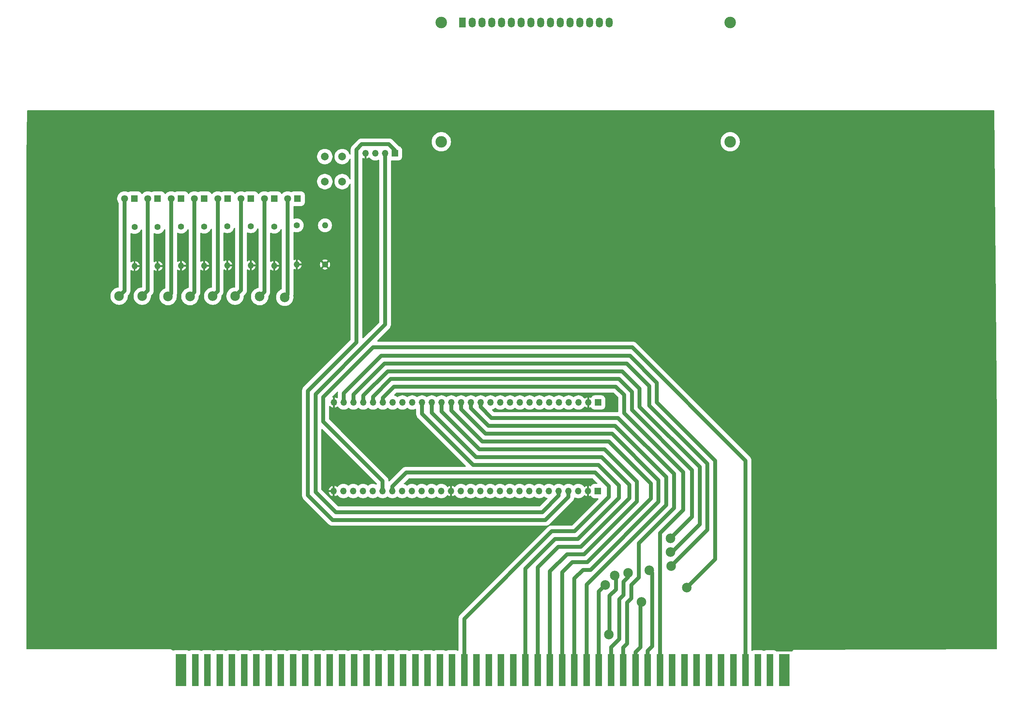
<source format=gbr>
%TF.GenerationSoftware,KiCad,Pcbnew,9.0.2-9.0.2-0~ubuntu22.04.1*%
%TF.CreationDate,2025-06-11T10:07:54-03:00*%
%TF.ProjectId,ram_tester,72616d5f-7465-4737-9465-722e6b696361,rev?*%
%TF.SameCoordinates,Original*%
%TF.FileFunction,Copper,L1,Top*%
%TF.FilePolarity,Positive*%
%FSLAX46Y46*%
G04 Gerber Fmt 4.6, Leading zero omitted, Abs format (unit mm)*
G04 Created by KiCad (PCBNEW 9.0.2-9.0.2-0~ubuntu22.04.1) date 2025-06-11 10:07:54*
%MOMM*%
%LPD*%
G01*
G04 APERTURE LIST*
%TA.AperFunction,ComponentPad*%
%ADD10C,1.600000*%
%TD*%
%TA.AperFunction,ComponentPad*%
%ADD11O,1.600000X1.600000*%
%TD*%
%TA.AperFunction,ComponentPad*%
%ADD12R,1.800000X1.800000*%
%TD*%
%TA.AperFunction,ComponentPad*%
%ADD13C,1.800000*%
%TD*%
%TA.AperFunction,ComponentPad*%
%ADD14R,1.700000X1.700000*%
%TD*%
%TA.AperFunction,ComponentPad*%
%ADD15O,1.700000X1.700000*%
%TD*%
%TA.AperFunction,ComponentPad*%
%ADD16C,3.000000*%
%TD*%
%TA.AperFunction,ComponentPad*%
%ADD17R,1.800000X2.600000*%
%TD*%
%TA.AperFunction,ComponentPad*%
%ADD18O,1.800000X2.600000*%
%TD*%
%TA.AperFunction,ConnectorPad*%
%ADD19R,2.794000X8.382000*%
%TD*%
%TA.AperFunction,ConnectorPad*%
%ADD20R,1.778000X8.382000*%
%TD*%
%TA.AperFunction,ComponentPad*%
%ADD21C,2.000000*%
%TD*%
%TA.AperFunction,ViaPad*%
%ADD22C,2.500000*%
%TD*%
%TA.AperFunction,Conductor*%
%ADD23C,1.000000*%
%TD*%
G04 APERTURE END LIST*
D10*
%TO.P,R6,1*%
%TO.N,Net-(D6-K)*%
X60850000Y-42320000D03*
D11*
%TO.P,R6,2*%
%TO.N,GND*%
X60850000Y-52480000D03*
%TD*%
D10*
%TO.P,R2,1*%
%TO.N,Net-(D2-K)*%
X85050000Y-42320000D03*
D11*
%TO.P,R2,2*%
%TO.N,GND*%
X85050000Y-52480000D03*
%TD*%
D12*
%TO.P,D6,1,K*%
%TO.N,Net-(D6-K)*%
X60800000Y-35075000D03*
D13*
%TO.P,D6,2,A*%
%TO.N,Net-(D6-A)*%
X58260000Y-35075000D03*
%TD*%
D10*
%TO.P,R5,1*%
%TO.N,Net-(D5-K)*%
X66850000Y-42320000D03*
D11*
%TO.P,R5,2*%
%TO.N,GND*%
X66850000Y-52480000D03*
%TD*%
D14*
%TO.P,J1,1,Pin_1*%
%TO.N,Net-(J1-Pin_1)*%
X116350000Y-23300000D03*
D15*
%TO.P,J1,2,Pin_2*%
%TO.N,Net-(J1-Pin_2)*%
X113810000Y-23300000D03*
%TO.P,J1,3,Pin_3*%
%TO.N,+5V*%
X111270000Y-23300000D03*
%TO.P,J1,4,Pin_4*%
%TO.N,GND*%
X108730000Y-23300000D03*
%TD*%
D16*
%TO.P,DS1,*%
%TO.N,*%
X128400900Y10700000D03*
X128400900Y-20300700D03*
X203399480Y-20300700D03*
X203400000Y10700000D03*
D17*
%TO.P,DS1,1,VSS*%
%TO.N,unconnected-(DS1-VSS-Pad1)*%
X133900000Y10700000D03*
D18*
%TO.P,DS1,2,VDD*%
%TO.N,unconnected-(DS1-VDD-Pad2)*%
X136440000Y10700000D03*
%TO.P,DS1,3,VO*%
%TO.N,unconnected-(DS1-VO-Pad3)*%
X138980000Y10700000D03*
%TO.P,DS1,4,RS*%
%TO.N,unconnected-(DS1-RS-Pad4)*%
X141520000Y10700000D03*
%TO.P,DS1,5,R/W*%
%TO.N,unconnected-(DS1-R{slash}W-Pad5)*%
X144060000Y10700000D03*
%TO.P,DS1,6,E*%
%TO.N,unconnected-(DS1-E-Pad6)*%
X146600000Y10700000D03*
%TO.P,DS1,7,D0*%
%TO.N,unconnected-(DS1-D0-Pad7)*%
X149140000Y10700000D03*
%TO.P,DS1,8,D1*%
%TO.N,unconnected-(DS1-D1-Pad8)*%
X151680000Y10700000D03*
%TO.P,DS1,9,D2*%
%TO.N,unconnected-(DS1-D2-Pad9)*%
X154220000Y10700000D03*
%TO.P,DS1,10,D3*%
%TO.N,unconnected-(DS1-D3-Pad10)*%
X156760000Y10700000D03*
%TO.P,DS1,11,D4*%
%TO.N,unconnected-(DS1-D4-Pad11)*%
X159300000Y10700000D03*
%TO.P,DS1,12,D5*%
%TO.N,unconnected-(DS1-D5-Pad12)*%
X161840000Y10700000D03*
%TO.P,DS1,13,D6*%
%TO.N,unconnected-(DS1-D6-Pad13)*%
X164380000Y10700000D03*
%TO.P,DS1,14,D7*%
%TO.N,unconnected-(DS1-D7-Pad14)*%
X166920000Y10700000D03*
%TO.P,DS1,15,LED(+)*%
%TO.N,unconnected-(DS1-LED(+)-Pad15)*%
X169460000Y10700000D03*
%TO.P,DS1,16,LED(-)*%
%TO.N,unconnected-(DS1-LED(-)-Pad16)*%
X172000000Y10700000D03*
%TD*%
D19*
%TO.P,U2,1*%
%TO.N,+5V*%
X60839863Y-157499300D03*
D20*
%TO.P,U2,2*%
%TO.N,unconnected-(U2-Pad2)*%
X64522863Y-157499300D03*
%TO.P,U2,3*%
%TO.N,unconnected-(U2-Pad3)*%
X67697863Y-157499300D03*
%TO.P,U2,4*%
%TO.N,unconnected-(U2-Pad4)*%
X70872863Y-157499300D03*
%TO.P,U2,5*%
%TO.N,unconnected-(U2-Pad5)*%
X74047863Y-157499300D03*
%TO.P,U2,6*%
%TO.N,unconnected-(U2-Pad6)*%
X77222863Y-157499300D03*
%TO.P,U2,7*%
%TO.N,unconnected-(U2-Pad7)*%
X80397863Y-157499300D03*
%TO.P,U2,8*%
%TO.N,unconnected-(U2-Pad8)*%
X83572863Y-157499300D03*
%TO.P,U2,9*%
%TO.N,unconnected-(U2-Pad9)*%
X86747863Y-157499300D03*
%TO.P,U2,10*%
%TO.N,unconnected-(U2-Pad10)*%
X89922863Y-157499300D03*
%TO.P,U2,11*%
%TO.N,unconnected-(U2-Pad11)*%
X93097863Y-157499300D03*
%TO.P,U2,12*%
%TO.N,unconnected-(U2-Pad12)*%
X96272863Y-157499300D03*
%TO.P,U2,13*%
%TO.N,unconnected-(U2-Pad13)*%
X99447863Y-157499300D03*
%TO.P,U2,14*%
%TO.N,unconnected-(U2-Pad14)*%
X102622863Y-157499300D03*
%TO.P,U2,15*%
%TO.N,unconnected-(U2-Pad15)*%
X105797863Y-157499300D03*
%TO.P,U2,16*%
%TO.N,unconnected-(U2-Pad16)*%
X108972863Y-157499300D03*
%TO.P,U2,17*%
%TO.N,unconnected-(U2-Pad17)*%
X112147863Y-157499300D03*
%TO.P,U2,18*%
%TO.N,unconnected-(U2-Pad18)*%
X115322863Y-157499300D03*
%TO.P,U2,19*%
%TO.N,unconnected-(U2-Pad19)*%
X118497863Y-157499300D03*
%TO.P,U2,20*%
%TO.N,unconnected-(U2-Pad20)*%
X121672863Y-157499300D03*
%TO.P,U2,21*%
%TO.N,unconnected-(U2-Pad21)*%
X124847863Y-157499300D03*
%TO.P,U2,22*%
%TO.N,unconnected-(U2-Pad22)*%
X128022863Y-157499300D03*
%TO.P,U2,23*%
%TO.N,unconnected-(U2-Pad23)*%
X131197863Y-157499300D03*
%TO.P,U2,24*%
%TO.N,Net-(U1A-31{slash}A13)*%
X134372863Y-157499300D03*
%TO.P,U2,25*%
%TO.N,unconnected-(U2-Pad25)*%
X137547863Y-157499300D03*
%TO.P,U2,26*%
%TO.N,unconnected-(U2-Pad26)*%
X140722863Y-157499300D03*
%TO.P,U2,27*%
%TO.N,unconnected-(U2-Pad27)*%
X143897863Y-157499300D03*
%TO.P,U2,28*%
%TO.N,unconnected-(U2-Pad28)*%
X147072863Y-157499300D03*
%TO.P,U2,29*%
%TO.N,Net-(U1A-15)*%
X150247863Y-157499300D03*
%TO.P,U2,30*%
%TO.N,Net-(U1A-14)*%
X153422863Y-157499300D03*
%TO.P,U2,31*%
%TO.N,Net-(U1A-13)*%
X156597863Y-157499300D03*
%TO.P,U2,32*%
%TO.N,Net-(U1A-12)*%
X159772863Y-157499300D03*
%TO.P,U2,33*%
%TO.N,Net-(U1A-11)*%
X162947863Y-157499300D03*
%TO.P,U2,34*%
%TO.N,Net-(U1A-10)*%
X166122863Y-157499300D03*
%TO.P,U2,35*%
%TO.N,Net-(U1A-23)*%
X169297863Y-157499300D03*
%TO.P,U2,36*%
%TO.N,Net-(U1A-22)*%
X172472863Y-157499300D03*
%TO.P,U2,37*%
%TO.N,Net-(U1A-9)*%
X175647863Y-157499300D03*
%TO.P,U2,38*%
%TO.N,Net-(U1A-21)*%
X178822863Y-157499300D03*
%TO.P,U2,39*%
%TO.N,Net-(U1A-20)*%
X181997863Y-157499300D03*
%TO.P,U2,40*%
%TO.N,Net-(U1A-19)*%
X185172863Y-157499300D03*
%TO.P,U2,41*%
%TO.N,unconnected-(U2-Pad41)*%
X188347863Y-157499300D03*
%TO.P,U2,42*%
%TO.N,unconnected-(U2-Pad42)*%
X191522863Y-157499300D03*
%TO.P,U2,43*%
%TO.N,unconnected-(U2-Pad43)*%
X194697863Y-157499300D03*
%TO.P,U2,44*%
%TO.N,unconnected-(U2-Pad44)*%
X197872863Y-157499300D03*
%TO.P,U2,45*%
%TO.N,unconnected-(U2-Pad45)*%
X201047863Y-157499300D03*
%TO.P,U2,46*%
%TO.N,unconnected-(U2-Pad46)*%
X204222863Y-157499300D03*
%TO.P,U2,47*%
%TO.N,Net-(U1A-30{slash}A14)*%
X207397863Y-157499300D03*
%TO.P,U2,48*%
%TO.N,unconnected-(U2-Pad48)*%
X210572863Y-157499300D03*
%TO.P,U2,49*%
%TO.N,unconnected-(U2-Pad49)*%
X213747863Y-157499300D03*
D19*
%TO.P,U2,50*%
%TO.N,GND*%
X217430863Y-157499300D03*
%TD*%
D10*
%TO.P,R3,1*%
%TO.N,Net-(D3-K)*%
X78950000Y-42220000D03*
D11*
%TO.P,R3,2*%
%TO.N,GND*%
X78950000Y-52380000D03*
%TD*%
D14*
%TO.P,U1,1,vout*%
%TO.N,unconnected-(U1A-vout-Pad1)*%
X169102863Y-87999300D03*
D15*
%TO.P,U1,2,GND*%
%TO.N,GND*%
X166562863Y-87999300D03*
%TO.P,U1,3,3.3V*%
%TO.N,+3.3V*%
X164022863Y-87999300D03*
%TO.P,U1,4,0*%
%TO.N,Net-(U1A-0)*%
X161482863Y-87999300D03*
%TO.P,U1,5,1*%
%TO.N,Net-(U1A-1)*%
X158942863Y-87999300D03*
%TO.P,U1,6,2*%
%TO.N,Net-(U1A-2)*%
X156402863Y-87999300D03*
%TO.P,U1,7,3*%
%TO.N,Net-(U1A-3)*%
X153862863Y-87999300D03*
%TO.P,U1,8,4*%
%TO.N,Net-(U1A-4)*%
X151322863Y-87999300D03*
%TO.P,U1,9,5*%
%TO.N,Net-(U1A-5)*%
X148782863Y-87999300D03*
%TO.P,U1,10,6*%
%TO.N,Net-(U1A-6)*%
X146242863Y-87999300D03*
%TO.P,U1,11,7*%
%TO.N,Net-(U1A-7)*%
X143702863Y-87999300D03*
%TO.P,U1,12,8*%
%TO.N,Net-(U1A-8)*%
X141162863Y-87999300D03*
%TO.P,U1,13,9*%
%TO.N,Net-(U1A-9)*%
X138622863Y-87999300D03*
%TO.P,U1,14,10*%
%TO.N,Net-(U1A-10)*%
X136082863Y-87999300D03*
%TO.P,U1,15,11*%
%TO.N,Net-(U1A-11)*%
X133542863Y-87999300D03*
%TO.P,U1,16,12*%
%TO.N,Net-(U1A-12)*%
X131002863Y-87999300D03*
%TO.P,U1,17,13*%
%TO.N,Net-(U1A-13)*%
X128462863Y-87999300D03*
%TO.P,U1,18,14*%
%TO.N,Net-(U1A-14)*%
X125922863Y-87999300D03*
%TO.P,U1,19,15*%
%TO.N,Net-(U1A-15)*%
X123382863Y-87999300D03*
%TO.P,U1,20,16*%
%TO.N,Net-(U1A-16)*%
X120842863Y-87999300D03*
%TO.P,U1,21,17*%
%TO.N,Net-(U1A-17)*%
X118302863Y-87999300D03*
%TO.P,U1,22,18*%
%TO.N,Net-(U1A-18)*%
X115762863Y-87999300D03*
%TO.P,U1,23,19*%
%TO.N,Net-(U1A-19)*%
X113222863Y-87999300D03*
%TO.P,U1,24,20*%
%TO.N,Net-(U1A-20)*%
X110682863Y-87999300D03*
%TO.P,U1,25,21*%
%TO.N,Net-(U1A-21)*%
X108142863Y-87999300D03*
%TO.P,U1,26,22*%
%TO.N,Net-(U1A-22)*%
X105602863Y-87999300D03*
%TO.P,U1,27,23*%
%TO.N,Net-(U1A-23)*%
X103062863Y-87999300D03*
%TO.P,U1,28,GND*%
%TO.N,GND*%
X100522863Y-87999300D03*
D14*
%TO.P,U1,29,vin*%
%TO.N,+5V*%
X169052863Y-110999300D03*
D15*
%TO.P,U1,30,GND*%
%TO.N,GND*%
X166512863Y-110999300D03*
%TO.P,U1,31,3.3V*%
%TO.N,+3.3V*%
X163972863Y-110999300D03*
%TO.P,U1,32,29/TX*%
%TO.N,Net-(J1-Pin_1)*%
X161432863Y-110999300D03*
%TO.P,U1,33,28/RX*%
%TO.N,Net-(J1-Pin_2)*%
X158892863Y-110999300D03*
%TO.P,U1,34,44/A0*%
%TO.N,Net-(D1-A)*%
X156352863Y-110999300D03*
%TO.P,U1,35,43/A1*%
%TO.N,Net-(D2-A)*%
X153812863Y-110999300D03*
%TO.P,U1,36,42/A2*%
%TO.N,Net-(D3-A)*%
X151272863Y-110999300D03*
%TO.P,U1,37,41/A3*%
%TO.N,Net-(D4-A)*%
X148732863Y-110999300D03*
%TO.P,U1,38,40/A4*%
%TO.N,Net-(D5-A)*%
X146192863Y-110999300D03*
%TO.P,U1,39,39/A5*%
%TO.N,Net-(D6-A)*%
X143652863Y-110999300D03*
%TO.P,U1,40,38/A6*%
%TO.N,Net-(D7-A)*%
X141112863Y-110999300D03*
%TO.P,U1,41,37/A7*%
%TO.N,Net-(D8-A)*%
X138572863Y-110999300D03*
%TO.P,U1,42,36/A8*%
%TO.N,Net-(U1A-36{slash}A8)*%
X136032863Y-110999300D03*
%TO.P,U1,43,35/A9*%
%TO.N,unconnected-(U1A-35{slash}A9-Pad43)*%
X133492863Y-110999300D03*
%TO.P,U1,44,GND*%
%TO.N,GND*%
X130952863Y-110999300D03*
%TO.P,U1,45,3.3V*%
%TO.N,+3.3V*%
X128412863Y-110999300D03*
%TO.P,U1,46,RESET*%
%TO.N,unconnected-(U1A-RESET-Pad46)*%
X125872863Y-110999300D03*
%TO.P,U1,47,34/A10*%
%TO.N,unconnected-(U1A-34{slash}A10-Pad47)*%
X123332863Y-110999300D03*
%TO.P,U1,48,33/A11*%
%TO.N,unconnected-(U1A-33{slash}A11-Pad48)*%
X120792863Y-110999300D03*
%TO.P,U1,49,32/A12*%
%TO.N,unconnected-(U1A-32{slash}A12-Pad49)*%
X118252863Y-110999300D03*
%TO.P,U1,50,31/A13*%
%TO.N,Net-(U1A-31{slash}A13)*%
X115712863Y-110999300D03*
%TO.P,U1,51,30/A14*%
%TO.N,Net-(U1A-30{slash}A14)*%
X113172863Y-110999300D03*
%TO.P,U1,52,27*%
%TO.N,unconnected-(U1A-27-Pad52)*%
X110632863Y-110999300D03*
%TO.P,U1,53,26*%
%TO.N,unconnected-(U1A-26-Pad53)*%
X108092863Y-110999300D03*
%TO.P,U1,54,25*%
%TO.N,unconnected-(U1A-25-Pad54)*%
X105552863Y-110999300D03*
%TO.P,U1,55,24*%
%TO.N,unconnected-(U1A-24-Pad55)*%
X103012863Y-110999300D03*
%TO.P,U1,56,GND*%
%TO.N,GND*%
X100472863Y-110999300D03*
%TD*%
D10*
%TO.P,R4,1*%
%TO.N,Net-(D4-K)*%
X72850000Y-42220000D03*
D11*
%TO.P,R4,2*%
%TO.N,GND*%
X72850000Y-52380000D03*
%TD*%
D12*
%TO.P,D2,1,K*%
%TO.N,Net-(D2-K)*%
X85000000Y-35075000D03*
D13*
%TO.P,D2,2,A*%
%TO.N,Net-(D2-A)*%
X82460000Y-35075000D03*
%TD*%
D10*
%TO.P,R8,1*%
%TO.N,Net-(D8-K)*%
X48750000Y-42420000D03*
D11*
%TO.P,R8,2*%
%TO.N,GND*%
X48750000Y-52580000D03*
%TD*%
D12*
%TO.P,D1,1,K*%
%TO.N,Net-(D1-K)*%
X91050000Y-35075000D03*
D13*
%TO.P,D1,2,A*%
%TO.N,Net-(D1-A)*%
X88510000Y-35075000D03*
%TD*%
D12*
%TO.P,D5,1,K*%
%TO.N,Net-(D5-K)*%
X66850000Y-35075000D03*
D13*
%TO.P,D5,2,A*%
%TO.N,Net-(D5-A)*%
X64310000Y-35075000D03*
%TD*%
D12*
%TO.P,D7,1,K*%
%TO.N,Net-(D7-K)*%
X54750000Y-35075000D03*
D13*
%TO.P,D7,2,A*%
%TO.N,Net-(D7-A)*%
X52210000Y-35075000D03*
%TD*%
D10*
%TO.P,R9,1*%
%TO.N,GND*%
X98200000Y-52180000D03*
D11*
%TO.P,R9,2*%
%TO.N,Net-(U1A-36{slash}A8)*%
X98200000Y-42020000D03*
%TD*%
D10*
%TO.P,R1,1*%
%TO.N,Net-(D1-K)*%
X90850000Y-42020000D03*
D11*
%TO.P,R1,2*%
%TO.N,GND*%
X90850000Y-52180000D03*
%TD*%
D10*
%TO.P,R7,1*%
%TO.N,Net-(D7-K)*%
X54750000Y-42420000D03*
D11*
%TO.P,R7,2*%
%TO.N,GND*%
X54750000Y-52580000D03*
%TD*%
D12*
%TO.P,D4,1,K*%
%TO.N,Net-(D4-K)*%
X72900000Y-35075000D03*
D13*
%TO.P,D4,2,A*%
%TO.N,Net-(D4-A)*%
X70360000Y-35075000D03*
%TD*%
D21*
%TO.P,SW1,1,1*%
%TO.N,Net-(U1A-36{slash}A8)*%
X98150000Y-30650000D03*
X98150000Y-24150000D03*
%TO.P,SW1,2,2*%
%TO.N,+3.3V*%
X102650000Y-30650000D03*
X102650000Y-24150000D03*
%TD*%
D12*
%TO.P,D3,1,K*%
%TO.N,Net-(D3-K)*%
X78950000Y-35075000D03*
D13*
%TO.P,D3,2,A*%
%TO.N,Net-(D3-A)*%
X76410000Y-35075000D03*
%TD*%
D12*
%TO.P,D8,1,K*%
%TO.N,Net-(D8-K)*%
X48700000Y-35075000D03*
D13*
%TO.P,D8,2,A*%
%TO.N,Net-(D8-A)*%
X46160000Y-35075000D03*
%TD*%
D22*
%TO.N,Net-(U1A-22)*%
X188091903Y-130518340D03*
X176921863Y-132288594D03*
%TO.N,Net-(U1A-23)*%
X170977590Y-135403027D03*
X192145286Y-136056470D03*
%TO.N,Net-(D4-A)*%
X69050000Y-60400000D03*
%TO.N,Net-(U1A-21)*%
X187922863Y-126798292D03*
X180329974Y-139759528D03*
%TO.N,Net-(D6-A)*%
X57450000Y-60500000D03*
%TO.N,Net-(D5-A)*%
X63150000Y-60500000D03*
%TO.N,Net-(U1A-7)*%
X171872863Y-148299300D03*
X173452466Y-132928151D03*
%TO.N,Net-(D1-A)*%
X87750000Y-60700000D03*
%TO.N,Net-(D2-A)*%
X81250000Y-60500000D03*
%TO.N,Net-(D7-A)*%
X50750000Y-60400000D03*
%TO.N,Net-(D8-A)*%
X44750000Y-60400000D03*
%TO.N,Net-(U1A-20)*%
X187922863Y-123298289D03*
X182422863Y-131538386D03*
%TO.N,Net-(D3-A)*%
X74850000Y-60400000D03*
%TD*%
D23*
%TO.N,Net-(U1A-9)*%
X188801420Y-115449792D02*
X188801420Y-106538333D01*
X179672863Y-133428096D02*
X179672863Y-131149092D01*
X177730590Y-138861916D02*
X177730590Y-135370370D01*
X176672863Y-139919644D02*
X177730590Y-138861916D01*
X141420785Y-91999300D02*
X138622863Y-89201379D01*
X179672863Y-131149092D02*
X179671863Y-131148092D01*
X179671863Y-124579349D02*
X188801420Y-115449792D01*
X188801420Y-106538333D02*
X174262387Y-91999300D01*
X175647863Y-157499300D02*
X175647863Y-151673300D01*
X174262387Y-91999300D02*
X141420785Y-91999300D01*
X175647863Y-151673300D02*
X176672863Y-150648300D01*
X179671863Y-131148092D02*
X179671863Y-124579349D01*
X177730590Y-135370370D02*
X179672863Y-133428096D01*
X176672863Y-150648300D02*
X176672863Y-139919644D01*
X138622863Y-89201379D02*
X138622863Y-87999300D01*
%TO.N,Net-(U1A-22)*%
X113634259Y-77896300D02*
X176529546Y-77896300D01*
X172472863Y-151589802D02*
X174623863Y-149438802D01*
X105602863Y-87999300D02*
X105602863Y-85927695D01*
X176921863Y-133349256D02*
X176921863Y-132288594D01*
X176771757Y-132438700D02*
X176921863Y-132288594D01*
X182372863Y-88790409D02*
X197500420Y-103917966D01*
X105602863Y-85927695D02*
X113634259Y-77896300D01*
X172472863Y-157499300D02*
X172472863Y-151589802D01*
X175729590Y-134541529D02*
X176921863Y-133349256D01*
X182372863Y-83739617D02*
X182372863Y-88790409D01*
X175729590Y-138033075D02*
X175729590Y-134541529D01*
X197500420Y-121109823D02*
X188091903Y-130518340D01*
X188091903Y-130518340D02*
X188313362Y-130739799D01*
X176529546Y-77896300D02*
X182372863Y-83739617D01*
X174623863Y-149438802D02*
X174623863Y-139138802D01*
X197500420Y-103917966D02*
X197500420Y-121109823D01*
X174623863Y-139138802D02*
X175729590Y-138033075D01*
%TO.N,Net-(U1A-23)*%
X199501420Y-103089124D02*
X199501420Y-128700336D01*
X169297863Y-157499300D02*
X169297863Y-137082754D01*
X184373863Y-87961567D02*
X199501420Y-103089124D01*
X199501420Y-128700336D02*
X192145286Y-136056470D01*
X177358388Y-75895300D02*
X184373863Y-82910776D01*
X112805418Y-75895300D02*
X177358388Y-75895300D01*
X169297863Y-137082754D02*
X170977590Y-135403027D01*
X103062863Y-87999300D02*
X103062863Y-85637855D01*
X103062863Y-85637855D02*
X112805418Y-75895300D01*
X184373863Y-82910776D02*
X184373863Y-87961567D01*
%TO.N,Net-(U1A-13)*%
X128462863Y-90360745D02*
X138301420Y-100199300D01*
X179201420Y-108568173D02*
X179201420Y-113730425D01*
X156597863Y-131874300D02*
X156597863Y-157499300D01*
X128462863Y-87999300D02*
X128462863Y-90360745D01*
X165480545Y-127451300D02*
X161020863Y-127451300D01*
X179201420Y-113730425D02*
X165480545Y-127451300D01*
X170832547Y-100199300D02*
X179201420Y-108568173D01*
X161020863Y-127451300D02*
X156597863Y-131874300D01*
X138301420Y-100199300D02*
X170832547Y-100199300D01*
%TO.N,Net-(U1A-12)*%
X171874863Y-98101300D02*
X182798420Y-109024859D01*
X139033262Y-98101300D02*
X171874863Y-98101300D01*
X131002863Y-90070903D02*
X139033262Y-98101300D01*
X162419863Y-129452300D02*
X159772863Y-132099300D01*
X182798420Y-109024859D02*
X182798420Y-112963265D01*
X166309385Y-129452300D02*
X162419863Y-129452300D01*
X131002863Y-87999300D02*
X131002863Y-90070903D01*
X159772863Y-132099300D02*
X159772863Y-157499300D01*
X182798420Y-112963265D02*
X166309385Y-129452300D01*
%TO.N,Net-(D4-A)*%
X70360000Y-59090000D02*
X70360000Y-35075000D01*
X69050000Y-60400000D02*
X70360000Y-59090000D01*
%TO.N,Net-(U1A-21)*%
X195499420Y-119612234D02*
X195499420Y-104746808D01*
X188313362Y-126798292D02*
X195499420Y-119612234D01*
X178822863Y-152819458D02*
X178822863Y-157499300D01*
X108142863Y-86217537D02*
X108142863Y-87999300D01*
X175360384Y-79897300D02*
X114463099Y-79897300D01*
X114463099Y-79897300D02*
X108142863Y-86217537D01*
X187922863Y-126798292D02*
X188313362Y-126798292D01*
X179874863Y-84411778D02*
X175360384Y-79897300D01*
X180072863Y-140016639D02*
X180329974Y-139759528D01*
X195499420Y-104746808D02*
X179874863Y-89122251D01*
X180072863Y-151569458D02*
X180072863Y-140016639D01*
X180072863Y-151569458D02*
X178822863Y-152819458D01*
X179874863Y-89122251D02*
X179874863Y-84411778D01*
X187922863Y-126798292D02*
X188313362Y-127188791D01*
%TO.N,Net-(U1A-30{slash}A14)*%
X97751420Y-86649300D02*
X110702420Y-73698300D01*
X207397863Y-103104933D02*
X207397863Y-157499300D01*
X177991230Y-73698300D02*
X207397863Y-103104933D01*
X97751420Y-92977858D02*
X101137141Y-96363579D01*
X113172863Y-110999300D02*
X113172863Y-108399300D01*
X97751420Y-86649300D02*
X97751420Y-92977858D01*
X113172863Y-108399300D02*
X101137141Y-96363579D01*
X110702420Y-73698300D02*
X177991230Y-73698300D01*
%TO.N,Net-(U1A-31{slash}A13)*%
X171872221Y-112570100D02*
X162994021Y-121448300D01*
X115712863Y-110999300D02*
X115712863Y-109797219D01*
X162994021Y-121448300D02*
X157094021Y-121448300D01*
X115712863Y-109797219D02*
X119307782Y-106202300D01*
X134372863Y-144169458D02*
X134372863Y-157499300D01*
X119307782Y-106202300D02*
X168346021Y-106202300D01*
X157094021Y-121448300D02*
X134372863Y-144169458D01*
X168346021Y-106202300D02*
X171872221Y-109728500D01*
X171872221Y-109728500D02*
X171872221Y-112570100D01*
%TO.N,Net-(U1A-10)*%
X186800420Y-107367175D02*
X186800420Y-114620949D01*
X166122863Y-135298507D02*
X166122863Y-157499300D01*
X136082863Y-89491221D02*
X140690944Y-94099300D01*
X140690944Y-94099300D02*
X173532547Y-94099300D01*
X136082863Y-87999300D02*
X136082863Y-89491221D01*
X186800420Y-114620949D02*
X166122863Y-135298507D01*
X173532547Y-94099300D02*
X186800420Y-107367175D01*
%TO.N,Net-(D6-A)*%
X57450000Y-60500000D02*
X58260000Y-59690000D01*
X58260000Y-59690000D02*
X58260000Y-35075000D01*
%TO.N,Net-(D5-A)*%
X63150000Y-60500000D02*
X64310000Y-59340000D01*
X64310000Y-59340000D02*
X64310000Y-35075000D01*
%TO.N,Net-(U1A-7)*%
X172072863Y-138198256D02*
X173728590Y-136542529D01*
X172072863Y-148099300D02*
X172072863Y-138198256D01*
X173728590Y-133204275D02*
X173452466Y-132928151D01*
X171872863Y-148299300D02*
X172072863Y-148099300D01*
X173728590Y-136542529D02*
X173728590Y-133204275D01*
%TO.N,Net-(U1A-19)*%
X175872863Y-90779934D02*
X191201420Y-106108491D01*
X173702702Y-83899300D02*
X175872863Y-86069461D01*
X113222863Y-87999300D02*
X113222863Y-86797219D01*
X185172863Y-121908190D02*
X185172863Y-157499300D01*
X113222863Y-86797219D02*
X116120782Y-83899300D01*
X191201420Y-115879633D02*
X185172863Y-121908190D01*
X116120782Y-83899300D02*
X173702702Y-83899300D01*
X191201420Y-106108491D02*
X191201420Y-115879633D01*
X175872863Y-86069461D02*
X175872863Y-90779934D01*
%TO.N,Net-(D1-A)*%
X87750000Y-60700000D02*
X88510000Y-59940000D01*
X88510000Y-59940000D02*
X88510000Y-35075000D01*
%TO.N,Net-(U1A-14)*%
X177200420Y-109397015D02*
X177200420Y-112901584D01*
X177200420Y-112901584D02*
X164651704Y-125450300D01*
X153422863Y-130779142D02*
X153422863Y-157499300D01*
X164651704Y-125450300D02*
X158751705Y-125450300D01*
X125922863Y-87999300D02*
X125922863Y-90650585D01*
X170003705Y-102200300D02*
X177200420Y-109397015D01*
X137472579Y-102200300D02*
X170003705Y-102200300D01*
X158751705Y-125450300D02*
X153422863Y-130779142D01*
X125922863Y-90650585D02*
X137472579Y-102200300D01*
%TO.N,Net-(U1A-11)*%
X133542863Y-89781062D02*
X139862103Y-96100300D01*
X167138227Y-131453300D02*
X165218863Y-131453300D01*
X184799420Y-108196017D02*
X184799420Y-113792107D01*
X184799420Y-113792107D02*
X167138227Y-131453300D01*
X162947863Y-133724300D02*
X162947863Y-157499300D01*
X139862103Y-96100300D02*
X172703705Y-96100300D01*
X133542863Y-87999300D02*
X133542863Y-89781062D01*
X165218863Y-131453300D02*
X162947863Y-133724300D01*
X172703705Y-96100300D02*
X184799420Y-108196017D01*
%TO.N,Net-(D2-A)*%
X81250000Y-60500000D02*
X82460000Y-59290000D01*
X82460000Y-59290000D02*
X82460000Y-35075000D01*
%TO.N,Net-(D7-A)*%
X52210000Y-58940000D02*
X52210000Y-35075000D01*
X50750000Y-60400000D02*
X52210000Y-58940000D01*
%TO.N,Net-(D8-A)*%
X46160000Y-58990000D02*
X46160000Y-35075000D01*
X44750000Y-60400000D02*
X46160000Y-58990000D01*
%TO.N,Net-(U1A-20)*%
X110682863Y-87999300D02*
X110682863Y-86507378D01*
X183171863Y-151300300D02*
X183171863Y-132287386D01*
X193498420Y-117722732D02*
X187922863Y-123298289D01*
X181997863Y-157499300D02*
X181997863Y-152474300D01*
X183171863Y-132287386D02*
X182422863Y-131538386D01*
X177873863Y-85240620D02*
X177873863Y-89951093D01*
X193498420Y-105575650D02*
X193498420Y-117722732D01*
X174531543Y-81898300D02*
X177873863Y-85240620D01*
X177873863Y-89951093D02*
X193498420Y-105575650D01*
X181997863Y-152474300D02*
X183171863Y-151300300D01*
X110682863Y-86507378D02*
X115291941Y-81898300D01*
X115291941Y-81898300D02*
X174531543Y-81898300D01*
%TO.N,Net-(U1A-15)*%
X150247863Y-131124300D02*
X150247863Y-157499300D01*
X163822863Y-123449300D02*
X157922863Y-123449300D01*
X136643736Y-104201300D02*
X169174863Y-104201300D01*
X157922863Y-123449300D02*
X150247863Y-131124300D01*
X169174863Y-104201300D02*
X174501420Y-109527857D01*
X123382863Y-90940427D02*
X136643736Y-104201300D01*
X123382863Y-87999300D02*
X123382863Y-90940427D01*
X174501420Y-109527857D02*
X174501420Y-112770743D01*
X174501420Y-112770743D02*
X163822863Y-123449300D01*
%TO.N,Net-(D3-A)*%
X74850000Y-60400000D02*
X76410000Y-58840000D01*
X76410000Y-58840000D02*
X76410000Y-35075000D01*
%TO.N,Net-(J1-Pin_1)*%
X93749420Y-84991618D02*
X93749420Y-112077142D01*
X106379000Y-22326183D02*
X106379000Y-72362037D01*
X93749420Y-112077142D02*
X100172579Y-118500300D01*
X114783817Y-20949000D02*
X107756183Y-20949000D01*
X116350000Y-22515183D02*
X114783817Y-20949000D01*
X155423786Y-118500300D02*
X161432863Y-112491223D01*
X101620519Y-77120518D02*
X101620519Y-77120519D01*
X161432863Y-112491223D02*
X161432863Y-110999300D01*
X101620519Y-77120519D02*
X93749420Y-84991618D01*
X107756183Y-20949000D02*
X106379000Y-22326183D01*
X116350000Y-23300000D02*
X116350000Y-22515183D01*
X100172579Y-118500300D02*
X155423786Y-118500300D01*
X106379000Y-72362037D02*
X101620519Y-77120518D01*
X102450420Y-76290618D02*
X101620519Y-77120519D01*
%TO.N,Net-(J1-Pin_2)*%
X110685439Y-70885439D02*
X113710000Y-67860879D01*
X158892863Y-112201381D02*
X154594944Y-116499300D01*
X113810000Y-23300000D02*
X113810000Y-67760878D01*
X158892863Y-110999300D02*
X158892863Y-112201381D01*
X95750420Y-111248300D02*
X95750420Y-85820459D01*
X95750420Y-85820459D02*
X110685439Y-70885439D01*
X113810000Y-67760878D02*
X110685439Y-70885439D01*
X154594944Y-116499300D02*
X101001420Y-116499300D01*
X101001420Y-116499300D02*
X95750420Y-111248300D01*
%TD*%
%TA.AperFunction,Conductor*%
%TO.N,GND*%
G36*
X271909785Y-12120431D02*
G01*
X271972122Y-12175657D01*
X272001654Y-12253527D01*
X272002918Y-12273139D01*
X272626796Y-92026095D01*
X272626801Y-92027397D01*
X272647134Y-151926010D01*
X272627231Y-152006879D01*
X272572026Y-152069235D01*
X272494166Y-152098793D01*
X272473462Y-152100069D01*
X220047407Y-152198799D01*
X220047404Y-152198800D01*
X219981971Y-152198800D01*
X219981507Y-152198924D01*
X219981029Y-152198925D01*
X219981025Y-152198925D01*
X219981023Y-152198926D01*
X219918189Y-152215888D01*
X219917881Y-152215971D01*
X219854672Y-152232909D01*
X219854162Y-152233120D01*
X219854160Y-152233120D01*
X219853819Y-152233261D01*
X219836220Y-152243466D01*
X219797274Y-152266048D01*
X219797149Y-152266121D01*
X219740543Y-152298803D01*
X219740243Y-152299033D01*
X219739807Y-152299368D01*
X219739799Y-152299373D01*
X219693784Y-152345563D01*
X219693554Y-152345794D01*
X219647358Y-152391990D01*
X219646908Y-152392576D01*
X219646795Y-152392722D01*
X219614382Y-152449108D01*
X219614220Y-152449390D01*
X219581468Y-152506118D01*
X219581247Y-152506650D01*
X219581216Y-152506725D01*
X219577542Y-152515571D01*
X219577350Y-152516138D01*
X219576861Y-152517331D01*
X219575536Y-152516788D01*
X219541248Y-152579310D01*
X219471853Y-152625356D01*
X219412935Y-152635561D01*
X215451002Y-152630857D01*
X215370164Y-152610830D01*
X215341252Y-152591710D01*
X215204339Y-152480074D01*
X215190270Y-152468602D01*
X215009912Y-152374391D01*
X214814281Y-152318414D01*
X214814280Y-152318413D01*
X214814274Y-152318412D01*
X214694903Y-152307800D01*
X212800829Y-152307800D01*
X212800816Y-152307801D01*
X212681450Y-152318413D01*
X212681447Y-152318413D01*
X212681445Y-152318414D01*
X212485814Y-152374391D01*
X212485812Y-152374391D01*
X212485812Y-152374392D01*
X212305454Y-152468603D01*
X212270320Y-152497251D01*
X212195056Y-152532904D01*
X212111844Y-152529496D01*
X212050406Y-152497251D01*
X212020281Y-152472688D01*
X212015270Y-152468602D01*
X211834912Y-152374391D01*
X211639281Y-152318414D01*
X211639280Y-152318413D01*
X211639274Y-152318412D01*
X211519903Y-152307800D01*
X209625829Y-152307800D01*
X209625816Y-152307801D01*
X209506450Y-152318413D01*
X209506447Y-152318413D01*
X209506445Y-152318414D01*
X209310814Y-152374391D01*
X209310812Y-152374391D01*
X209310812Y-152374392D01*
X209310808Y-152374393D01*
X209152923Y-152456865D01*
X209072023Y-152476638D01*
X208991200Y-152456549D01*
X208928971Y-152401201D01*
X208899591Y-152323274D01*
X208898363Y-152302638D01*
X208898363Y-102986843D01*
X208895859Y-102971032D01*
X208861416Y-102753565D01*
X208788431Y-102528941D01*
X208788428Y-102528936D01*
X208788427Y-102528932D01*
X208731632Y-102417466D01*
X208681208Y-102318502D01*
X208681207Y-102318501D01*
X208681206Y-102318499D01*
X208542380Y-102127423D01*
X178968740Y-72553783D01*
X178777664Y-72414957D01*
X178777661Y-72414955D01*
X178777659Y-72414954D01*
X178567230Y-72307735D01*
X178567222Y-72307732D01*
X178342598Y-72234747D01*
X178109322Y-72197800D01*
X178109319Y-72197800D01*
X111915179Y-72197800D01*
X111834317Y-72177869D01*
X111771980Y-72122643D01*
X111742448Y-72044773D01*
X111752486Y-71962099D01*
X111792140Y-71900765D01*
X114854517Y-68838390D01*
X114854518Y-68838387D01*
X114864435Y-68828471D01*
X114864437Y-68828467D01*
X114954518Y-68738388D01*
X115093343Y-68547311D01*
X115200568Y-68336870D01*
X115273553Y-68112246D01*
X115310500Y-67878970D01*
X115310500Y-25324499D01*
X115330431Y-25243637D01*
X115385657Y-25181300D01*
X115463527Y-25151768D01*
X115484483Y-25150499D01*
X117258036Y-25150499D01*
X117377418Y-25139886D01*
X117573049Y-25083909D01*
X117753407Y-24989698D01*
X117911109Y-24861109D01*
X118039698Y-24703407D01*
X118133909Y-24523049D01*
X118189886Y-24327418D01*
X118200500Y-24208037D01*
X118200499Y-22391964D01*
X118189886Y-22272582D01*
X118133909Y-22076951D01*
X118039698Y-21896593D01*
X117911109Y-21738891D01*
X117753407Y-21610302D01*
X117573049Y-21516091D01*
X117573046Y-21516090D01*
X117573044Y-21516089D01*
X117476120Y-21488355D01*
X117403861Y-21446949D01*
X117400950Y-21444106D01*
X116117111Y-20160267D01*
X125900400Y-20160267D01*
X125900400Y-20441132D01*
X125931846Y-20720216D01*
X125931846Y-20720218D01*
X125994337Y-20994006D01*
X125994340Y-20994019D01*
X126087102Y-21259116D01*
X126130230Y-21348671D01*
X126208955Y-21512145D01*
X126358377Y-21749948D01*
X126533484Y-21969525D01*
X126732075Y-22168116D01*
X126951652Y-22343223D01*
X127189455Y-22492645D01*
X127333927Y-22562219D01*
X127442483Y-22614497D01*
X127442485Y-22614497D01*
X127442492Y-22614501D01*
X127707582Y-22707260D01*
X127981391Y-22769755D01*
X128260475Y-22801200D01*
X128260477Y-22801200D01*
X128541323Y-22801200D01*
X128541325Y-22801200D01*
X128820409Y-22769755D01*
X129094218Y-22707260D01*
X129359308Y-22614501D01*
X129612345Y-22492645D01*
X129850148Y-22343223D01*
X130069725Y-22168116D01*
X130268316Y-21969525D01*
X130443423Y-21749948D01*
X130592845Y-21512145D01*
X130714701Y-21259108D01*
X130807460Y-20994018D01*
X130869955Y-20720209D01*
X130901400Y-20441125D01*
X130901400Y-20160275D01*
X130901399Y-20160267D01*
X200898980Y-20160267D01*
X200898980Y-20441132D01*
X200930426Y-20720216D01*
X200930426Y-20720218D01*
X200992917Y-20994006D01*
X200992920Y-20994019D01*
X201085682Y-21259116D01*
X201128810Y-21348671D01*
X201207535Y-21512145D01*
X201356957Y-21749948D01*
X201532064Y-21969525D01*
X201730655Y-22168116D01*
X201950232Y-22343223D01*
X202188035Y-22492645D01*
X202332507Y-22562219D01*
X202441063Y-22614497D01*
X202441065Y-22614497D01*
X202441072Y-22614501D01*
X202706162Y-22707260D01*
X202979971Y-22769755D01*
X203259055Y-22801200D01*
X203259057Y-22801200D01*
X203539903Y-22801200D01*
X203539905Y-22801200D01*
X203818989Y-22769755D01*
X204092798Y-22707260D01*
X204357888Y-22614501D01*
X204610925Y-22492645D01*
X204848728Y-22343223D01*
X205068305Y-22168116D01*
X205266896Y-21969525D01*
X205442003Y-21749948D01*
X205591425Y-21512145D01*
X205713281Y-21259108D01*
X205806040Y-20994018D01*
X205868535Y-20720209D01*
X205899980Y-20441125D01*
X205899980Y-20160275D01*
X205868535Y-19881191D01*
X205806040Y-19607382D01*
X205713281Y-19342292D01*
X205591425Y-19089255D01*
X205442003Y-18851452D01*
X205266896Y-18631875D01*
X205068305Y-18433284D01*
X204848728Y-18258177D01*
X204610925Y-18108755D01*
X204610921Y-18108753D01*
X204357896Y-17986902D01*
X204357889Y-17986899D01*
X204357888Y-17986899D01*
X204261274Y-17953092D01*
X204092799Y-17894140D01*
X204092786Y-17894137D01*
X203818997Y-17831646D01*
X203818989Y-17831645D01*
X203787977Y-17828150D01*
X203539912Y-17800200D01*
X203539905Y-17800200D01*
X203259055Y-17800200D01*
X203259047Y-17800200D01*
X203007487Y-17828544D01*
X202979971Y-17831645D01*
X202979970Y-17831645D01*
X202979963Y-17831646D01*
X202979961Y-17831646D01*
X202706173Y-17894137D01*
X202706160Y-17894140D01*
X202441063Y-17986902D01*
X202188038Y-18108753D01*
X201950239Y-18258172D01*
X201950235Y-18258175D01*
X201730654Y-18433284D01*
X201532064Y-18631874D01*
X201356955Y-18851455D01*
X201356952Y-18851459D01*
X201207533Y-19089258D01*
X201085682Y-19342283D01*
X200992920Y-19607380D01*
X200992917Y-19607393D01*
X200930426Y-19881181D01*
X200930426Y-19881183D01*
X200898980Y-20160267D01*
X130901399Y-20160267D01*
X130869955Y-19881191D01*
X130807460Y-19607382D01*
X130714701Y-19342292D01*
X130592845Y-19089255D01*
X130443423Y-18851452D01*
X130268316Y-18631875D01*
X130069725Y-18433284D01*
X129850148Y-18258177D01*
X129612345Y-18108755D01*
X129612341Y-18108753D01*
X129359316Y-17986902D01*
X129359309Y-17986899D01*
X129359308Y-17986899D01*
X129262694Y-17953092D01*
X129094219Y-17894140D01*
X129094206Y-17894137D01*
X128820417Y-17831646D01*
X128820409Y-17831645D01*
X128789397Y-17828150D01*
X128541332Y-17800200D01*
X128541325Y-17800200D01*
X128260475Y-17800200D01*
X128260467Y-17800200D01*
X128008907Y-17828544D01*
X127981391Y-17831645D01*
X127981390Y-17831645D01*
X127981383Y-17831646D01*
X127981381Y-17831646D01*
X127707593Y-17894137D01*
X127707580Y-17894140D01*
X127442483Y-17986902D01*
X127189458Y-18108753D01*
X126951659Y-18258172D01*
X126951655Y-18258175D01*
X126732074Y-18433284D01*
X126533484Y-18631874D01*
X126358375Y-18851455D01*
X126358372Y-18851459D01*
X126208953Y-19089258D01*
X126087102Y-19342283D01*
X125994340Y-19607380D01*
X125994337Y-19607393D01*
X125931846Y-19881181D01*
X125931846Y-19881183D01*
X125900400Y-20160267D01*
X116117111Y-20160267D01*
X115761328Y-19804484D01*
X115761327Y-19804483D01*
X115570251Y-19665657D01*
X115570248Y-19665655D01*
X115570246Y-19665654D01*
X115359817Y-19558435D01*
X115359809Y-19558432D01*
X115135185Y-19485447D01*
X114901909Y-19448500D01*
X107874275Y-19448500D01*
X107638091Y-19448500D01*
X107404815Y-19485447D01*
X107292503Y-19521939D01*
X107180190Y-19558432D01*
X107180187Y-19558433D01*
X106969750Y-19665657D01*
X106778671Y-19804484D01*
X105234484Y-21348671D01*
X105234483Y-21348673D01*
X105095657Y-21539749D01*
X105093519Y-21543946D01*
X105059709Y-21610301D01*
X104988433Y-21750187D01*
X104988432Y-21750190D01*
X104988432Y-21750191D01*
X104915447Y-21974815D01*
X104882359Y-22183730D01*
X104878500Y-22208093D01*
X104878500Y-23427760D01*
X104858569Y-23508622D01*
X104803343Y-23570959D01*
X104725473Y-23600491D01*
X104642799Y-23590453D01*
X104574259Y-23543143D01*
X104543745Y-23494347D01*
X104500499Y-23389943D01*
X104448043Y-23263303D01*
X104448041Y-23263299D01*
X104448037Y-23263291D01*
X104357806Y-23107007D01*
X104316924Y-23036197D01*
X104212340Y-22899901D01*
X104157287Y-22828155D01*
X104157285Y-22828153D01*
X104157282Y-22828149D01*
X103971851Y-22642718D01*
X103971846Y-22642714D01*
X103971844Y-22642712D01*
X103763804Y-22483077D01*
X103763805Y-22483077D01*
X103763803Y-22483076D01*
X103705647Y-22449500D01*
X103536708Y-22351962D01*
X103536700Y-22351959D01*
X103536701Y-22351959D01*
X103536697Y-22351957D01*
X103400084Y-22295370D01*
X103294418Y-22251601D01*
X103294415Y-22251600D01*
X103097856Y-22198933D01*
X103041116Y-22183730D01*
X103041113Y-22183729D01*
X103041106Y-22183728D01*
X102781133Y-22149501D01*
X102781123Y-22149500D01*
X102781120Y-22149500D01*
X102518880Y-22149500D01*
X102518876Y-22149500D01*
X102518866Y-22149501D01*
X102258893Y-22183728D01*
X102258884Y-22183730D01*
X102005584Y-22251600D01*
X102005581Y-22251601D01*
X101825196Y-22326319D01*
X101763303Y-22351957D01*
X101763300Y-22351958D01*
X101763299Y-22351959D01*
X101763291Y-22351962D01*
X101536195Y-22483077D01*
X101328155Y-22642712D01*
X101142712Y-22828155D01*
X100983077Y-23036195D01*
X100851962Y-23263291D01*
X100851959Y-23263299D01*
X100751601Y-23505581D01*
X100751600Y-23505584D01*
X100683730Y-23758884D01*
X100683728Y-23758893D01*
X100649501Y-24018866D01*
X100649500Y-24018885D01*
X100649500Y-24281114D01*
X100649501Y-24281133D01*
X100683728Y-24541106D01*
X100683729Y-24541113D01*
X100683730Y-24541116D01*
X100695453Y-24584868D01*
X100751600Y-24794415D01*
X100751601Y-24794418D01*
X100779226Y-24861109D01*
X100851957Y-25036697D01*
X100851959Y-25036700D01*
X100851962Y-25036708D01*
X100983077Y-25263804D01*
X101142712Y-25471844D01*
X101142714Y-25471846D01*
X101142718Y-25471851D01*
X101328149Y-25657282D01*
X101328153Y-25657285D01*
X101328155Y-25657287D01*
X101423802Y-25730679D01*
X101536197Y-25816924D01*
X101644437Y-25879416D01*
X101763291Y-25948037D01*
X101763295Y-25948038D01*
X101763303Y-25948043D01*
X102005581Y-26048398D01*
X102005584Y-26048399D01*
X102047122Y-26059528D01*
X102258884Y-26116270D01*
X102518880Y-26150500D01*
X102518885Y-26150500D01*
X102781115Y-26150500D01*
X102781120Y-26150500D01*
X103041116Y-26116270D01*
X103294419Y-26048398D01*
X103536697Y-25948043D01*
X103536706Y-25948037D01*
X103536708Y-25948037D01*
X103581630Y-25922100D01*
X103763803Y-25816924D01*
X103971851Y-25657282D01*
X104157282Y-25471851D01*
X104316924Y-25263803D01*
X104436867Y-25056054D01*
X104448037Y-25036708D01*
X104448037Y-25036706D01*
X104448043Y-25036697D01*
X104543745Y-24805651D01*
X104593103Y-24738572D01*
X104667981Y-24702114D01*
X104751225Y-24704630D01*
X104823765Y-24745543D01*
X104868982Y-24815480D01*
X104878500Y-24872239D01*
X104878500Y-29927760D01*
X104858569Y-30008622D01*
X104803343Y-30070959D01*
X104725473Y-30100491D01*
X104642799Y-30090453D01*
X104574259Y-30043143D01*
X104543745Y-29994347D01*
X104448041Y-29763299D01*
X104448037Y-29763291D01*
X104379416Y-29644437D01*
X104316924Y-29536197D01*
X104157282Y-29328149D01*
X103971851Y-29142718D01*
X103971846Y-29142714D01*
X103971844Y-29142712D01*
X103763804Y-28983077D01*
X103763805Y-28983077D01*
X103763803Y-28983076D01*
X103709682Y-28951829D01*
X103536708Y-28851962D01*
X103536700Y-28851959D01*
X103536701Y-28851959D01*
X103536697Y-28851957D01*
X103400084Y-28795370D01*
X103294418Y-28751601D01*
X103294415Y-28751600D01*
X103097856Y-28698933D01*
X103041116Y-28683730D01*
X103041113Y-28683729D01*
X103041106Y-28683728D01*
X102781133Y-28649501D01*
X102781123Y-28649500D01*
X102781120Y-28649500D01*
X102518880Y-28649500D01*
X102518876Y-28649500D01*
X102518866Y-28649501D01*
X102258893Y-28683728D01*
X102258884Y-28683730D01*
X102005584Y-28751600D01*
X102005581Y-28751601D01*
X101825196Y-28826319D01*
X101763303Y-28851957D01*
X101763300Y-28851958D01*
X101763299Y-28851959D01*
X101763291Y-28851962D01*
X101536195Y-28983077D01*
X101328155Y-29142712D01*
X101142712Y-29328155D01*
X100983077Y-29536195D01*
X100851962Y-29763291D01*
X100851959Y-29763299D01*
X100751601Y-30005581D01*
X100751600Y-30005584D01*
X100683730Y-30258884D01*
X100683728Y-30258893D01*
X100649501Y-30518866D01*
X100649500Y-30518885D01*
X100649500Y-30781114D01*
X100649501Y-30781133D01*
X100683728Y-31041106D01*
X100683730Y-31041115D01*
X100751600Y-31294415D01*
X100751601Y-31294418D01*
X100783836Y-31372239D01*
X100851957Y-31536697D01*
X100851959Y-31536700D01*
X100851962Y-31536708D01*
X100983077Y-31763804D01*
X101142712Y-31971844D01*
X101142714Y-31971846D01*
X101142718Y-31971851D01*
X101328149Y-32157282D01*
X101328153Y-32157285D01*
X101328155Y-32157287D01*
X101423802Y-32230679D01*
X101536197Y-32316924D01*
X101644437Y-32379416D01*
X101763291Y-32448037D01*
X101763295Y-32448038D01*
X101763303Y-32448043D01*
X102005581Y-32548398D01*
X102005584Y-32548399D01*
X102047122Y-32559528D01*
X102258884Y-32616270D01*
X102518880Y-32650500D01*
X102518885Y-32650500D01*
X102781115Y-32650500D01*
X102781120Y-32650500D01*
X103041116Y-32616270D01*
X103294419Y-32548398D01*
X103536697Y-32448043D01*
X103536706Y-32448037D01*
X103536708Y-32448037D01*
X103581630Y-32422100D01*
X103763803Y-32316924D01*
X103971851Y-32157282D01*
X104157282Y-31971851D01*
X104316924Y-31763803D01*
X104448043Y-31536697D01*
X104543745Y-31305651D01*
X104593103Y-31238572D01*
X104667981Y-31202114D01*
X104751225Y-31204630D01*
X104823765Y-31245543D01*
X104868982Y-31315480D01*
X104878500Y-31372239D01*
X104878500Y-71668436D01*
X104858569Y-71749298D01*
X104827537Y-71791473D01*
X92604904Y-84014106D01*
X92466074Y-84205188D01*
X92428813Y-84278318D01*
X92409813Y-84315609D01*
X92393035Y-84348537D01*
X92358853Y-84415622D01*
X92358852Y-84415625D01*
X92358852Y-84415626D01*
X92285867Y-84640250D01*
X92248920Y-84873526D01*
X92248920Y-111959050D01*
X92248920Y-112195234D01*
X92285867Y-112428511D01*
X92322494Y-112541235D01*
X92358852Y-112653134D01*
X92358855Y-112653142D01*
X92466074Y-112863571D01*
X92466077Y-112863576D01*
X92604903Y-113054652D01*
X99195069Y-119644818D01*
X99195072Y-119644820D01*
X99195073Y-119644821D01*
X99195074Y-119644822D01*
X99386140Y-119783639D01*
X99386146Y-119783643D01*
X99596587Y-119890868D01*
X99821211Y-119963853D01*
X100054487Y-120000800D01*
X100054490Y-120000800D01*
X155541875Y-120000800D01*
X155541878Y-120000800D01*
X155775154Y-119963853D01*
X155999778Y-119890868D01*
X156210220Y-119783643D01*
X156401296Y-119644817D01*
X162577380Y-113468733D01*
X162716206Y-113277657D01*
X162823431Y-113067215D01*
X162896416Y-112842592D01*
X162904480Y-112791676D01*
X162936813Y-112714930D01*
X163001110Y-112661999D01*
X163082641Y-112645011D01*
X163147011Y-112661256D01*
X163147389Y-112660344D01*
X163152648Y-112662522D01*
X163152651Y-112662524D01*
X163376763Y-112755354D01*
X163611074Y-112818138D01*
X163611088Y-112818139D01*
X163611089Y-112818140D01*
X163851559Y-112849798D01*
X163851561Y-112849798D01*
X163851575Y-112849800D01*
X163851582Y-112849800D01*
X164094144Y-112849800D01*
X164094151Y-112849800D01*
X164334652Y-112818138D01*
X164568963Y-112755354D01*
X164793075Y-112662524D01*
X164793083Y-112662519D01*
X164793086Y-112662518D01*
X164846019Y-112631956D01*
X165003152Y-112541236D01*
X165195601Y-112393565D01*
X165367128Y-112222038D01*
X165454344Y-112108374D01*
X165519380Y-112056358D01*
X165601142Y-112040521D01*
X165680898Y-112064496D01*
X165694661Y-112073532D01*
X165805309Y-112153922D01*
X165994640Y-112250392D01*
X165994642Y-112250393D01*
X166196728Y-112316055D01*
X166196734Y-112316056D01*
X166262863Y-112326530D01*
X166262863Y-111432312D01*
X166319870Y-111465225D01*
X166447037Y-111499300D01*
X166578689Y-111499300D01*
X166705856Y-111465225D01*
X166762863Y-111432312D01*
X166762863Y-112326530D01*
X166828991Y-112316056D01*
X166828997Y-112316055D01*
X167031083Y-112250393D01*
X167031084Y-112250392D01*
X167077047Y-112226973D01*
X167158143Y-112208020D01*
X167238759Y-112228925D01*
X167300425Y-112284899D01*
X167310269Y-112301442D01*
X167363165Y-112402707D01*
X167491754Y-112560409D01*
X167649456Y-112688998D01*
X167829814Y-112783209D01*
X168025445Y-112839186D01*
X168025448Y-112839186D01*
X168025451Y-112839187D01*
X168075583Y-112843643D01*
X168144826Y-112849800D01*
X169050420Y-112849799D01*
X169131281Y-112869730D01*
X169193618Y-112924956D01*
X169223150Y-113002825D01*
X169213112Y-113085500D01*
X169173456Y-113146836D01*
X162423457Y-119896837D01*
X162352186Y-119939921D01*
X162300420Y-119947800D01*
X157212113Y-119947800D01*
X156975929Y-119947800D01*
X156742653Y-119984747D01*
X156630341Y-120021239D01*
X156518028Y-120057732D01*
X156518025Y-120057733D01*
X156307587Y-120164957D01*
X156307582Y-120164960D01*
X156116516Y-120303777D01*
X133228347Y-143191946D01*
X133089519Y-143383025D01*
X133089517Y-143383028D01*
X132982298Y-143593457D01*
X132982295Y-143593465D01*
X132909310Y-143818091D01*
X132872363Y-144051368D01*
X132872363Y-152302638D01*
X132852432Y-152383500D01*
X132797206Y-152445837D01*
X132719336Y-152475369D01*
X132636662Y-152465331D01*
X132617803Y-152456865D01*
X132459917Y-152374393D01*
X132459914Y-152374392D01*
X132459912Y-152374391D01*
X132264281Y-152318414D01*
X132264280Y-152318413D01*
X132264274Y-152318412D01*
X132144903Y-152307800D01*
X130250829Y-152307800D01*
X130250816Y-152307801D01*
X130131450Y-152318413D01*
X130131447Y-152318413D01*
X130131445Y-152318414D01*
X129935814Y-152374391D01*
X129935812Y-152374391D01*
X129935812Y-152374392D01*
X129755457Y-152468601D01*
X129755453Y-152468604D01*
X129729438Y-152489816D01*
X129694843Y-152506202D01*
X129660921Y-152523954D01*
X129656157Y-152524526D01*
X129654172Y-152525467D01*
X129619274Y-152528960D01*
X129601005Y-152528938D01*
X129520168Y-152508910D01*
X129491259Y-152489793D01*
X129465270Y-152468602D01*
X129449321Y-152460271D01*
X129284912Y-152374391D01*
X129089281Y-152318414D01*
X129089280Y-152318413D01*
X129089274Y-152318412D01*
X128969903Y-152307800D01*
X127075829Y-152307800D01*
X127075816Y-152307801D01*
X126956450Y-152318413D01*
X126956447Y-152318413D01*
X126956445Y-152318414D01*
X126760814Y-152374391D01*
X126760812Y-152374391D01*
X126760812Y-152374392D01*
X126580457Y-152468601D01*
X126580454Y-152468603D01*
X126559053Y-152486053D01*
X126524449Y-152502443D01*
X126490544Y-152520188D01*
X126485777Y-152520761D01*
X126483787Y-152521704D01*
X126448898Y-152525196D01*
X126421383Y-152525164D01*
X126340544Y-152505139D01*
X126311627Y-152486016D01*
X126290272Y-152468603D01*
X126259490Y-152452524D01*
X126109912Y-152374391D01*
X125914281Y-152318414D01*
X125914280Y-152318413D01*
X125914274Y-152318412D01*
X125794903Y-152307800D01*
X123900829Y-152307800D01*
X123900816Y-152307801D01*
X123781450Y-152318413D01*
X123781447Y-152318413D01*
X123781445Y-152318414D01*
X123585814Y-152374391D01*
X123585812Y-152374391D01*
X123585812Y-152374392D01*
X123405452Y-152468604D01*
X123388669Y-152482289D01*
X123354076Y-152498674D01*
X123320154Y-152516427D01*
X123315389Y-152516999D01*
X123313404Y-152517940D01*
X123278507Y-152521433D01*
X123241748Y-152521389D01*
X123160910Y-152501361D01*
X123131999Y-152482243D01*
X123129339Y-152480074D01*
X123115270Y-152468602D01*
X122934912Y-152374391D01*
X122739281Y-152318414D01*
X122739280Y-152318413D01*
X122739274Y-152318412D01*
X122619903Y-152307800D01*
X120725829Y-152307800D01*
X120725816Y-152307801D01*
X120606450Y-152318413D01*
X120606447Y-152318413D01*
X120606445Y-152318414D01*
X120410814Y-152374391D01*
X120230456Y-152468602D01*
X120230454Y-152468603D01*
X120230453Y-152468604D01*
X120218284Y-152478526D01*
X120183700Y-152494906D01*
X120149770Y-152512663D01*
X120145002Y-152513236D01*
X120143018Y-152514176D01*
X120108123Y-152517669D01*
X120062119Y-152517614D01*
X119981281Y-152497587D01*
X119952372Y-152478469D01*
X119940273Y-152468604D01*
X119940271Y-152468603D01*
X119940270Y-152468602D01*
X119759912Y-152374391D01*
X119564281Y-152318414D01*
X119564280Y-152318413D01*
X119564274Y-152318412D01*
X119444903Y-152307800D01*
X117550829Y-152307800D01*
X117550816Y-152307801D01*
X117431450Y-152318413D01*
X117431447Y-152318413D01*
X117431445Y-152318414D01*
X117235814Y-152374391D01*
X117235812Y-152374391D01*
X117235812Y-152374392D01*
X117055457Y-152468601D01*
X117055456Y-152468602D01*
X117050299Y-152472807D01*
X117047899Y-152474764D01*
X117013299Y-152491151D01*
X116979387Y-152508898D01*
X116974620Y-152509471D01*
X116972632Y-152510413D01*
X116937740Y-152513905D01*
X116882489Y-152513839D01*
X116801651Y-152493812D01*
X116772742Y-152474694D01*
X116765273Y-152468604D01*
X116765271Y-152468603D01*
X116765270Y-152468602D01*
X116584912Y-152374391D01*
X116389281Y-152318414D01*
X116389280Y-152318413D01*
X116389274Y-152318412D01*
X116269903Y-152307800D01*
X114375829Y-152307800D01*
X114375816Y-152307801D01*
X114256450Y-152318413D01*
X114256447Y-152318413D01*
X114256445Y-152318414D01*
X114060814Y-152374391D01*
X114060812Y-152374391D01*
X114060812Y-152374392D01*
X113880457Y-152468601D01*
X113880452Y-152468605D01*
X113877510Y-152471004D01*
X113875031Y-152472177D01*
X113873089Y-152473458D01*
X113872908Y-152473183D01*
X113842922Y-152487384D01*
X113809006Y-152505134D01*
X113804230Y-152505708D01*
X113802242Y-152506650D01*
X113767359Y-152510141D01*
X113702863Y-152510065D01*
X113622025Y-152490039D01*
X113593112Y-152470919D01*
X113590271Y-152468602D01*
X113496060Y-152419390D01*
X113409912Y-152374391D01*
X113214281Y-152318414D01*
X113214280Y-152318413D01*
X113214274Y-152318412D01*
X113094903Y-152307800D01*
X111200829Y-152307800D01*
X111200816Y-152307801D01*
X111081450Y-152318413D01*
X111081447Y-152318413D01*
X111081445Y-152318414D01*
X110885814Y-152374391D01*
X110885812Y-152374391D01*
X110885812Y-152374392D01*
X110705457Y-152468601D01*
X110698089Y-152473457D01*
X110697116Y-152471982D01*
X110672531Y-152483623D01*
X110638621Y-152501370D01*
X110633837Y-152501945D01*
X110631844Y-152502889D01*
X110596974Y-152506377D01*
X110523233Y-152506290D01*
X110442394Y-152486264D01*
X110422755Y-152473276D01*
X110422637Y-152473457D01*
X110415273Y-152468603D01*
X110317374Y-152417465D01*
X110234912Y-152374391D01*
X110039281Y-152318414D01*
X110039280Y-152318413D01*
X110039274Y-152318412D01*
X109919903Y-152307800D01*
X108025829Y-152307800D01*
X108025816Y-152307801D01*
X107906450Y-152318413D01*
X107906447Y-152318413D01*
X107906445Y-152318414D01*
X107710814Y-152374391D01*
X107710812Y-152374391D01*
X107710812Y-152374392D01*
X107530452Y-152468604D01*
X107523083Y-152473461D01*
X107521327Y-152470796D01*
X107502079Y-152479894D01*
X107468234Y-152497607D01*
X107463371Y-152498191D01*
X107461346Y-152499149D01*
X107426587Y-152502614D01*
X107343601Y-152502515D01*
X107262763Y-152482488D01*
X107248082Y-152472783D01*
X107247638Y-152473458D01*
X107240271Y-152468603D01*
X107240270Y-152468602D01*
X107059912Y-152374391D01*
X106864281Y-152318414D01*
X106864280Y-152318413D01*
X106864274Y-152318412D01*
X106744903Y-152307800D01*
X104850829Y-152307800D01*
X104850816Y-152307801D01*
X104731450Y-152318413D01*
X104731447Y-152318413D01*
X104731445Y-152318414D01*
X104535814Y-152374391D01*
X104355456Y-152468602D01*
X104355454Y-152468603D01*
X104355451Y-152468605D01*
X104353119Y-152470142D01*
X104351216Y-152470816D01*
X104347635Y-152472688D01*
X104347370Y-152472181D01*
X104325129Y-152480074D01*
X104298817Y-152493844D01*
X104279922Y-152496115D01*
X104274632Y-152497993D01*
X104257170Y-152498851D01*
X104162972Y-152498739D01*
X104082134Y-152478712D01*
X104067430Y-152470025D01*
X104065274Y-152468604D01*
X104021690Y-152445838D01*
X103884912Y-152374391D01*
X103689281Y-152318414D01*
X103689280Y-152318413D01*
X103689274Y-152318412D01*
X103569903Y-152307800D01*
X101675829Y-152307800D01*
X101675816Y-152307801D01*
X101556450Y-152318413D01*
X101556447Y-152318413D01*
X101556445Y-152318414D01*
X101360814Y-152374391D01*
X101180456Y-152468602D01*
X101180453Y-152468603D01*
X101172635Y-152472688D01*
X101171607Y-152470720D01*
X101155826Y-152476317D01*
X101129527Y-152490081D01*
X101110604Y-152492355D01*
X101105312Y-152494233D01*
X101087880Y-152495088D01*
X100982242Y-152494963D01*
X100901404Y-152474937D01*
X100893833Y-152470464D01*
X100890272Y-152468604D01*
X100890270Y-152468602D01*
X100709912Y-152374391D01*
X100514281Y-152318414D01*
X100514280Y-152318413D01*
X100514274Y-152318412D01*
X100394903Y-152307800D01*
X98500829Y-152307800D01*
X98500816Y-152307801D01*
X98381450Y-152318413D01*
X98381447Y-152318413D01*
X98381445Y-152318414D01*
X98185814Y-152374391D01*
X98185812Y-152374391D01*
X98185812Y-152374392D01*
X98185807Y-152374393D01*
X97999803Y-152471553D01*
X97979315Y-152476568D01*
X97960684Y-152486319D01*
X97919037Y-152491326D01*
X97801007Y-152491186D01*
X97720652Y-152471413D01*
X97631383Y-152424783D01*
X97534912Y-152374391D01*
X97339281Y-152318414D01*
X97339280Y-152318413D01*
X97339274Y-152318412D01*
X97219903Y-152307800D01*
X95325829Y-152307800D01*
X95325816Y-152307801D01*
X95206450Y-152318413D01*
X95206447Y-152318413D01*
X95206445Y-152318414D01*
X95010814Y-152374391D01*
X95010812Y-152374391D01*
X95010812Y-152374392D01*
X95010808Y-152374393D01*
X94832004Y-152467792D01*
X94811516Y-152472807D01*
X94792885Y-152482558D01*
X94751238Y-152487565D01*
X94618775Y-152487408D01*
X94538420Y-152467635D01*
X94436047Y-152414160D01*
X94359912Y-152374391D01*
X94164281Y-152318414D01*
X94164280Y-152318413D01*
X94164274Y-152318412D01*
X94044903Y-152307800D01*
X92150829Y-152307800D01*
X92150816Y-152307801D01*
X92031450Y-152318413D01*
X92031447Y-152318413D01*
X92031445Y-152318414D01*
X91835814Y-152374391D01*
X91835812Y-152374391D01*
X91835812Y-152374392D01*
X91664204Y-152464032D01*
X91643713Y-152469048D01*
X91625083Y-152478798D01*
X91583436Y-152483805D01*
X91436540Y-152483630D01*
X91356186Y-152463857D01*
X91349321Y-152460271D01*
X91184912Y-152374391D01*
X90989281Y-152318414D01*
X90989280Y-152318413D01*
X90989274Y-152318412D01*
X90869903Y-152307800D01*
X88975829Y-152307800D01*
X88975816Y-152307801D01*
X88856450Y-152318413D01*
X88856447Y-152318413D01*
X88856445Y-152318414D01*
X88660814Y-152374391D01*
X88660812Y-152374391D01*
X88660812Y-152374392D01*
X88660807Y-152374393D01*
X88496402Y-152460271D01*
X88475912Y-152465287D01*
X88457282Y-152475037D01*
X88415635Y-152480044D01*
X88254307Y-152479852D01*
X88173953Y-152460079D01*
X88009912Y-152374391D01*
X87814281Y-152318414D01*
X87814280Y-152318413D01*
X87814274Y-152318412D01*
X87694903Y-152307800D01*
X85800829Y-152307800D01*
X85800816Y-152307801D01*
X85681450Y-152318413D01*
X85681447Y-152318413D01*
X85681445Y-152318414D01*
X85485814Y-152374391D01*
X85485812Y-152374391D01*
X85485812Y-152374392D01*
X85485807Y-152374393D01*
X85328602Y-152456510D01*
X85308112Y-152461526D01*
X85289482Y-152471276D01*
X85247835Y-152476283D01*
X85072075Y-152476074D01*
X84991721Y-152456301D01*
X84965727Y-152442723D01*
X84834912Y-152374391D01*
X84639281Y-152318414D01*
X84639280Y-152318413D01*
X84639274Y-152318412D01*
X84519903Y-152307800D01*
X82625829Y-152307800D01*
X82625816Y-152307801D01*
X82506450Y-152318413D01*
X82506447Y-152318413D01*
X82506445Y-152318414D01*
X82310814Y-152374391D01*
X82310812Y-152374391D01*
X82310812Y-152374392D01*
X82310807Y-152374393D01*
X82160802Y-152452749D01*
X82140313Y-152457764D01*
X82121683Y-152467515D01*
X82080036Y-152472522D01*
X81889845Y-152472297D01*
X81809490Y-152452524D01*
X81659912Y-152374391D01*
X81464281Y-152318414D01*
X81464280Y-152318413D01*
X81464274Y-152318412D01*
X81344903Y-152307800D01*
X79450829Y-152307800D01*
X79450816Y-152307801D01*
X79331450Y-152318413D01*
X79331447Y-152318413D01*
X79331445Y-152318414D01*
X79135814Y-152374391D01*
X79135812Y-152374391D01*
X79135812Y-152374392D01*
X78993003Y-152448989D01*
X78972512Y-152454005D01*
X78953882Y-152463755D01*
X78912235Y-152468762D01*
X78707612Y-152468519D01*
X78627258Y-152448746D01*
X78581383Y-152424783D01*
X78484912Y-152374391D01*
X78289281Y-152318414D01*
X78289280Y-152318413D01*
X78289274Y-152318412D01*
X78169903Y-152307800D01*
X76275829Y-152307800D01*
X76275816Y-152307801D01*
X76156450Y-152318413D01*
X76156447Y-152318413D01*
X76156445Y-152318414D01*
X76061563Y-152345563D01*
X75960809Y-152374392D01*
X75960806Y-152374394D01*
X75825200Y-152445228D01*
X75804711Y-152450243D01*
X75786080Y-152459994D01*
X75744433Y-152465001D01*
X75525379Y-152464741D01*
X75445025Y-152444968D01*
X75407221Y-152425221D01*
X75309912Y-152374391D01*
X75114281Y-152318414D01*
X75114280Y-152318413D01*
X75114274Y-152318412D01*
X74994903Y-152307800D01*
X73100829Y-152307800D01*
X73100816Y-152307801D01*
X72981450Y-152318413D01*
X72981447Y-152318413D01*
X72981445Y-152318414D01*
X72785814Y-152374391D01*
X72785812Y-152374391D01*
X72785812Y-152374392D01*
X72657401Y-152441468D01*
X72636910Y-152446484D01*
X72618280Y-152456234D01*
X72576633Y-152461241D01*
X72343147Y-152460963D01*
X72262794Y-152441190D01*
X72169390Y-152392401D01*
X72134912Y-152374391D01*
X71939281Y-152318414D01*
X71939280Y-152318413D01*
X71939274Y-152318412D01*
X71819903Y-152307800D01*
X69925829Y-152307800D01*
X69925816Y-152307801D01*
X69806450Y-152318413D01*
X69806447Y-152318413D01*
X69806445Y-152318414D01*
X69668762Y-152357810D01*
X69610810Y-152374392D01*
X69489600Y-152437707D01*
X69469109Y-152442723D01*
X69450479Y-152452473D01*
X69408832Y-152457480D01*
X69160915Y-152457185D01*
X69080562Y-152437412D01*
X68959918Y-152374393D01*
X68959914Y-152374392D01*
X68959912Y-152374391D01*
X68764281Y-152318414D01*
X68764280Y-152318413D01*
X68764274Y-152318412D01*
X68644903Y-152307800D01*
X66750829Y-152307800D01*
X66750816Y-152307801D01*
X66631450Y-152318413D01*
X66631447Y-152318413D01*
X66631445Y-152318414D01*
X66536563Y-152345563D01*
X66435809Y-152374392D01*
X66435806Y-152374394D01*
X66321799Y-152433946D01*
X66301309Y-152438962D01*
X66282679Y-152448712D01*
X66241032Y-152453719D01*
X65978682Y-152453407D01*
X65898329Y-152433634D01*
X65802350Y-152383500D01*
X65784912Y-152374391D01*
X65589281Y-152318414D01*
X65589280Y-152318413D01*
X65589274Y-152318412D01*
X65469903Y-152307800D01*
X63575829Y-152307800D01*
X63575816Y-152307801D01*
X63456450Y-152318413D01*
X63456447Y-152318413D01*
X63456445Y-152318414D01*
X63361563Y-152345563D01*
X63260809Y-152374392D01*
X63260806Y-152374394D01*
X63153999Y-152430185D01*
X63133509Y-152435201D01*
X63114879Y-152444951D01*
X63073232Y-152449958D01*
X62796449Y-152449629D01*
X62716096Y-152429856D01*
X62644390Y-152392401D01*
X62609912Y-152374391D01*
X62414281Y-152318414D01*
X62414280Y-152318413D01*
X62414274Y-152318412D01*
X62294903Y-152307800D01*
X59384829Y-152307800D01*
X59384816Y-152307801D01*
X59265450Y-152318413D01*
X59265447Y-152318413D01*
X59265445Y-152318414D01*
X59170563Y-152345563D01*
X59069809Y-152374392D01*
X59069806Y-152374394D01*
X58972502Y-152425221D01*
X58952013Y-152430236D01*
X58933382Y-152439987D01*
X58891735Y-152444994D01*
X58736848Y-152444810D01*
X58656010Y-152424783D01*
X58593738Y-152369483D01*
X58586367Y-152357810D01*
X58557493Y-152307800D01*
X58548363Y-152291986D01*
X58455177Y-152198800D01*
X58455174Y-152198798D01*
X58455170Y-152198795D01*
X58341052Y-152132909D01*
X58341049Y-152132908D01*
X58306942Y-152123769D01*
X58213757Y-152098800D01*
X58213755Y-152098800D01*
X20822374Y-152098800D01*
X20741512Y-152078869D01*
X20679175Y-152023643D01*
X20649643Y-151945773D01*
X20648374Y-151924797D01*
X20648629Y-135236116D01*
X20649775Y-60252500D01*
X42499500Y-60252500D01*
X42499500Y-60547499D01*
X42499501Y-60547518D01*
X42538005Y-60839983D01*
X42538006Y-60839990D01*
X42538007Y-60839993D01*
X42555110Y-60903824D01*
X42614359Y-61124948D01*
X42614360Y-61124951D01*
X42727259Y-61397511D01*
X42727262Y-61397518D01*
X42874763Y-61652995D01*
X43054348Y-61887035D01*
X43054350Y-61887037D01*
X43054354Y-61887042D01*
X43262958Y-62095646D01*
X43262962Y-62095649D01*
X43262964Y-62095651D01*
X43370566Y-62178217D01*
X43497006Y-62275238D01*
X43618773Y-62345540D01*
X43752481Y-62422737D01*
X43752487Y-62422739D01*
X43752493Y-62422743D01*
X44025048Y-62535639D01*
X44025051Y-62535640D01*
X44071780Y-62548160D01*
X44310007Y-62611993D01*
X44602494Y-62650500D01*
X44602501Y-62650500D01*
X44897499Y-62650500D01*
X44897506Y-62650500D01*
X45189993Y-62611993D01*
X45474952Y-62535639D01*
X45747507Y-62422743D01*
X45747515Y-62422738D01*
X45747518Y-62422737D01*
X45829788Y-62375238D01*
X46002994Y-62275238D01*
X46237042Y-62095646D01*
X46445646Y-61887042D01*
X46625238Y-61652994D01*
X46772743Y-61397507D01*
X46885639Y-61124952D01*
X46961993Y-60839993D01*
X47000500Y-60547506D01*
X47000500Y-60343600D01*
X47020431Y-60262739D01*
X47051463Y-60220564D01*
X47145594Y-60126433D01*
X47304517Y-59967510D01*
X47443343Y-59776434D01*
X47550568Y-59565992D01*
X47623553Y-59341369D01*
X47660500Y-59108092D01*
X47660500Y-58871908D01*
X47660500Y-53736814D01*
X47680431Y-53655952D01*
X47735657Y-53593615D01*
X47813527Y-53564083D01*
X47896201Y-53574121D01*
X47936775Y-53596046D01*
X48068650Y-53691859D01*
X48068652Y-53691861D01*
X48250964Y-53784752D01*
X48250969Y-53784755D01*
X48445586Y-53847991D01*
X48499999Y-53856608D01*
X48500000Y-53856607D01*
X48500000Y-52895686D01*
X48504394Y-52900080D01*
X48595606Y-52952741D01*
X48697339Y-52980000D01*
X48802661Y-52980000D01*
X48904394Y-52952741D01*
X48995606Y-52900080D01*
X49000000Y-52895686D01*
X49000000Y-53856608D01*
X49054413Y-53847991D01*
X49249030Y-53784755D01*
X49249035Y-53784752D01*
X49431344Y-53691862D01*
X49596891Y-53571585D01*
X49741585Y-53426891D01*
X49861862Y-53261344D01*
X49954752Y-53079035D01*
X49954756Y-53079027D01*
X50017989Y-52884416D01*
X50026608Y-52830000D01*
X49065686Y-52830000D01*
X49070080Y-52825606D01*
X49122741Y-52734394D01*
X49150000Y-52632661D01*
X49150000Y-52527339D01*
X49122741Y-52425606D01*
X49070080Y-52334394D01*
X49065686Y-52330000D01*
X50026608Y-52330000D01*
X50017989Y-52275583D01*
X49954756Y-52080972D01*
X49954752Y-52080964D01*
X49861862Y-51898655D01*
X49741585Y-51733108D01*
X49596891Y-51588414D01*
X49431344Y-51468137D01*
X49249035Y-51375247D01*
X49249027Y-51375243D01*
X49054416Y-51312010D01*
X49000000Y-51303391D01*
X49000000Y-52264314D01*
X48995606Y-52259920D01*
X48904394Y-52207259D01*
X48802661Y-52180000D01*
X48697339Y-52180000D01*
X48595606Y-52207259D01*
X48504394Y-52259920D01*
X48500000Y-52264314D01*
X48500000Y-51303391D01*
X48445583Y-51312010D01*
X48250972Y-51375243D01*
X48250964Y-51375247D01*
X48068655Y-51468137D01*
X47936775Y-51563954D01*
X47859641Y-51595359D01*
X47776748Y-51587321D01*
X47707085Y-51541682D01*
X47666612Y-51468896D01*
X47660500Y-51423185D01*
X47660500Y-44171391D01*
X47680431Y-44090529D01*
X47735657Y-44028192D01*
X47813527Y-43998660D01*
X47896201Y-44008698D01*
X47921498Y-44020702D01*
X47951951Y-44038284D01*
X48170007Y-44128606D01*
X48170008Y-44128606D01*
X48170010Y-44128607D01*
X48397978Y-44189691D01*
X48397979Y-44189691D01*
X48397986Y-44189693D01*
X48398000Y-44189694D01*
X48398001Y-44189695D01*
X48631973Y-44220498D01*
X48631975Y-44220498D01*
X48631989Y-44220500D01*
X48631996Y-44220500D01*
X48868004Y-44220500D01*
X48868011Y-44220500D01*
X49102014Y-44189693D01*
X49329993Y-44128606D01*
X49548049Y-44038284D01*
X49752450Y-43920273D01*
X49939699Y-43776592D01*
X50106592Y-43609699D01*
X50250273Y-43422450D01*
X50368284Y-43218049D01*
X50374745Y-43202450D01*
X50424101Y-43135372D01*
X50498978Y-43098913D01*
X50582222Y-43101427D01*
X50654763Y-43142339D01*
X50699981Y-43212276D01*
X50709500Y-43269037D01*
X50709500Y-57982818D01*
X50689569Y-58063680D01*
X50634343Y-58126017D01*
X50558212Y-58155329D01*
X50310016Y-58188005D01*
X50310007Y-58188007D01*
X50025051Y-58264359D01*
X50025048Y-58264360D01*
X49752488Y-58377259D01*
X49752481Y-58377262D01*
X49497004Y-58524763D01*
X49262964Y-58704348D01*
X49054348Y-58912964D01*
X48874763Y-59147004D01*
X48727262Y-59402481D01*
X48727259Y-59402488D01*
X48614360Y-59675048D01*
X48614359Y-59675051D01*
X48538007Y-59960007D01*
X48538005Y-59960016D01*
X48499501Y-60252481D01*
X48499500Y-60252500D01*
X48499500Y-60547499D01*
X48499501Y-60547518D01*
X48538005Y-60839983D01*
X48538006Y-60839990D01*
X48538007Y-60839993D01*
X48555110Y-60903824D01*
X48614359Y-61124948D01*
X48614360Y-61124951D01*
X48727259Y-61397511D01*
X48727262Y-61397518D01*
X48874763Y-61652995D01*
X49054348Y-61887035D01*
X49054350Y-61887037D01*
X49054354Y-61887042D01*
X49262958Y-62095646D01*
X49262962Y-62095649D01*
X49262964Y-62095651D01*
X49370566Y-62178217D01*
X49497006Y-62275238D01*
X49618773Y-62345540D01*
X49752481Y-62422737D01*
X49752487Y-62422739D01*
X49752493Y-62422743D01*
X50025048Y-62535639D01*
X50025051Y-62535640D01*
X50071780Y-62548160D01*
X50310007Y-62611993D01*
X50602494Y-62650500D01*
X50602501Y-62650500D01*
X50897499Y-62650500D01*
X50897506Y-62650500D01*
X51189993Y-62611993D01*
X51474952Y-62535639D01*
X51747507Y-62422743D01*
X51747515Y-62422738D01*
X51747518Y-62422737D01*
X51829788Y-62375238D01*
X52002994Y-62275238D01*
X52237042Y-62095646D01*
X52445646Y-61887042D01*
X52625238Y-61652994D01*
X52772743Y-61397507D01*
X52885639Y-61124952D01*
X52961993Y-60839993D01*
X53000500Y-60547506D01*
X53000500Y-60343600D01*
X53020431Y-60262738D01*
X53051464Y-60220563D01*
X53195594Y-60076434D01*
X53354518Y-59917510D01*
X53493343Y-59726433D01*
X53600568Y-59515992D01*
X53673553Y-59291368D01*
X53710500Y-59058092D01*
X53710500Y-58821908D01*
X53710500Y-53773141D01*
X53730431Y-53692279D01*
X53785657Y-53629942D01*
X53863527Y-53600410D01*
X53946201Y-53610448D01*
X53986776Y-53632373D01*
X54068654Y-53691862D01*
X54250964Y-53784752D01*
X54250969Y-53784755D01*
X54445586Y-53847991D01*
X54499999Y-53856608D01*
X54500000Y-53856607D01*
X54500000Y-52895686D01*
X54504394Y-52900080D01*
X54595606Y-52952741D01*
X54697339Y-52980000D01*
X54802661Y-52980000D01*
X54904394Y-52952741D01*
X54995606Y-52900080D01*
X55000000Y-52895686D01*
X55000000Y-53856608D01*
X55054413Y-53847991D01*
X55249030Y-53784755D01*
X55249035Y-53784752D01*
X55431344Y-53691862D01*
X55596891Y-53571585D01*
X55741585Y-53426891D01*
X55861862Y-53261344D01*
X55954752Y-53079035D01*
X55954756Y-53079027D01*
X56017989Y-52884416D01*
X56026608Y-52830000D01*
X55065686Y-52830000D01*
X55070080Y-52825606D01*
X55122741Y-52734394D01*
X55150000Y-52632661D01*
X55150000Y-52527339D01*
X55122741Y-52425606D01*
X55070080Y-52334394D01*
X55065686Y-52330000D01*
X56026608Y-52330000D01*
X56017989Y-52275583D01*
X55954756Y-52080972D01*
X55954752Y-52080964D01*
X55861862Y-51898655D01*
X55741585Y-51733108D01*
X55596891Y-51588414D01*
X55431344Y-51468137D01*
X55249035Y-51375247D01*
X55249027Y-51375243D01*
X55054416Y-51312010D01*
X55000000Y-51303391D01*
X55000000Y-52264314D01*
X54995606Y-52259920D01*
X54904394Y-52207259D01*
X54802661Y-52180000D01*
X54697339Y-52180000D01*
X54595606Y-52207259D01*
X54504394Y-52259920D01*
X54500000Y-52264314D01*
X54500000Y-51303391D01*
X54445583Y-51312010D01*
X54250972Y-51375243D01*
X54250964Y-51375247D01*
X54068655Y-51468137D01*
X53986775Y-51527627D01*
X53909641Y-51559032D01*
X53826748Y-51550994D01*
X53757085Y-51505355D01*
X53716612Y-51432569D01*
X53710500Y-51386858D01*
X53710500Y-44198681D01*
X53730431Y-44117819D01*
X53785657Y-44055482D01*
X53863527Y-44025950D01*
X53946201Y-44035988D01*
X53951087Y-44037926D01*
X53951950Y-44038283D01*
X53951951Y-44038284D01*
X54170007Y-44128606D01*
X54170008Y-44128606D01*
X54170010Y-44128607D01*
X54397978Y-44189691D01*
X54397979Y-44189691D01*
X54397986Y-44189693D01*
X54398000Y-44189694D01*
X54398001Y-44189695D01*
X54631973Y-44220498D01*
X54631975Y-44220498D01*
X54631989Y-44220500D01*
X54631996Y-44220500D01*
X54868004Y-44220500D01*
X54868011Y-44220500D01*
X55102014Y-44189693D01*
X55329993Y-44128606D01*
X55548049Y-44038284D01*
X55752450Y-43920273D01*
X55939699Y-43776592D01*
X56106592Y-43609699D01*
X56250273Y-43422450D01*
X56368284Y-43218049D01*
X56424745Y-43081739D01*
X56474103Y-43014661D01*
X56548981Y-42978203D01*
X56632225Y-42980718D01*
X56704764Y-43021630D01*
X56749982Y-43091568D01*
X56759500Y-43148327D01*
X56759500Y-58233827D01*
X56739569Y-58314689D01*
X56684343Y-58377026D01*
X56652087Y-58394582D01*
X56452489Y-58477258D01*
X56452481Y-58477262D01*
X56197004Y-58624763D01*
X55962964Y-58804348D01*
X55754348Y-59012964D01*
X55574763Y-59247004D01*
X55427262Y-59502481D01*
X55427259Y-59502488D01*
X55314361Y-59775047D01*
X55314359Y-59775051D01*
X55238007Y-60060007D01*
X55238005Y-60060016D01*
X55199501Y-60352481D01*
X55199500Y-60352500D01*
X55199500Y-60647499D01*
X55199501Y-60647518D01*
X55238005Y-60939983D01*
X55238007Y-60939992D01*
X55314359Y-61224948D01*
X55314360Y-61224951D01*
X55427259Y-61497511D01*
X55427262Y-61497518D01*
X55574763Y-61752995D01*
X55754348Y-61987035D01*
X55754350Y-61987037D01*
X55754354Y-61987042D01*
X55962958Y-62195646D01*
X55962962Y-62195649D01*
X55962964Y-62195651D01*
X56066681Y-62275236D01*
X56197006Y-62375238D01*
X56318773Y-62445540D01*
X56452481Y-62522737D01*
X56452487Y-62522739D01*
X56452493Y-62522743D01*
X56667962Y-62611993D01*
X56725048Y-62635639D01*
X56725051Y-62635640D01*
X56771780Y-62648160D01*
X57010007Y-62711993D01*
X57302494Y-62750500D01*
X57302501Y-62750500D01*
X57597499Y-62750500D01*
X57597506Y-62750500D01*
X57889993Y-62711993D01*
X58174952Y-62635639D01*
X58447507Y-62522743D01*
X58447515Y-62522738D01*
X58447518Y-62522737D01*
X58498056Y-62493558D01*
X58702994Y-62375238D01*
X58937042Y-62195646D01*
X59145646Y-61987042D01*
X59325238Y-61752994D01*
X59472743Y-61497507D01*
X59585639Y-61224952D01*
X59661993Y-60939993D01*
X59700500Y-60647506D01*
X59700500Y-60352494D01*
X59683136Y-60220607D01*
X59690164Y-60144127D01*
X59723550Y-60041377D01*
X59723549Y-60041377D01*
X59723553Y-60041368D01*
X59760500Y-59808092D01*
X59760500Y-59571908D01*
X59760500Y-53636814D01*
X59780431Y-53555952D01*
X59835657Y-53493615D01*
X59913527Y-53464083D01*
X59996201Y-53474121D01*
X60036775Y-53496046D01*
X60168650Y-53591859D01*
X60168652Y-53591861D01*
X60350964Y-53684752D01*
X60350969Y-53684755D01*
X60545586Y-53747991D01*
X60599999Y-53756608D01*
X60600000Y-53756607D01*
X60600000Y-52795686D01*
X60604394Y-52800080D01*
X60695606Y-52852741D01*
X60797339Y-52880000D01*
X60902661Y-52880000D01*
X61004394Y-52852741D01*
X61095606Y-52800080D01*
X61100000Y-52795686D01*
X61100000Y-53756608D01*
X61154413Y-53747991D01*
X61349030Y-53684755D01*
X61349035Y-53684752D01*
X61531344Y-53591862D01*
X61696891Y-53471585D01*
X61841585Y-53326891D01*
X61961862Y-53161344D01*
X62054752Y-52979035D01*
X62054756Y-52979027D01*
X62117989Y-52784416D01*
X62126608Y-52730000D01*
X61165686Y-52730000D01*
X61170080Y-52725606D01*
X61222741Y-52634394D01*
X61250000Y-52532661D01*
X61250000Y-52427339D01*
X61222741Y-52325606D01*
X61170080Y-52234394D01*
X61165686Y-52230000D01*
X62126608Y-52230000D01*
X62117989Y-52175583D01*
X62054755Y-51980968D01*
X61961862Y-51798655D01*
X61841585Y-51633108D01*
X61696891Y-51488414D01*
X61531344Y-51368137D01*
X61349035Y-51275247D01*
X61349027Y-51275243D01*
X61154416Y-51212010D01*
X61100000Y-51203391D01*
X61100000Y-52164314D01*
X61095606Y-52159920D01*
X61004394Y-52107259D01*
X60902661Y-52080000D01*
X60797339Y-52080000D01*
X60695606Y-52107259D01*
X60604394Y-52159920D01*
X60600000Y-52164314D01*
X60600000Y-51203391D01*
X60545583Y-51212010D01*
X60350972Y-51275243D01*
X60350964Y-51275247D01*
X60168655Y-51368137D01*
X60036775Y-51463954D01*
X59959641Y-51495359D01*
X59876748Y-51487321D01*
X59807085Y-51441682D01*
X59766612Y-51368896D01*
X59760500Y-51323185D01*
X59760500Y-44071391D01*
X59780431Y-43990529D01*
X59835657Y-43928192D01*
X59913527Y-43898660D01*
X59996201Y-43908698D01*
X60021498Y-43920702D01*
X60051951Y-43938284D01*
X60270007Y-44028606D01*
X60270008Y-44028606D01*
X60270010Y-44028607D01*
X60497978Y-44089691D01*
X60497979Y-44089691D01*
X60497986Y-44089693D01*
X60498000Y-44089694D01*
X60498001Y-44089695D01*
X60731973Y-44120498D01*
X60731975Y-44120498D01*
X60731989Y-44120500D01*
X60731996Y-44120500D01*
X60968004Y-44120500D01*
X60968011Y-44120500D01*
X61202014Y-44089693D01*
X61429993Y-44028606D01*
X61648049Y-43938284D01*
X61852450Y-43820273D01*
X62039699Y-43676592D01*
X62206592Y-43509699D01*
X62350273Y-43322450D01*
X62468284Y-43118049D01*
X62474745Y-43102450D01*
X62524101Y-43035372D01*
X62598978Y-42998913D01*
X62682222Y-43001427D01*
X62754763Y-43042339D01*
X62799981Y-43112276D01*
X62809500Y-43169037D01*
X62809500Y-58127833D01*
X62789569Y-58208695D01*
X62734343Y-58271032D01*
X62680534Y-58295904D01*
X62425051Y-58364359D01*
X62425048Y-58364360D01*
X62152488Y-58477259D01*
X62152481Y-58477262D01*
X61897004Y-58624763D01*
X61662964Y-58804348D01*
X61454348Y-59012964D01*
X61274763Y-59247004D01*
X61127262Y-59502481D01*
X61127259Y-59502488D01*
X61014361Y-59775047D01*
X61014359Y-59775051D01*
X60938007Y-60060007D01*
X60938005Y-60060016D01*
X60899501Y-60352481D01*
X60899500Y-60352500D01*
X60899500Y-60647499D01*
X60899501Y-60647518D01*
X60938005Y-60939983D01*
X60938007Y-60939992D01*
X61014359Y-61224948D01*
X61014360Y-61224951D01*
X61127259Y-61497511D01*
X61127262Y-61497518D01*
X61274763Y-61752995D01*
X61454348Y-61987035D01*
X61454350Y-61987037D01*
X61454354Y-61987042D01*
X61662958Y-62195646D01*
X61662962Y-62195649D01*
X61662964Y-62195651D01*
X61766681Y-62275236D01*
X61897006Y-62375238D01*
X62018773Y-62445540D01*
X62152481Y-62522737D01*
X62152487Y-62522739D01*
X62152493Y-62522743D01*
X62367962Y-62611993D01*
X62425048Y-62635639D01*
X62425051Y-62635640D01*
X62471780Y-62648160D01*
X62710007Y-62711993D01*
X63002494Y-62750500D01*
X63002501Y-62750500D01*
X63297499Y-62750500D01*
X63297506Y-62750500D01*
X63589993Y-62711993D01*
X63874952Y-62635639D01*
X64147507Y-62522743D01*
X64147515Y-62522738D01*
X64147518Y-62522737D01*
X64198056Y-62493558D01*
X64402994Y-62375238D01*
X64637042Y-62195646D01*
X64845646Y-61987042D01*
X65025238Y-61752994D01*
X65172743Y-61497507D01*
X65285639Y-61224952D01*
X65361993Y-60939993D01*
X65400500Y-60647506D01*
X65400500Y-60443600D01*
X65420431Y-60362738D01*
X65451468Y-60320559D01*
X65454518Y-60317510D01*
X65593343Y-60126433D01*
X65700568Y-59915992D01*
X65773553Y-59691368D01*
X65810500Y-59458092D01*
X65810500Y-59221908D01*
X65810500Y-53673141D01*
X65830431Y-53592279D01*
X65885657Y-53529942D01*
X65963527Y-53500410D01*
X66046201Y-53510448D01*
X66086776Y-53532373D01*
X66168654Y-53591862D01*
X66350964Y-53684752D01*
X66350969Y-53684755D01*
X66545586Y-53747991D01*
X66599999Y-53756608D01*
X66600000Y-53756607D01*
X66600000Y-52795686D01*
X66604394Y-52800080D01*
X66695606Y-52852741D01*
X66797339Y-52880000D01*
X66902661Y-52880000D01*
X67004394Y-52852741D01*
X67095606Y-52800080D01*
X67100000Y-52795686D01*
X67100000Y-53756608D01*
X67154413Y-53747991D01*
X67349030Y-53684755D01*
X67349035Y-53684752D01*
X67531344Y-53591862D01*
X67696891Y-53471585D01*
X67841585Y-53326891D01*
X67961862Y-53161344D01*
X68054752Y-52979035D01*
X68054756Y-52979027D01*
X68117989Y-52784416D01*
X68126608Y-52730000D01*
X67165686Y-52730000D01*
X67170080Y-52725606D01*
X67222741Y-52634394D01*
X67250000Y-52532661D01*
X67250000Y-52427339D01*
X67222741Y-52325606D01*
X67170080Y-52234394D01*
X67165686Y-52230000D01*
X68126608Y-52230000D01*
X68117989Y-52175583D01*
X68054755Y-51980968D01*
X67961862Y-51798655D01*
X67841585Y-51633108D01*
X67696891Y-51488414D01*
X67531344Y-51368137D01*
X67349035Y-51275247D01*
X67349027Y-51275243D01*
X67154416Y-51212010D01*
X67100000Y-51203391D01*
X67100000Y-52164314D01*
X67095606Y-52159920D01*
X67004394Y-52107259D01*
X66902661Y-52080000D01*
X66797339Y-52080000D01*
X66695606Y-52107259D01*
X66604394Y-52159920D01*
X66600000Y-52164314D01*
X66600000Y-51203391D01*
X66545583Y-51212010D01*
X66350972Y-51275243D01*
X66350964Y-51275247D01*
X66168655Y-51368137D01*
X66086775Y-51427627D01*
X66009641Y-51459032D01*
X65926748Y-51450994D01*
X65857085Y-51405355D01*
X65816612Y-51332569D01*
X65810500Y-51286858D01*
X65810500Y-44098681D01*
X65830431Y-44017819D01*
X65885657Y-43955482D01*
X65963527Y-43925950D01*
X66046201Y-43935988D01*
X66051087Y-43937926D01*
X66051950Y-43938283D01*
X66051951Y-43938284D01*
X66270007Y-44028606D01*
X66270008Y-44028606D01*
X66270010Y-44028607D01*
X66497978Y-44089691D01*
X66497979Y-44089691D01*
X66497986Y-44089693D01*
X66498000Y-44089694D01*
X66498001Y-44089695D01*
X66731973Y-44120498D01*
X66731975Y-44120498D01*
X66731989Y-44120500D01*
X66731996Y-44120500D01*
X66968004Y-44120500D01*
X66968011Y-44120500D01*
X67202014Y-44089693D01*
X67429993Y-44028606D01*
X67648049Y-43938284D01*
X67852450Y-43820273D01*
X68039699Y-43676592D01*
X68206592Y-43509699D01*
X68350273Y-43322450D01*
X68468284Y-43118049D01*
X68524745Y-42981739D01*
X68574103Y-42914661D01*
X68648981Y-42878203D01*
X68732225Y-42880718D01*
X68804764Y-42921630D01*
X68849982Y-42991568D01*
X68859500Y-43048327D01*
X68859500Y-58002566D01*
X68839569Y-58083428D01*
X68784343Y-58145765D01*
X68708213Y-58175077D01*
X68610014Y-58188005D01*
X68610007Y-58188007D01*
X68325051Y-58264359D01*
X68325048Y-58264360D01*
X68052488Y-58377259D01*
X68052481Y-58377262D01*
X67797004Y-58524763D01*
X67562964Y-58704348D01*
X67354348Y-58912964D01*
X67174763Y-59147004D01*
X67027262Y-59402481D01*
X67027259Y-59402488D01*
X66914360Y-59675048D01*
X66914359Y-59675051D01*
X66838007Y-59960007D01*
X66838005Y-59960016D01*
X66799501Y-60252481D01*
X66799500Y-60252500D01*
X66799500Y-60547499D01*
X66799501Y-60547518D01*
X66838005Y-60839983D01*
X66838006Y-60839990D01*
X66838007Y-60839993D01*
X66855110Y-60903824D01*
X66914359Y-61124948D01*
X66914360Y-61124951D01*
X67027259Y-61397511D01*
X67027262Y-61397518D01*
X67174763Y-61652995D01*
X67354348Y-61887035D01*
X67354350Y-61887037D01*
X67354354Y-61887042D01*
X67562958Y-62095646D01*
X67562962Y-62095649D01*
X67562964Y-62095651D01*
X67670566Y-62178217D01*
X67797006Y-62275238D01*
X67918773Y-62345540D01*
X68052481Y-62422737D01*
X68052487Y-62422739D01*
X68052493Y-62422743D01*
X68325048Y-62535639D01*
X68325051Y-62535640D01*
X68371780Y-62548160D01*
X68610007Y-62611993D01*
X68902494Y-62650500D01*
X68902501Y-62650500D01*
X69197499Y-62650500D01*
X69197506Y-62650500D01*
X69489993Y-62611993D01*
X69774952Y-62535639D01*
X70047507Y-62422743D01*
X70047515Y-62422738D01*
X70047518Y-62422737D01*
X70129788Y-62375238D01*
X70302994Y-62275238D01*
X70537042Y-62095646D01*
X70745646Y-61887042D01*
X70925238Y-61652994D01*
X71072743Y-61397507D01*
X71185639Y-61124952D01*
X71261993Y-60839993D01*
X71300500Y-60547506D01*
X71300500Y-60343600D01*
X71320431Y-60262738D01*
X71351464Y-60220563D01*
X71427901Y-60144127D01*
X71504518Y-60067510D01*
X71643343Y-59876433D01*
X71750568Y-59665992D01*
X71823553Y-59441368D01*
X71860500Y-59208092D01*
X71860500Y-58971908D01*
X71860500Y-53609469D01*
X71880431Y-53528607D01*
X71935657Y-53466270D01*
X72013527Y-53436738D01*
X72096201Y-53446776D01*
X72136775Y-53468700D01*
X72168655Y-53491862D01*
X72350964Y-53584752D01*
X72350969Y-53584755D01*
X72545586Y-53647991D01*
X72599999Y-53656608D01*
X72600000Y-53656607D01*
X72600000Y-52695686D01*
X72604394Y-52700080D01*
X72695606Y-52752741D01*
X72797339Y-52780000D01*
X72902661Y-52780000D01*
X73004394Y-52752741D01*
X73095606Y-52700080D01*
X73100000Y-52695686D01*
X73100000Y-53656608D01*
X73154413Y-53647991D01*
X73349030Y-53584755D01*
X73349035Y-53584752D01*
X73531344Y-53491862D01*
X73696891Y-53371585D01*
X73841585Y-53226891D01*
X73961862Y-53061344D01*
X74054752Y-52879035D01*
X74054756Y-52879027D01*
X74117989Y-52684416D01*
X74126608Y-52630000D01*
X73165686Y-52630000D01*
X73170080Y-52625606D01*
X73222741Y-52534394D01*
X73250000Y-52432661D01*
X73250000Y-52327339D01*
X73222741Y-52225606D01*
X73170080Y-52134394D01*
X73165686Y-52130000D01*
X74126608Y-52130000D01*
X74117989Y-52075583D01*
X74054756Y-51880972D01*
X74054752Y-51880964D01*
X73961862Y-51698655D01*
X73841585Y-51533108D01*
X73696891Y-51388414D01*
X73531344Y-51268137D01*
X73349035Y-51175247D01*
X73349027Y-51175243D01*
X73154416Y-51112010D01*
X73100000Y-51103391D01*
X73100000Y-52064314D01*
X73095606Y-52059920D01*
X73004394Y-52007259D01*
X72902661Y-51980000D01*
X72797339Y-51980000D01*
X72695606Y-52007259D01*
X72604394Y-52059920D01*
X72600000Y-52064314D01*
X72600000Y-51103391D01*
X72545583Y-51112010D01*
X72350972Y-51175243D01*
X72350964Y-51175247D01*
X72168653Y-51268138D01*
X72136773Y-51291300D01*
X72059639Y-51322704D01*
X71976746Y-51314665D01*
X71907084Y-51269025D01*
X71866611Y-51196239D01*
X71860500Y-51150530D01*
X71860500Y-44019391D01*
X71880431Y-43938529D01*
X71935657Y-43876192D01*
X72013527Y-43846660D01*
X72096201Y-43856698D01*
X72101016Y-43858607D01*
X72270007Y-43928606D01*
X72270010Y-43928606D01*
X72270013Y-43928608D01*
X72497978Y-43989691D01*
X72497979Y-43989691D01*
X72497986Y-43989693D01*
X72498000Y-43989694D01*
X72498001Y-43989695D01*
X72731973Y-44020498D01*
X72731975Y-44020498D01*
X72731989Y-44020500D01*
X72731996Y-44020500D01*
X72968004Y-44020500D01*
X72968011Y-44020500D01*
X73202014Y-43989693D01*
X73429993Y-43928606D01*
X73648049Y-43838284D01*
X73852450Y-43720273D01*
X74039699Y-43576592D01*
X74206592Y-43409699D01*
X74350273Y-43222450D01*
X74468284Y-43018049D01*
X74558606Y-42799993D01*
X74567429Y-42767067D01*
X74607608Y-42694118D01*
X74677086Y-42648198D01*
X74759946Y-42639826D01*
X74837206Y-42670920D01*
X74891166Y-42734356D01*
X74909500Y-42812100D01*
X74909500Y-57975500D01*
X74889569Y-58056362D01*
X74834343Y-58118699D01*
X74756473Y-58148231D01*
X74735500Y-58149500D01*
X74702494Y-58149500D01*
X74702489Y-58149500D01*
X74702481Y-58149501D01*
X74410016Y-58188005D01*
X74410007Y-58188007D01*
X74125051Y-58264359D01*
X74125048Y-58264360D01*
X73852488Y-58377259D01*
X73852481Y-58377262D01*
X73597004Y-58524763D01*
X73362964Y-58704348D01*
X73154348Y-58912964D01*
X72974763Y-59147004D01*
X72827262Y-59402481D01*
X72827259Y-59402488D01*
X72714360Y-59675048D01*
X72714359Y-59675051D01*
X72638007Y-59960007D01*
X72638005Y-59960016D01*
X72599501Y-60252481D01*
X72599500Y-60252500D01*
X72599500Y-60547499D01*
X72599501Y-60547518D01*
X72638005Y-60839983D01*
X72638006Y-60839990D01*
X72638007Y-60839993D01*
X72655110Y-60903824D01*
X72714359Y-61124948D01*
X72714360Y-61124951D01*
X72827259Y-61397511D01*
X72827262Y-61397518D01*
X72974763Y-61652995D01*
X73154348Y-61887035D01*
X73154350Y-61887037D01*
X73154354Y-61887042D01*
X73362958Y-62095646D01*
X73362962Y-62095649D01*
X73362964Y-62095651D01*
X73470566Y-62178217D01*
X73597006Y-62275238D01*
X73718773Y-62345540D01*
X73852481Y-62422737D01*
X73852487Y-62422739D01*
X73852493Y-62422743D01*
X74125048Y-62535639D01*
X74125051Y-62535640D01*
X74171780Y-62548160D01*
X74410007Y-62611993D01*
X74702494Y-62650500D01*
X74702501Y-62650500D01*
X74997499Y-62650500D01*
X74997506Y-62650500D01*
X75289993Y-62611993D01*
X75574952Y-62535639D01*
X75847507Y-62422743D01*
X75847515Y-62422738D01*
X75847518Y-62422737D01*
X75929788Y-62375238D01*
X76102994Y-62275238D01*
X76337042Y-62095646D01*
X76545646Y-61887042D01*
X76725238Y-61652994D01*
X76872743Y-61397507D01*
X76985639Y-61124952D01*
X77061993Y-60839993D01*
X77100500Y-60547506D01*
X77100500Y-60343600D01*
X77120431Y-60262739D01*
X77151463Y-60220564D01*
X77330661Y-60041366D01*
X77554517Y-59817510D01*
X77693343Y-59626434D01*
X77800568Y-59415992D01*
X77873553Y-59191369D01*
X77910500Y-58958092D01*
X77910500Y-58721908D01*
X77910500Y-53573141D01*
X77930431Y-53492279D01*
X77985657Y-53429942D01*
X78063527Y-53400410D01*
X78146201Y-53410448D01*
X78186776Y-53432373D01*
X78268654Y-53491862D01*
X78450964Y-53584752D01*
X78450969Y-53584755D01*
X78645586Y-53647991D01*
X78699999Y-53656608D01*
X78700000Y-53656607D01*
X78700000Y-52695686D01*
X78704394Y-52700080D01*
X78795606Y-52752741D01*
X78897339Y-52780000D01*
X79002661Y-52780000D01*
X79104394Y-52752741D01*
X79195606Y-52700080D01*
X79200000Y-52695686D01*
X79200000Y-53656608D01*
X79254413Y-53647991D01*
X79449030Y-53584755D01*
X79449035Y-53584752D01*
X79631344Y-53491862D01*
X79796891Y-53371585D01*
X79941585Y-53226891D01*
X80061862Y-53061344D01*
X80154752Y-52879035D01*
X80154756Y-52879027D01*
X80217989Y-52684416D01*
X80226608Y-52630000D01*
X79265686Y-52630000D01*
X79270080Y-52625606D01*
X79322741Y-52534394D01*
X79350000Y-52432661D01*
X79350000Y-52327339D01*
X79322741Y-52225606D01*
X79270080Y-52134394D01*
X79265686Y-52130000D01*
X80226608Y-52130000D01*
X80217989Y-52075583D01*
X80154756Y-51880972D01*
X80154752Y-51880964D01*
X80061862Y-51698655D01*
X79941585Y-51533108D01*
X79796891Y-51388414D01*
X79631344Y-51268137D01*
X79449035Y-51175247D01*
X79449027Y-51175243D01*
X79254416Y-51112010D01*
X79200000Y-51103391D01*
X79200000Y-52064314D01*
X79195606Y-52059920D01*
X79104394Y-52007259D01*
X79002661Y-51980000D01*
X78897339Y-51980000D01*
X78795606Y-52007259D01*
X78704394Y-52059920D01*
X78700000Y-52064314D01*
X78700000Y-51103391D01*
X78645583Y-51112010D01*
X78450972Y-51175243D01*
X78450964Y-51175247D01*
X78268655Y-51268137D01*
X78186775Y-51327627D01*
X78109641Y-51359032D01*
X78026748Y-51350994D01*
X77957085Y-51305355D01*
X77916612Y-51232569D01*
X77910500Y-51186858D01*
X77910500Y-43998681D01*
X77930431Y-43917819D01*
X77985657Y-43855482D01*
X78063527Y-43825950D01*
X78146201Y-43835988D01*
X78151087Y-43837926D01*
X78151950Y-43838283D01*
X78151951Y-43838284D01*
X78370007Y-43928606D01*
X78370008Y-43928606D01*
X78370010Y-43928607D01*
X78597978Y-43989691D01*
X78597979Y-43989691D01*
X78597986Y-43989693D01*
X78598000Y-43989694D01*
X78598001Y-43989695D01*
X78831973Y-44020498D01*
X78831975Y-44020498D01*
X78831989Y-44020500D01*
X78831996Y-44020500D01*
X79068004Y-44020500D01*
X79068011Y-44020500D01*
X79302014Y-43989693D01*
X79529993Y-43928606D01*
X79748049Y-43838284D01*
X79952450Y-43720273D01*
X80139699Y-43576592D01*
X80306592Y-43409699D01*
X80450273Y-43222450D01*
X80568284Y-43018049D01*
X80624745Y-42881739D01*
X80674103Y-42814661D01*
X80748981Y-42778203D01*
X80832225Y-42780718D01*
X80904764Y-42821630D01*
X80949982Y-42891568D01*
X80959500Y-42948327D01*
X80959500Y-58115731D01*
X80939569Y-58196593D01*
X80884343Y-58258930D01*
X80815328Y-58285509D01*
X80815604Y-58286893D01*
X80810014Y-58288005D01*
X80525051Y-58364359D01*
X80525048Y-58364360D01*
X80252488Y-58477259D01*
X80252481Y-58477262D01*
X79997004Y-58624763D01*
X79762964Y-58804348D01*
X79554348Y-59012964D01*
X79374763Y-59247004D01*
X79227262Y-59502481D01*
X79227259Y-59502488D01*
X79114361Y-59775047D01*
X79114359Y-59775051D01*
X79038007Y-60060007D01*
X79038005Y-60060016D01*
X78999501Y-60352481D01*
X78999500Y-60352500D01*
X78999500Y-60647499D01*
X78999501Y-60647518D01*
X79038005Y-60939983D01*
X79038007Y-60939992D01*
X79114359Y-61224948D01*
X79114360Y-61224951D01*
X79227259Y-61497511D01*
X79227262Y-61497518D01*
X79374763Y-61752995D01*
X79554348Y-61987035D01*
X79554350Y-61987037D01*
X79554354Y-61987042D01*
X79762958Y-62195646D01*
X79762962Y-62195649D01*
X79762964Y-62195651D01*
X79866681Y-62275236D01*
X79997006Y-62375238D01*
X80118773Y-62445540D01*
X80252481Y-62522737D01*
X80252487Y-62522739D01*
X80252493Y-62522743D01*
X80467962Y-62611993D01*
X80525048Y-62635639D01*
X80525051Y-62635640D01*
X80571780Y-62648160D01*
X80810007Y-62711993D01*
X81102494Y-62750500D01*
X81102501Y-62750500D01*
X81397499Y-62750500D01*
X81397506Y-62750500D01*
X81689993Y-62711993D01*
X81974952Y-62635639D01*
X82247507Y-62522743D01*
X82247515Y-62522738D01*
X82247518Y-62522737D01*
X82298056Y-62493558D01*
X82502994Y-62375238D01*
X82737042Y-62195646D01*
X82945646Y-61987042D01*
X83125238Y-61752994D01*
X83272743Y-61497507D01*
X83385639Y-61224952D01*
X83461993Y-60939993D01*
X83500500Y-60647506D01*
X83500500Y-60443600D01*
X83520431Y-60362739D01*
X83551463Y-60320564D01*
X83564383Y-60307644D01*
X83604517Y-60267510D01*
X83743343Y-60076434D01*
X83850568Y-59865993D01*
X83880118Y-59775048D01*
X83923553Y-59641368D01*
X83960500Y-59408092D01*
X83960500Y-53636814D01*
X83980431Y-53555952D01*
X84035657Y-53493615D01*
X84113527Y-53464083D01*
X84196201Y-53474121D01*
X84236775Y-53496046D01*
X84368650Y-53591859D01*
X84368652Y-53591861D01*
X84550964Y-53684752D01*
X84550969Y-53684755D01*
X84745586Y-53747991D01*
X84799999Y-53756608D01*
X84800000Y-53756607D01*
X84800000Y-52795686D01*
X84804394Y-52800080D01*
X84895606Y-52852741D01*
X84997339Y-52880000D01*
X85102661Y-52880000D01*
X85204394Y-52852741D01*
X85295606Y-52800080D01*
X85300000Y-52795686D01*
X85300000Y-53756608D01*
X85354413Y-53747991D01*
X85549030Y-53684755D01*
X85549035Y-53684752D01*
X85731344Y-53591862D01*
X85896891Y-53471585D01*
X86041585Y-53326891D01*
X86161862Y-53161344D01*
X86254752Y-52979035D01*
X86254756Y-52979027D01*
X86317989Y-52784416D01*
X86326608Y-52730000D01*
X85365686Y-52730000D01*
X85370080Y-52725606D01*
X85422741Y-52634394D01*
X85450000Y-52532661D01*
X85450000Y-52427339D01*
X85422741Y-52325606D01*
X85370080Y-52234394D01*
X85365686Y-52230000D01*
X86326608Y-52230000D01*
X86317989Y-52175583D01*
X86254755Y-51980968D01*
X86161862Y-51798655D01*
X86041585Y-51633108D01*
X85896891Y-51488414D01*
X85731344Y-51368137D01*
X85549035Y-51275247D01*
X85549027Y-51275243D01*
X85354416Y-51212010D01*
X85300000Y-51203391D01*
X85300000Y-52164314D01*
X85295606Y-52159920D01*
X85204394Y-52107259D01*
X85102661Y-52080000D01*
X84997339Y-52080000D01*
X84895606Y-52107259D01*
X84804394Y-52159920D01*
X84800000Y-52164314D01*
X84800000Y-51203391D01*
X84745583Y-51212010D01*
X84550972Y-51275243D01*
X84550964Y-51275247D01*
X84368655Y-51368137D01*
X84236775Y-51463954D01*
X84159641Y-51495359D01*
X84076748Y-51487321D01*
X84007085Y-51441682D01*
X83966612Y-51368896D01*
X83960500Y-51323185D01*
X83960500Y-44071391D01*
X83980431Y-43990529D01*
X84035657Y-43928192D01*
X84113527Y-43898660D01*
X84196201Y-43908698D01*
X84221498Y-43920702D01*
X84251951Y-43938284D01*
X84470007Y-44028606D01*
X84470008Y-44028606D01*
X84470010Y-44028607D01*
X84697978Y-44089691D01*
X84697979Y-44089691D01*
X84697986Y-44089693D01*
X84698000Y-44089694D01*
X84698001Y-44089695D01*
X84931973Y-44120498D01*
X84931975Y-44120498D01*
X84931989Y-44120500D01*
X84931996Y-44120500D01*
X85168004Y-44120500D01*
X85168011Y-44120500D01*
X85402014Y-44089693D01*
X85629993Y-44028606D01*
X85848049Y-43938284D01*
X86052450Y-43820273D01*
X86239699Y-43676592D01*
X86406592Y-43509699D01*
X86550273Y-43322450D01*
X86668284Y-43118049D01*
X86674745Y-43102450D01*
X86724101Y-43035372D01*
X86798978Y-42998913D01*
X86882222Y-43001427D01*
X86954763Y-43042339D01*
X86999981Y-43112276D01*
X87009500Y-43169037D01*
X87009500Y-58454538D01*
X86989569Y-58535400D01*
X86934343Y-58597737D01*
X86902087Y-58615293D01*
X86752490Y-58677258D01*
X86752484Y-58677261D01*
X86497004Y-58824763D01*
X86262964Y-59004348D01*
X86054348Y-59212964D01*
X85874763Y-59447004D01*
X85727262Y-59702481D01*
X85727259Y-59702488D01*
X85614360Y-59975048D01*
X85614359Y-59975051D01*
X85538007Y-60260007D01*
X85538005Y-60260016D01*
X85499501Y-60552481D01*
X85499500Y-60552500D01*
X85499500Y-60847499D01*
X85499501Y-60847518D01*
X85538005Y-61139983D01*
X85538007Y-61139992D01*
X85614359Y-61424948D01*
X85614360Y-61424951D01*
X85727259Y-61697511D01*
X85727262Y-61697518D01*
X85874763Y-61952995D01*
X86054348Y-62187035D01*
X86054350Y-62187037D01*
X86054354Y-62187042D01*
X86262958Y-62395646D01*
X86262962Y-62395649D01*
X86262964Y-62395651D01*
X86298267Y-62422740D01*
X86497006Y-62575238D01*
X86601624Y-62635639D01*
X86752481Y-62722737D01*
X86752487Y-62722739D01*
X86752493Y-62722743D01*
X87025048Y-62835639D01*
X87025051Y-62835640D01*
X87071780Y-62848160D01*
X87310007Y-62911993D01*
X87602494Y-62950500D01*
X87602501Y-62950500D01*
X87897499Y-62950500D01*
X87897506Y-62950500D01*
X88189993Y-62911993D01*
X88474952Y-62835639D01*
X88747507Y-62722743D01*
X88747515Y-62722738D01*
X88747518Y-62722737D01*
X88798056Y-62693558D01*
X89002994Y-62575238D01*
X89237042Y-62395646D01*
X89445646Y-62187042D01*
X89625238Y-61952994D01*
X89772743Y-61697507D01*
X89885639Y-61424952D01*
X89961993Y-61139993D01*
X90000500Y-60847506D01*
X90000500Y-60552494D01*
X89972787Y-60341999D01*
X89973440Y-60292072D01*
X89973550Y-60291376D01*
X89973553Y-60291368D01*
X90010500Y-60058092D01*
X90010500Y-53495220D01*
X90030431Y-53414358D01*
X90085657Y-53352021D01*
X90163527Y-53322489D01*
X90246201Y-53332527D01*
X90263494Y-53340185D01*
X90350964Y-53384752D01*
X90350969Y-53384755D01*
X90545586Y-53447991D01*
X90599999Y-53456608D01*
X90600000Y-53456607D01*
X90600000Y-52495686D01*
X90604394Y-52500080D01*
X90695606Y-52552741D01*
X90797339Y-52580000D01*
X90902661Y-52580000D01*
X91004394Y-52552741D01*
X91095606Y-52500080D01*
X91100000Y-52495686D01*
X91100000Y-53456608D01*
X91154413Y-53447991D01*
X91349030Y-53384755D01*
X91349035Y-53384752D01*
X91531344Y-53291862D01*
X91696891Y-53171585D01*
X91798355Y-53070122D01*
X91841585Y-53026891D01*
X91961862Y-52861344D01*
X92054752Y-52679035D01*
X92054756Y-52679027D01*
X92117989Y-52484416D01*
X92126608Y-52430000D01*
X91165686Y-52430000D01*
X91170080Y-52425606D01*
X91222741Y-52334394D01*
X91250000Y-52232661D01*
X91250000Y-52127339D01*
X91236697Y-52077690D01*
X96900000Y-52077690D01*
X96900000Y-52282309D01*
X96932010Y-52484415D01*
X96995243Y-52679027D01*
X96995246Y-52679035D01*
X97088139Y-52861348D01*
X97088142Y-52861352D01*
X97120523Y-52905920D01*
X97800000Y-52226443D01*
X97800000Y-52232661D01*
X97827259Y-52334394D01*
X97879920Y-52425606D01*
X97954394Y-52500080D01*
X98045606Y-52552741D01*
X98147339Y-52580000D01*
X98153553Y-52580000D01*
X97474078Y-53259475D01*
X97518652Y-53291860D01*
X97700964Y-53384753D01*
X97700972Y-53384756D01*
X97895584Y-53447989D01*
X98097691Y-53480000D01*
X98302309Y-53480000D01*
X98504415Y-53447989D01*
X98699027Y-53384756D01*
X98699035Y-53384753D01*
X98881346Y-53291861D01*
X98925920Y-53259475D01*
X98246445Y-52580000D01*
X98252661Y-52580000D01*
X98354394Y-52552741D01*
X98445606Y-52500080D01*
X98520080Y-52425606D01*
X98572741Y-52334394D01*
X98600000Y-52232661D01*
X98600000Y-52226445D01*
X99279475Y-52905920D01*
X99311861Y-52861346D01*
X99404753Y-52679035D01*
X99404756Y-52679027D01*
X99467989Y-52484415D01*
X99500000Y-52282309D01*
X99500000Y-52077690D01*
X99467989Y-51875584D01*
X99404756Y-51680972D01*
X99404753Y-51680964D01*
X99311860Y-51498652D01*
X99279475Y-51454078D01*
X98600000Y-52133553D01*
X98600000Y-52127339D01*
X98572741Y-52025606D01*
X98520080Y-51934394D01*
X98445606Y-51859920D01*
X98354394Y-51807259D01*
X98252661Y-51780000D01*
X98246443Y-51780000D01*
X98925920Y-51100523D01*
X98881352Y-51068142D01*
X98881348Y-51068139D01*
X98699035Y-50975246D01*
X98699027Y-50975243D01*
X98504415Y-50912010D01*
X98302309Y-50880000D01*
X98097691Y-50880000D01*
X97895584Y-50912010D01*
X97700972Y-50975243D01*
X97700964Y-50975247D01*
X97518655Y-51068137D01*
X97518646Y-51068142D01*
X97474078Y-51100523D01*
X98153555Y-51780000D01*
X98147339Y-51780000D01*
X98045606Y-51807259D01*
X97954394Y-51859920D01*
X97879920Y-51934394D01*
X97827259Y-52025606D01*
X97800000Y-52127339D01*
X97800000Y-52133555D01*
X97120523Y-51454078D01*
X97088142Y-51498646D01*
X97088137Y-51498655D01*
X96995247Y-51680964D01*
X96995243Y-51680972D01*
X96932010Y-51875584D01*
X96900000Y-52077690D01*
X91236697Y-52077690D01*
X91222741Y-52025606D01*
X91170080Y-51934394D01*
X91165686Y-51930000D01*
X92126608Y-51930000D01*
X92117989Y-51875583D01*
X92054756Y-51680972D01*
X92054752Y-51680964D01*
X91961862Y-51498655D01*
X91841585Y-51333108D01*
X91696891Y-51188414D01*
X91531344Y-51068137D01*
X91349035Y-50975247D01*
X91349027Y-50975243D01*
X91154416Y-50912010D01*
X91100000Y-50903391D01*
X91100000Y-51864314D01*
X91095606Y-51859920D01*
X91004394Y-51807259D01*
X90902661Y-51780000D01*
X90797339Y-51780000D01*
X90695606Y-51807259D01*
X90604394Y-51859920D01*
X90600000Y-51864314D01*
X90600000Y-50903391D01*
X90545583Y-50912010D01*
X90350972Y-50975243D01*
X90350968Y-50975245D01*
X90263493Y-51019815D01*
X90182396Y-51038766D01*
X90101781Y-51017859D01*
X90040116Y-50961883D01*
X90011528Y-50883662D01*
X90010500Y-50864779D01*
X90010500Y-43881524D01*
X90030431Y-43800662D01*
X90085657Y-43738325D01*
X90163527Y-43708793D01*
X90246201Y-43718831D01*
X90251083Y-43720767D01*
X90270007Y-43728606D01*
X90270008Y-43728606D01*
X90270010Y-43728607D01*
X90497978Y-43789691D01*
X90497979Y-43789691D01*
X90497986Y-43789693D01*
X90498000Y-43789694D01*
X90498001Y-43789695D01*
X90731973Y-43820498D01*
X90731975Y-43820498D01*
X90731989Y-43820500D01*
X90731996Y-43820500D01*
X90968004Y-43820500D01*
X90968011Y-43820500D01*
X91202014Y-43789693D01*
X91429993Y-43728606D01*
X91648049Y-43638284D01*
X91852450Y-43520273D01*
X92039699Y-43376592D01*
X92206592Y-43209699D01*
X92350273Y-43022450D01*
X92468284Y-42818049D01*
X92558606Y-42599993D01*
X92619693Y-42372014D01*
X92650500Y-42138011D01*
X92650500Y-41901995D01*
X96399500Y-41901995D01*
X96399500Y-42138004D01*
X96399501Y-42138026D01*
X96430304Y-42371998D01*
X96430308Y-42372021D01*
X96491392Y-42599989D01*
X96491394Y-42599993D01*
X96581716Y-42818049D01*
X96699727Y-43022450D01*
X96843408Y-43209699D01*
X97010301Y-43376592D01*
X97197550Y-43520273D01*
X97401951Y-43638284D01*
X97620007Y-43728606D01*
X97620008Y-43728606D01*
X97620010Y-43728607D01*
X97847978Y-43789691D01*
X97847979Y-43789691D01*
X97847986Y-43789693D01*
X97848000Y-43789694D01*
X97848001Y-43789695D01*
X98081973Y-43820498D01*
X98081975Y-43820498D01*
X98081989Y-43820500D01*
X98081996Y-43820500D01*
X98318004Y-43820500D01*
X98318011Y-43820500D01*
X98552014Y-43789693D01*
X98779993Y-43728606D01*
X98998049Y-43638284D01*
X99202450Y-43520273D01*
X99389699Y-43376592D01*
X99556592Y-43209699D01*
X99700273Y-43022450D01*
X99818284Y-42818049D01*
X99908606Y-42599993D01*
X99969693Y-42372014D01*
X100000500Y-42138011D01*
X100000500Y-41901989D01*
X99996023Y-41867986D01*
X99969695Y-41668001D01*
X99969694Y-41668000D01*
X99969693Y-41667986D01*
X99966043Y-41654365D01*
X99908607Y-41440010D01*
X99908606Y-41440007D01*
X99818284Y-41221951D01*
X99700273Y-41017550D01*
X99556592Y-40830301D01*
X99389699Y-40663408D01*
X99202450Y-40519727D01*
X98998049Y-40401716D01*
X98798916Y-40319232D01*
X98779989Y-40311392D01*
X98552021Y-40250308D01*
X98551998Y-40250304D01*
X98318026Y-40219501D01*
X98318014Y-40219500D01*
X98318011Y-40219500D01*
X98081989Y-40219500D01*
X98081985Y-40219500D01*
X98081973Y-40219501D01*
X97848001Y-40250304D01*
X97847978Y-40250308D01*
X97620010Y-40311392D01*
X97401960Y-40401712D01*
X97401943Y-40401720D01*
X97197556Y-40519723D01*
X97197550Y-40519727D01*
X97010303Y-40663406D01*
X96843406Y-40830303D01*
X96699727Y-41017550D01*
X96699723Y-41017556D01*
X96581720Y-41221943D01*
X96581712Y-41221960D01*
X96491392Y-41440010D01*
X96430308Y-41667978D01*
X96430304Y-41668001D01*
X96399501Y-41901973D01*
X96399500Y-41901995D01*
X92650500Y-41901995D01*
X92650500Y-41901989D01*
X92646023Y-41867986D01*
X92619695Y-41668001D01*
X92619694Y-41668000D01*
X92619693Y-41667986D01*
X92616043Y-41654365D01*
X92558607Y-41440010D01*
X92558606Y-41440007D01*
X92468284Y-41221951D01*
X92350273Y-41017550D01*
X92206592Y-40830301D01*
X92039699Y-40663408D01*
X91852450Y-40519727D01*
X91648049Y-40401716D01*
X91448916Y-40319232D01*
X91429989Y-40311392D01*
X91202021Y-40250308D01*
X91201998Y-40250304D01*
X90968026Y-40219501D01*
X90968014Y-40219500D01*
X90968011Y-40219500D01*
X90731989Y-40219500D01*
X90731985Y-40219500D01*
X90731973Y-40219501D01*
X90498001Y-40250304D01*
X90497978Y-40250308D01*
X90270008Y-40311393D01*
X90251082Y-40319232D01*
X90168748Y-40331760D01*
X90090022Y-40304591D01*
X90032940Y-40243948D01*
X90010579Y-40163725D01*
X90010500Y-40158475D01*
X90010500Y-37149499D01*
X90030431Y-37068637D01*
X90085657Y-37006300D01*
X90163527Y-36976768D01*
X90184484Y-36975499D01*
X92008036Y-36975499D01*
X92127418Y-36964886D01*
X92323049Y-36908909D01*
X92503407Y-36814698D01*
X92661109Y-36686109D01*
X92789698Y-36528407D01*
X92883909Y-36348049D01*
X92939886Y-36152418D01*
X92950500Y-36033037D01*
X92950499Y-34116964D01*
X92939886Y-33997582D01*
X92883909Y-33801951D01*
X92789698Y-33621593D01*
X92661109Y-33463891D01*
X92503407Y-33335302D01*
X92323049Y-33241091D01*
X92127418Y-33185114D01*
X92127417Y-33185113D01*
X92127411Y-33185112D01*
X92008040Y-33174500D01*
X90091966Y-33174500D01*
X90091953Y-33174501D01*
X89972587Y-33185113D01*
X89972584Y-33185113D01*
X89972582Y-33185114D01*
X89776951Y-33241091D01*
X89776949Y-33241091D01*
X89776949Y-33241092D01*
X89596591Y-33335302D01*
X89565727Y-33360469D01*
X89490463Y-33396122D01*
X89407251Y-33392713D01*
X89368775Y-33376306D01*
X89352373Y-33366836D01*
X89337002Y-33360469D01*
X89122203Y-33271496D01*
X88935469Y-33221461D01*
X88881565Y-33207018D01*
X88881563Y-33207017D01*
X88881553Y-33207015D01*
X88634580Y-33174501D01*
X88634568Y-33174500D01*
X88634565Y-33174500D01*
X88385435Y-33174500D01*
X88385431Y-33174500D01*
X88385419Y-33174501D01*
X88138446Y-33207015D01*
X88138435Y-33207018D01*
X87897796Y-33271496D01*
X87667624Y-33366837D01*
X87451877Y-33491398D01*
X87451874Y-33491400D01*
X87254221Y-33643064D01*
X87091163Y-33806122D01*
X87019892Y-33849207D01*
X86936762Y-33854235D01*
X86860818Y-33820055D01*
X86813900Y-33763646D01*
X86750911Y-33643060D01*
X86739698Y-33621593D01*
X86611109Y-33463891D01*
X86453407Y-33335302D01*
X86273049Y-33241091D01*
X86077418Y-33185114D01*
X86077417Y-33185113D01*
X86077411Y-33185112D01*
X85958040Y-33174500D01*
X84041966Y-33174500D01*
X84041953Y-33174501D01*
X83922587Y-33185113D01*
X83922584Y-33185113D01*
X83922582Y-33185114D01*
X83726951Y-33241091D01*
X83726949Y-33241091D01*
X83726949Y-33241092D01*
X83546591Y-33335302D01*
X83515727Y-33360469D01*
X83440463Y-33396122D01*
X83357251Y-33392713D01*
X83318775Y-33376306D01*
X83302373Y-33366836D01*
X83287002Y-33360469D01*
X83072203Y-33271496D01*
X82885469Y-33221461D01*
X82831565Y-33207018D01*
X82831563Y-33207017D01*
X82831553Y-33207015D01*
X82584580Y-33174501D01*
X82584568Y-33174500D01*
X82584565Y-33174500D01*
X82335435Y-33174500D01*
X82335431Y-33174500D01*
X82335419Y-33174501D01*
X82088446Y-33207015D01*
X82088435Y-33207018D01*
X81847796Y-33271496D01*
X81617624Y-33366837D01*
X81401877Y-33491398D01*
X81401874Y-33491400D01*
X81204221Y-33643064D01*
X81041163Y-33806122D01*
X80969892Y-33849207D01*
X80886762Y-33854235D01*
X80810818Y-33820055D01*
X80763900Y-33763646D01*
X80700911Y-33643060D01*
X80689698Y-33621593D01*
X80561109Y-33463891D01*
X80403407Y-33335302D01*
X80223049Y-33241091D01*
X80027418Y-33185114D01*
X80027417Y-33185113D01*
X80027411Y-33185112D01*
X79908040Y-33174500D01*
X77991966Y-33174500D01*
X77991953Y-33174501D01*
X77872587Y-33185113D01*
X77872584Y-33185113D01*
X77872582Y-33185114D01*
X77676951Y-33241091D01*
X77676949Y-33241091D01*
X77676949Y-33241092D01*
X77496591Y-33335302D01*
X77465727Y-33360469D01*
X77390463Y-33396122D01*
X77307251Y-33392713D01*
X77268775Y-33376306D01*
X77252373Y-33366836D01*
X77237002Y-33360469D01*
X77022203Y-33271496D01*
X76835469Y-33221461D01*
X76781565Y-33207018D01*
X76781563Y-33207017D01*
X76781553Y-33207015D01*
X76534580Y-33174501D01*
X76534568Y-33174500D01*
X76534565Y-33174500D01*
X76285435Y-33174500D01*
X76285431Y-33174500D01*
X76285419Y-33174501D01*
X76038446Y-33207015D01*
X76038435Y-33207018D01*
X75797796Y-33271496D01*
X75567624Y-33366837D01*
X75351877Y-33491398D01*
X75351874Y-33491400D01*
X75154221Y-33643064D01*
X74991163Y-33806122D01*
X74919892Y-33849207D01*
X74836762Y-33854235D01*
X74760818Y-33820055D01*
X74713900Y-33763646D01*
X74650911Y-33643060D01*
X74639698Y-33621593D01*
X74511109Y-33463891D01*
X74353407Y-33335302D01*
X74173049Y-33241091D01*
X73977418Y-33185114D01*
X73977417Y-33185113D01*
X73977411Y-33185112D01*
X73858040Y-33174500D01*
X71941966Y-33174500D01*
X71941953Y-33174501D01*
X71822587Y-33185113D01*
X71822584Y-33185113D01*
X71822582Y-33185114D01*
X71626951Y-33241091D01*
X71626949Y-33241091D01*
X71626949Y-33241092D01*
X71446591Y-33335302D01*
X71415727Y-33360469D01*
X71340463Y-33396122D01*
X71257251Y-33392713D01*
X71218775Y-33376306D01*
X71202373Y-33366836D01*
X71187002Y-33360469D01*
X70972203Y-33271496D01*
X70785469Y-33221461D01*
X70731565Y-33207018D01*
X70731563Y-33207017D01*
X70731553Y-33207015D01*
X70484580Y-33174501D01*
X70484568Y-33174500D01*
X70484565Y-33174500D01*
X70235435Y-33174500D01*
X70235431Y-33174500D01*
X70235419Y-33174501D01*
X69988446Y-33207015D01*
X69988435Y-33207018D01*
X69747796Y-33271496D01*
X69517624Y-33366837D01*
X69301877Y-33491398D01*
X69301874Y-33491400D01*
X69104221Y-33643064D01*
X68941163Y-33806122D01*
X68869892Y-33849207D01*
X68786762Y-33854235D01*
X68710818Y-33820055D01*
X68663900Y-33763646D01*
X68600911Y-33643060D01*
X68589698Y-33621593D01*
X68461109Y-33463891D01*
X68303407Y-33335302D01*
X68123049Y-33241091D01*
X67927418Y-33185114D01*
X67927417Y-33185113D01*
X67927411Y-33185112D01*
X67808040Y-33174500D01*
X65891966Y-33174500D01*
X65891953Y-33174501D01*
X65772587Y-33185113D01*
X65772584Y-33185113D01*
X65772582Y-33185114D01*
X65576951Y-33241091D01*
X65576949Y-33241091D01*
X65576949Y-33241092D01*
X65396591Y-33335302D01*
X65365727Y-33360469D01*
X65290463Y-33396122D01*
X65207251Y-33392713D01*
X65168775Y-33376306D01*
X65152373Y-33366836D01*
X65137002Y-33360469D01*
X64922203Y-33271496D01*
X64735469Y-33221461D01*
X64681565Y-33207018D01*
X64681563Y-33207017D01*
X64681553Y-33207015D01*
X64434580Y-33174501D01*
X64434568Y-33174500D01*
X64434565Y-33174500D01*
X64185435Y-33174500D01*
X64185431Y-33174500D01*
X64185419Y-33174501D01*
X63938446Y-33207015D01*
X63938435Y-33207018D01*
X63697796Y-33271496D01*
X63467624Y-33366837D01*
X63251877Y-33491398D01*
X63251874Y-33491400D01*
X63054221Y-33643064D01*
X62891163Y-33806122D01*
X62819892Y-33849207D01*
X62736762Y-33854235D01*
X62660818Y-33820055D01*
X62613900Y-33763646D01*
X62550911Y-33643060D01*
X62539698Y-33621593D01*
X62411109Y-33463891D01*
X62253407Y-33335302D01*
X62073049Y-33241091D01*
X61877418Y-33185114D01*
X61877417Y-33185113D01*
X61877411Y-33185112D01*
X61758040Y-33174500D01*
X59841966Y-33174500D01*
X59841953Y-33174501D01*
X59722587Y-33185113D01*
X59722584Y-33185113D01*
X59722582Y-33185114D01*
X59526951Y-33241091D01*
X59526949Y-33241091D01*
X59526949Y-33241092D01*
X59346591Y-33335302D01*
X59315727Y-33360469D01*
X59240463Y-33396122D01*
X59157251Y-33392713D01*
X59118775Y-33376306D01*
X59102373Y-33366836D01*
X59087002Y-33360469D01*
X58872203Y-33271496D01*
X58685469Y-33221461D01*
X58631565Y-33207018D01*
X58631563Y-33207017D01*
X58631553Y-33207015D01*
X58384580Y-33174501D01*
X58384568Y-33174500D01*
X58384565Y-33174500D01*
X58135435Y-33174500D01*
X58135431Y-33174500D01*
X58135419Y-33174501D01*
X57888446Y-33207015D01*
X57888435Y-33207018D01*
X57647796Y-33271496D01*
X57417624Y-33366837D01*
X57201877Y-33491398D01*
X57201874Y-33491400D01*
X57004221Y-33643064D01*
X56841163Y-33806122D01*
X56769892Y-33849207D01*
X56686762Y-33854235D01*
X56610818Y-33820055D01*
X56563900Y-33763646D01*
X56500911Y-33643060D01*
X56489698Y-33621593D01*
X56361109Y-33463891D01*
X56203407Y-33335302D01*
X56023049Y-33241091D01*
X55827418Y-33185114D01*
X55827417Y-33185113D01*
X55827411Y-33185112D01*
X55708040Y-33174500D01*
X53791966Y-33174500D01*
X53791953Y-33174501D01*
X53672587Y-33185113D01*
X53672584Y-33185113D01*
X53672582Y-33185114D01*
X53476951Y-33241091D01*
X53476949Y-33241091D01*
X53476949Y-33241092D01*
X53296591Y-33335302D01*
X53265727Y-33360469D01*
X53190463Y-33396122D01*
X53107251Y-33392713D01*
X53068775Y-33376306D01*
X53052373Y-33366836D01*
X53037002Y-33360469D01*
X52822203Y-33271496D01*
X52635469Y-33221461D01*
X52581565Y-33207018D01*
X52581563Y-33207017D01*
X52581553Y-33207015D01*
X52334580Y-33174501D01*
X52334568Y-33174500D01*
X52334565Y-33174500D01*
X52085435Y-33174500D01*
X52085431Y-33174500D01*
X52085419Y-33174501D01*
X51838446Y-33207015D01*
X51838435Y-33207018D01*
X51597796Y-33271496D01*
X51367624Y-33366837D01*
X51151877Y-33491398D01*
X51151874Y-33491400D01*
X50954221Y-33643064D01*
X50791163Y-33806122D01*
X50719892Y-33849207D01*
X50636762Y-33854235D01*
X50560818Y-33820055D01*
X50513900Y-33763646D01*
X50450911Y-33643060D01*
X50439698Y-33621593D01*
X50311109Y-33463891D01*
X50153407Y-33335302D01*
X49973049Y-33241091D01*
X49777418Y-33185114D01*
X49777417Y-33185113D01*
X49777411Y-33185112D01*
X49658040Y-33174500D01*
X47741966Y-33174500D01*
X47741953Y-33174501D01*
X47622587Y-33185113D01*
X47622584Y-33185113D01*
X47622582Y-33185114D01*
X47426951Y-33241091D01*
X47426949Y-33241091D01*
X47426949Y-33241092D01*
X47246591Y-33335302D01*
X47215727Y-33360469D01*
X47140463Y-33396122D01*
X47057251Y-33392713D01*
X47018775Y-33376306D01*
X47002373Y-33366836D01*
X46987002Y-33360469D01*
X46772203Y-33271496D01*
X46585469Y-33221461D01*
X46531565Y-33207018D01*
X46531563Y-33207017D01*
X46531553Y-33207015D01*
X46284580Y-33174501D01*
X46284568Y-33174500D01*
X46284565Y-33174500D01*
X46035435Y-33174500D01*
X46035431Y-33174500D01*
X46035419Y-33174501D01*
X45788446Y-33207015D01*
X45788435Y-33207018D01*
X45547796Y-33271496D01*
X45317624Y-33366837D01*
X45101877Y-33491398D01*
X45101874Y-33491400D01*
X44904226Y-33643060D01*
X44728060Y-33819226D01*
X44576400Y-34016874D01*
X44576398Y-34016877D01*
X44451837Y-34232624D01*
X44356496Y-34462796D01*
X44292018Y-34703435D01*
X44292015Y-34703446D01*
X44259501Y-34950419D01*
X44259500Y-34950441D01*
X44259500Y-35199558D01*
X44259501Y-35199580D01*
X44292015Y-35446553D01*
X44292018Y-35446564D01*
X44356496Y-35687203D01*
X44356498Y-35687207D01*
X44451836Y-35917373D01*
X44576401Y-36133127D01*
X44623543Y-36194564D01*
X44656957Y-36270848D01*
X44659500Y-36300488D01*
X44659500Y-57989401D01*
X44639569Y-58070263D01*
X44584343Y-58132600D01*
X44508212Y-58161912D01*
X44310016Y-58188005D01*
X44310007Y-58188007D01*
X44025051Y-58264359D01*
X44025048Y-58264360D01*
X43752488Y-58377259D01*
X43752481Y-58377262D01*
X43497004Y-58524763D01*
X43262964Y-58704348D01*
X43054348Y-58912964D01*
X42874763Y-59147004D01*
X42727262Y-59402481D01*
X42727259Y-59402488D01*
X42614360Y-59675048D01*
X42614359Y-59675051D01*
X42538007Y-59960007D01*
X42538005Y-59960016D01*
X42499501Y-60252481D01*
X42499500Y-60252500D01*
X20649775Y-60252500D01*
X20650229Y-30518885D01*
X96149500Y-30518885D01*
X96149500Y-30781114D01*
X96149501Y-30781133D01*
X96183728Y-31041106D01*
X96183730Y-31041115D01*
X96251600Y-31294415D01*
X96251601Y-31294418D01*
X96283836Y-31372239D01*
X96351957Y-31536697D01*
X96351959Y-31536700D01*
X96351962Y-31536708D01*
X96483077Y-31763804D01*
X96642712Y-31971844D01*
X96642714Y-31971846D01*
X96642718Y-31971851D01*
X96828149Y-32157282D01*
X96828153Y-32157285D01*
X96828155Y-32157287D01*
X96923802Y-32230679D01*
X97036197Y-32316924D01*
X97144437Y-32379416D01*
X97263291Y-32448037D01*
X97263295Y-32448038D01*
X97263303Y-32448043D01*
X97505581Y-32548398D01*
X97505584Y-32548399D01*
X97547122Y-32559528D01*
X97758884Y-32616270D01*
X98018880Y-32650500D01*
X98018885Y-32650500D01*
X98281115Y-32650500D01*
X98281120Y-32650500D01*
X98541116Y-32616270D01*
X98794419Y-32548398D01*
X99036697Y-32448043D01*
X99036706Y-32448037D01*
X99036708Y-32448037D01*
X99081630Y-32422100D01*
X99263803Y-32316924D01*
X99471851Y-32157282D01*
X99657282Y-31971851D01*
X99816924Y-31763803D01*
X99948043Y-31536697D01*
X100048398Y-31294419D01*
X100116270Y-31041116D01*
X100150500Y-30781120D01*
X100150500Y-30518880D01*
X100116270Y-30258884D01*
X100048398Y-30005581D01*
X99948043Y-29763303D01*
X99948038Y-29763295D01*
X99948037Y-29763291D01*
X99879416Y-29644437D01*
X99816924Y-29536197D01*
X99657282Y-29328149D01*
X99471851Y-29142718D01*
X99471846Y-29142714D01*
X99471844Y-29142712D01*
X99263804Y-28983077D01*
X99263805Y-28983077D01*
X99263803Y-28983076D01*
X99209682Y-28951829D01*
X99036708Y-28851962D01*
X99036700Y-28851959D01*
X99036701Y-28851959D01*
X99036697Y-28851957D01*
X98900084Y-28795370D01*
X98794418Y-28751601D01*
X98794415Y-28751600D01*
X98597856Y-28698933D01*
X98541116Y-28683730D01*
X98541113Y-28683729D01*
X98541106Y-28683728D01*
X98281133Y-28649501D01*
X98281123Y-28649500D01*
X98281120Y-28649500D01*
X98018880Y-28649500D01*
X98018876Y-28649500D01*
X98018866Y-28649501D01*
X97758893Y-28683728D01*
X97758884Y-28683730D01*
X97505584Y-28751600D01*
X97505581Y-28751601D01*
X97325196Y-28826319D01*
X97263303Y-28851957D01*
X97263300Y-28851958D01*
X97263299Y-28851959D01*
X97263291Y-28851962D01*
X97036195Y-28983077D01*
X96828155Y-29142712D01*
X96642712Y-29328155D01*
X96483077Y-29536195D01*
X96351962Y-29763291D01*
X96351959Y-29763299D01*
X96251601Y-30005581D01*
X96251600Y-30005584D01*
X96183730Y-30258884D01*
X96183728Y-30258893D01*
X96149501Y-30518866D01*
X96149500Y-30518885D01*
X20650229Y-30518885D01*
X20650315Y-24921952D01*
X20650343Y-24919079D01*
X20667344Y-24018885D01*
X96149500Y-24018885D01*
X96149500Y-24281114D01*
X96149501Y-24281133D01*
X96183728Y-24541106D01*
X96183729Y-24541113D01*
X96183730Y-24541116D01*
X96195453Y-24584868D01*
X96251600Y-24794415D01*
X96251601Y-24794418D01*
X96279226Y-24861109D01*
X96351957Y-25036697D01*
X96351959Y-25036700D01*
X96351962Y-25036708D01*
X96483077Y-25263804D01*
X96642712Y-25471844D01*
X96642714Y-25471846D01*
X96642718Y-25471851D01*
X96828149Y-25657282D01*
X96828153Y-25657285D01*
X96828155Y-25657287D01*
X96923802Y-25730679D01*
X97036197Y-25816924D01*
X97144437Y-25879416D01*
X97263291Y-25948037D01*
X97263295Y-25948038D01*
X97263303Y-25948043D01*
X97505581Y-26048398D01*
X97505584Y-26048399D01*
X97547122Y-26059528D01*
X97758884Y-26116270D01*
X98018880Y-26150500D01*
X98018885Y-26150500D01*
X98281115Y-26150500D01*
X98281120Y-26150500D01*
X98541116Y-26116270D01*
X98794419Y-26048398D01*
X99036697Y-25948043D01*
X99036706Y-25948037D01*
X99036708Y-25948037D01*
X99081630Y-25922100D01*
X99263803Y-25816924D01*
X99471851Y-25657282D01*
X99657282Y-25471851D01*
X99816924Y-25263803D01*
X99936867Y-25056054D01*
X99948037Y-25036708D01*
X99948037Y-25036706D01*
X99948043Y-25036697D01*
X100048398Y-24794419D01*
X100116270Y-24541116D01*
X100150500Y-24281120D01*
X100150500Y-24018880D01*
X100116270Y-23758884D01*
X100048398Y-23505581D01*
X99948043Y-23263303D01*
X99948038Y-23263295D01*
X99948037Y-23263291D01*
X99857806Y-23107007D01*
X99816924Y-23036197D01*
X99712340Y-22899901D01*
X99657287Y-22828155D01*
X99657285Y-22828153D01*
X99657282Y-22828149D01*
X99471851Y-22642718D01*
X99471846Y-22642714D01*
X99471844Y-22642712D01*
X99263804Y-22483077D01*
X99263805Y-22483077D01*
X99263803Y-22483076D01*
X99205647Y-22449500D01*
X99036708Y-22351962D01*
X99036700Y-22351959D01*
X99036701Y-22351959D01*
X99036697Y-22351957D01*
X98900084Y-22295370D01*
X98794418Y-22251601D01*
X98794415Y-22251600D01*
X98597856Y-22198933D01*
X98541116Y-22183730D01*
X98541113Y-22183729D01*
X98541106Y-22183728D01*
X98281133Y-22149501D01*
X98281123Y-22149500D01*
X98281120Y-22149500D01*
X98018880Y-22149500D01*
X98018876Y-22149500D01*
X98018866Y-22149501D01*
X97758893Y-22183728D01*
X97758884Y-22183730D01*
X97505584Y-22251600D01*
X97505581Y-22251601D01*
X97325196Y-22326319D01*
X97263303Y-22351957D01*
X97263300Y-22351958D01*
X97263299Y-22351959D01*
X97263291Y-22351962D01*
X97036195Y-22483077D01*
X96828155Y-22642712D01*
X96642712Y-22828155D01*
X96483077Y-23036195D01*
X96351962Y-23263291D01*
X96351959Y-23263299D01*
X96251601Y-23505581D01*
X96251600Y-23505584D01*
X96183730Y-23758884D01*
X96183728Y-23758893D01*
X96149501Y-24018866D01*
X96149500Y-24018885D01*
X20667344Y-24018885D01*
X20889212Y-12271214D01*
X20910666Y-12190743D01*
X20967059Y-12129460D01*
X21045473Y-12101403D01*
X21063181Y-12100500D01*
X271828923Y-12100500D01*
X271909785Y-12120431D01*
G37*
%TD.AperFunction*%
%TA.AperFunction,Conductor*%
G36*
X97486621Y-94856766D02*
G01*
X97547956Y-94896421D01*
X100159631Y-97508097D01*
X100159634Y-97508099D01*
X111621400Y-108969865D01*
X111664484Y-109041136D01*
X111672363Y-109092902D01*
X111672363Y-109166499D01*
X111652432Y-109247361D01*
X111597206Y-109309698D01*
X111519336Y-109339230D01*
X111436662Y-109329192D01*
X111431791Y-109327260D01*
X111228963Y-109243246D01*
X111228964Y-109243246D01*
X111228961Y-109243245D01*
X111064262Y-109199114D01*
X110994652Y-109180462D01*
X110994647Y-109180461D01*
X110994636Y-109180459D01*
X110754166Y-109148801D01*
X110754154Y-109148800D01*
X110754151Y-109148800D01*
X110511575Y-109148800D01*
X110511571Y-109148800D01*
X110511559Y-109148801D01*
X110271089Y-109180459D01*
X110271076Y-109180461D01*
X110271074Y-109180462D01*
X110271071Y-109180462D01*
X110271070Y-109180463D01*
X110036764Y-109243245D01*
X109812646Y-109336078D01*
X109812639Y-109336081D01*
X109602580Y-109457360D01*
X109602574Y-109457364D01*
X109468787Y-109560022D01*
X109392502Y-109593435D01*
X109309427Y-109587570D01*
X109256939Y-109560022D01*
X109233952Y-109542384D01*
X109123152Y-109457364D01*
X109089947Y-109438193D01*
X108913086Y-109336081D01*
X108913079Y-109336078D01*
X108913077Y-109336077D01*
X108913075Y-109336076D01*
X108688963Y-109243246D01*
X108688964Y-109243246D01*
X108688961Y-109243245D01*
X108524262Y-109199114D01*
X108454652Y-109180462D01*
X108454647Y-109180461D01*
X108454636Y-109180459D01*
X108214166Y-109148801D01*
X108214154Y-109148800D01*
X108214151Y-109148800D01*
X107971575Y-109148800D01*
X107971571Y-109148800D01*
X107971559Y-109148801D01*
X107731089Y-109180459D01*
X107731076Y-109180461D01*
X107731074Y-109180462D01*
X107731071Y-109180462D01*
X107731070Y-109180463D01*
X107496764Y-109243245D01*
X107272646Y-109336078D01*
X107272639Y-109336081D01*
X107062580Y-109457360D01*
X107062574Y-109457364D01*
X106928787Y-109560022D01*
X106852502Y-109593435D01*
X106769427Y-109587570D01*
X106716939Y-109560022D01*
X106693952Y-109542384D01*
X106583152Y-109457364D01*
X106549947Y-109438193D01*
X106373086Y-109336081D01*
X106373079Y-109336078D01*
X106373077Y-109336077D01*
X106373075Y-109336076D01*
X106148963Y-109243246D01*
X106148964Y-109243246D01*
X106148961Y-109243245D01*
X105984262Y-109199114D01*
X105914652Y-109180462D01*
X105914647Y-109180461D01*
X105914636Y-109180459D01*
X105674166Y-109148801D01*
X105674154Y-109148800D01*
X105674151Y-109148800D01*
X105431575Y-109148800D01*
X105431571Y-109148800D01*
X105431559Y-109148801D01*
X105191089Y-109180459D01*
X105191076Y-109180461D01*
X105191074Y-109180462D01*
X105191071Y-109180462D01*
X105191070Y-109180463D01*
X104956764Y-109243245D01*
X104732646Y-109336078D01*
X104732639Y-109336081D01*
X104522580Y-109457360D01*
X104522574Y-109457364D01*
X104388787Y-109560022D01*
X104312502Y-109593435D01*
X104229427Y-109587570D01*
X104176939Y-109560022D01*
X104153952Y-109542384D01*
X104043152Y-109457364D01*
X104009947Y-109438193D01*
X103833086Y-109336081D01*
X103833079Y-109336078D01*
X103833077Y-109336077D01*
X103833075Y-109336076D01*
X103608963Y-109243246D01*
X103608964Y-109243246D01*
X103608961Y-109243245D01*
X103444262Y-109199114D01*
X103374652Y-109180462D01*
X103374647Y-109180461D01*
X103374636Y-109180459D01*
X103134166Y-109148801D01*
X103134154Y-109148800D01*
X103134151Y-109148800D01*
X102891575Y-109148800D01*
X102891571Y-109148800D01*
X102891559Y-109148801D01*
X102651089Y-109180459D01*
X102651076Y-109180461D01*
X102651074Y-109180462D01*
X102651071Y-109180462D01*
X102651070Y-109180463D01*
X102416764Y-109243245D01*
X102192646Y-109336078D01*
X102192639Y-109336081D01*
X101982580Y-109457360D01*
X101982574Y-109457364D01*
X101790127Y-109605033D01*
X101618595Y-109776565D01*
X101531382Y-109890223D01*
X101466344Y-109942242D01*
X101384582Y-109958077D01*
X101304825Y-109934102D01*
X101291065Y-109925067D01*
X101180422Y-109844680D01*
X101180417Y-109844677D01*
X100991085Y-109748207D01*
X100991083Y-109748206D01*
X100788983Y-109682540D01*
X100722863Y-109672067D01*
X100722863Y-110566288D01*
X100665856Y-110533375D01*
X100538689Y-110499300D01*
X100407037Y-110499300D01*
X100279870Y-110533375D01*
X100222863Y-110566288D01*
X100222863Y-109672067D01*
X100156742Y-109682540D01*
X99954642Y-109748206D01*
X99954640Y-109748207D01*
X99765308Y-109844677D01*
X99765303Y-109844680D01*
X99593403Y-109969573D01*
X99593401Y-109969574D01*
X99443137Y-110119838D01*
X99443136Y-110119840D01*
X99318243Y-110291740D01*
X99318240Y-110291745D01*
X99221770Y-110481077D01*
X99221769Y-110481079D01*
X99156107Y-110683165D01*
X99156106Y-110683171D01*
X99145632Y-110749300D01*
X100039851Y-110749300D01*
X100006938Y-110806307D01*
X99972863Y-110933474D01*
X99972863Y-111065126D01*
X100006938Y-111192293D01*
X100039851Y-111249300D01*
X99145632Y-111249300D01*
X99156106Y-111315428D01*
X99156107Y-111315434D01*
X99221769Y-111517520D01*
X99221770Y-111517522D01*
X99318240Y-111706854D01*
X99318243Y-111706859D01*
X99443136Y-111878759D01*
X99443137Y-111878761D01*
X99593401Y-112029025D01*
X99593403Y-112029026D01*
X99765303Y-112153919D01*
X99765308Y-112153922D01*
X99954640Y-112250392D01*
X99954642Y-112250393D01*
X100156728Y-112316055D01*
X100156734Y-112316056D01*
X100222863Y-112326530D01*
X100222863Y-111432312D01*
X100279870Y-111465225D01*
X100407037Y-111499300D01*
X100538689Y-111499300D01*
X100665856Y-111465225D01*
X100722863Y-111432312D01*
X100722863Y-112326530D01*
X100788991Y-112316056D01*
X100788997Y-112316055D01*
X100991083Y-112250393D01*
X100991085Y-112250392D01*
X101180416Y-112153922D01*
X101291065Y-112073532D01*
X101368199Y-112042127D01*
X101451092Y-112050165D01*
X101520755Y-112095804D01*
X101531373Y-112108364D01*
X101618598Y-112222038D01*
X101790125Y-112393565D01*
X101982574Y-112541236D01*
X102052599Y-112581665D01*
X102192639Y-112662518D01*
X102192645Y-112662520D01*
X102192651Y-112662524D01*
X102416763Y-112755354D01*
X102651074Y-112818138D01*
X102651088Y-112818139D01*
X102651089Y-112818140D01*
X102891559Y-112849798D01*
X102891561Y-112849798D01*
X102891575Y-112849800D01*
X102891582Y-112849800D01*
X103134144Y-112849800D01*
X103134151Y-112849800D01*
X103374652Y-112818138D01*
X103608963Y-112755354D01*
X103833075Y-112662524D01*
X103833083Y-112662519D01*
X103833086Y-112662518D01*
X103886019Y-112631956D01*
X104043152Y-112541236D01*
X104176939Y-112438577D01*
X104253223Y-112405164D01*
X104336299Y-112411029D01*
X104388785Y-112438576D01*
X104522574Y-112541236D01*
X104592599Y-112581665D01*
X104732639Y-112662518D01*
X104732645Y-112662520D01*
X104732651Y-112662524D01*
X104956763Y-112755354D01*
X105191074Y-112818138D01*
X105191088Y-112818139D01*
X105191089Y-112818140D01*
X105431559Y-112849798D01*
X105431561Y-112849798D01*
X105431575Y-112849800D01*
X105431582Y-112849800D01*
X105674144Y-112849800D01*
X105674151Y-112849800D01*
X105914652Y-112818138D01*
X106148963Y-112755354D01*
X106373075Y-112662524D01*
X106373083Y-112662519D01*
X106373086Y-112662518D01*
X106426019Y-112631956D01*
X106583152Y-112541236D01*
X106716939Y-112438577D01*
X106793223Y-112405164D01*
X106876299Y-112411029D01*
X106928785Y-112438576D01*
X107062574Y-112541236D01*
X107132599Y-112581665D01*
X107272639Y-112662518D01*
X107272645Y-112662520D01*
X107272651Y-112662524D01*
X107496763Y-112755354D01*
X107731074Y-112818138D01*
X107731088Y-112818139D01*
X107731089Y-112818140D01*
X107971559Y-112849798D01*
X107971561Y-112849798D01*
X107971575Y-112849800D01*
X107971582Y-112849800D01*
X108214144Y-112849800D01*
X108214151Y-112849800D01*
X108454652Y-112818138D01*
X108688963Y-112755354D01*
X108913075Y-112662524D01*
X108913083Y-112662519D01*
X108913086Y-112662518D01*
X108966019Y-112631956D01*
X109123152Y-112541236D01*
X109256939Y-112438577D01*
X109333223Y-112405164D01*
X109416299Y-112411029D01*
X109468785Y-112438576D01*
X109602574Y-112541236D01*
X109672599Y-112581665D01*
X109812639Y-112662518D01*
X109812645Y-112662520D01*
X109812651Y-112662524D01*
X110036763Y-112755354D01*
X110271074Y-112818138D01*
X110271088Y-112818139D01*
X110271089Y-112818140D01*
X110511559Y-112849798D01*
X110511561Y-112849798D01*
X110511575Y-112849800D01*
X110511582Y-112849800D01*
X110754144Y-112849800D01*
X110754151Y-112849800D01*
X110994652Y-112818138D01*
X111228963Y-112755354D01*
X111453075Y-112662524D01*
X111453083Y-112662519D01*
X111453086Y-112662518D01*
X111506019Y-112631956D01*
X111663152Y-112541236D01*
X111796939Y-112438577D01*
X111873223Y-112405164D01*
X111956299Y-112411029D01*
X112008785Y-112438576D01*
X112142574Y-112541236D01*
X112212599Y-112581665D01*
X112352639Y-112662518D01*
X112352645Y-112662520D01*
X112352651Y-112662524D01*
X112576763Y-112755354D01*
X112811074Y-112818138D01*
X112811088Y-112818139D01*
X112811089Y-112818140D01*
X113051559Y-112849798D01*
X113051561Y-112849798D01*
X113051575Y-112849800D01*
X113051582Y-112849800D01*
X113294144Y-112849800D01*
X113294151Y-112849800D01*
X113534652Y-112818138D01*
X113768963Y-112755354D01*
X113993075Y-112662524D01*
X113993083Y-112662519D01*
X113993086Y-112662518D01*
X114046019Y-112631956D01*
X114203152Y-112541236D01*
X114336939Y-112438577D01*
X114413223Y-112405164D01*
X114496299Y-112411029D01*
X114548785Y-112438576D01*
X114682574Y-112541236D01*
X114752599Y-112581665D01*
X114892639Y-112662518D01*
X114892645Y-112662520D01*
X114892651Y-112662524D01*
X115116763Y-112755354D01*
X115351074Y-112818138D01*
X115351088Y-112818139D01*
X115351089Y-112818140D01*
X115591559Y-112849798D01*
X115591561Y-112849798D01*
X115591575Y-112849800D01*
X115591582Y-112849800D01*
X115834144Y-112849800D01*
X115834151Y-112849800D01*
X116074652Y-112818138D01*
X116308963Y-112755354D01*
X116533075Y-112662524D01*
X116533083Y-112662519D01*
X116533086Y-112662518D01*
X116586019Y-112631956D01*
X116743152Y-112541236D01*
X116876939Y-112438577D01*
X116953223Y-112405164D01*
X117036299Y-112411029D01*
X117088785Y-112438576D01*
X117222574Y-112541236D01*
X117292599Y-112581665D01*
X117432639Y-112662518D01*
X117432645Y-112662520D01*
X117432651Y-112662524D01*
X117656763Y-112755354D01*
X117891074Y-112818138D01*
X117891088Y-112818139D01*
X117891089Y-112818140D01*
X118131559Y-112849798D01*
X118131561Y-112849798D01*
X118131575Y-112849800D01*
X118131582Y-112849800D01*
X118374144Y-112849800D01*
X118374151Y-112849800D01*
X118614652Y-112818138D01*
X118848963Y-112755354D01*
X119073075Y-112662524D01*
X119073083Y-112662519D01*
X119073086Y-112662518D01*
X119126019Y-112631956D01*
X119283152Y-112541236D01*
X119416939Y-112438577D01*
X119493223Y-112405164D01*
X119576299Y-112411029D01*
X119628785Y-112438576D01*
X119762574Y-112541236D01*
X119832599Y-112581665D01*
X119972639Y-112662518D01*
X119972645Y-112662520D01*
X119972651Y-112662524D01*
X120196763Y-112755354D01*
X120431074Y-112818138D01*
X120431088Y-112818139D01*
X120431089Y-112818140D01*
X120671559Y-112849798D01*
X120671561Y-112849798D01*
X120671575Y-112849800D01*
X120671582Y-112849800D01*
X120914144Y-112849800D01*
X120914151Y-112849800D01*
X121154652Y-112818138D01*
X121388963Y-112755354D01*
X121613075Y-112662524D01*
X121613083Y-112662519D01*
X121613086Y-112662518D01*
X121666019Y-112631956D01*
X121823152Y-112541236D01*
X121956939Y-112438577D01*
X122033223Y-112405164D01*
X122116299Y-112411029D01*
X122168785Y-112438576D01*
X122302574Y-112541236D01*
X122372599Y-112581665D01*
X122512639Y-112662518D01*
X122512645Y-112662520D01*
X122512651Y-112662524D01*
X122736763Y-112755354D01*
X122971074Y-112818138D01*
X122971088Y-112818139D01*
X122971089Y-112818140D01*
X123211559Y-112849798D01*
X123211561Y-112849798D01*
X123211575Y-112849800D01*
X123211582Y-112849800D01*
X123454144Y-112849800D01*
X123454151Y-112849800D01*
X123694652Y-112818138D01*
X123928963Y-112755354D01*
X124153075Y-112662524D01*
X124153083Y-112662519D01*
X124153086Y-112662518D01*
X124206019Y-112631956D01*
X124363152Y-112541236D01*
X124496939Y-112438577D01*
X124573223Y-112405164D01*
X124656299Y-112411029D01*
X124708785Y-112438576D01*
X124842574Y-112541236D01*
X124912599Y-112581665D01*
X125052639Y-112662518D01*
X125052645Y-112662520D01*
X125052651Y-112662524D01*
X125276763Y-112755354D01*
X125511074Y-112818138D01*
X125511088Y-112818139D01*
X125511089Y-112818140D01*
X125751559Y-112849798D01*
X125751561Y-112849798D01*
X125751575Y-112849800D01*
X125751582Y-112849800D01*
X125994144Y-112849800D01*
X125994151Y-112849800D01*
X126234652Y-112818138D01*
X126468963Y-112755354D01*
X126693075Y-112662524D01*
X126693083Y-112662519D01*
X126693086Y-112662518D01*
X126746019Y-112631956D01*
X126903152Y-112541236D01*
X127036939Y-112438577D01*
X127113223Y-112405164D01*
X127196299Y-112411029D01*
X127248785Y-112438576D01*
X127382574Y-112541236D01*
X127452599Y-112581665D01*
X127592639Y-112662518D01*
X127592645Y-112662520D01*
X127592651Y-112662524D01*
X127816763Y-112755354D01*
X128051074Y-112818138D01*
X128051088Y-112818139D01*
X128051089Y-112818140D01*
X128291559Y-112849798D01*
X128291561Y-112849798D01*
X128291575Y-112849800D01*
X128291582Y-112849800D01*
X128534144Y-112849800D01*
X128534151Y-112849800D01*
X128774652Y-112818138D01*
X129008963Y-112755354D01*
X129233075Y-112662524D01*
X129233083Y-112662519D01*
X129233086Y-112662518D01*
X129286019Y-112631956D01*
X129443152Y-112541236D01*
X129635601Y-112393565D01*
X129807128Y-112222038D01*
X129894344Y-112108374D01*
X129959380Y-112056358D01*
X130041142Y-112040521D01*
X130120898Y-112064496D01*
X130134661Y-112073532D01*
X130245309Y-112153922D01*
X130434640Y-112250392D01*
X130434642Y-112250393D01*
X130636728Y-112316055D01*
X130636734Y-112316056D01*
X130702863Y-112326530D01*
X130702863Y-111432312D01*
X130759870Y-111465225D01*
X130887037Y-111499300D01*
X131018689Y-111499300D01*
X131145856Y-111465225D01*
X131202863Y-111432312D01*
X131202863Y-112326530D01*
X131268991Y-112316056D01*
X131268997Y-112316055D01*
X131471083Y-112250393D01*
X131471085Y-112250392D01*
X131660416Y-112153922D01*
X131771065Y-112073532D01*
X131848199Y-112042127D01*
X131931092Y-112050165D01*
X132000755Y-112095804D01*
X132011373Y-112108364D01*
X132098598Y-112222038D01*
X132270125Y-112393565D01*
X132462574Y-112541236D01*
X132532599Y-112581665D01*
X132672639Y-112662518D01*
X132672645Y-112662520D01*
X132672651Y-112662524D01*
X132896763Y-112755354D01*
X133131074Y-112818138D01*
X133131088Y-112818139D01*
X133131089Y-112818140D01*
X133371559Y-112849798D01*
X133371561Y-112849798D01*
X133371575Y-112849800D01*
X133371582Y-112849800D01*
X133614144Y-112849800D01*
X133614151Y-112849800D01*
X133854652Y-112818138D01*
X134088963Y-112755354D01*
X134313075Y-112662524D01*
X134313083Y-112662519D01*
X134313086Y-112662518D01*
X134366019Y-112631956D01*
X134523152Y-112541236D01*
X134656939Y-112438577D01*
X134733223Y-112405164D01*
X134816299Y-112411029D01*
X134868785Y-112438576D01*
X135002574Y-112541236D01*
X135072599Y-112581665D01*
X135212639Y-112662518D01*
X135212645Y-112662520D01*
X135212651Y-112662524D01*
X135436763Y-112755354D01*
X135671074Y-112818138D01*
X135671088Y-112818139D01*
X135671089Y-112818140D01*
X135911559Y-112849798D01*
X135911561Y-112849798D01*
X135911575Y-112849800D01*
X135911582Y-112849800D01*
X136154144Y-112849800D01*
X136154151Y-112849800D01*
X136394652Y-112818138D01*
X136628963Y-112755354D01*
X136853075Y-112662524D01*
X136853083Y-112662519D01*
X136853086Y-112662518D01*
X136906019Y-112631956D01*
X137063152Y-112541236D01*
X137196939Y-112438577D01*
X137273223Y-112405164D01*
X137356299Y-112411029D01*
X137408785Y-112438576D01*
X137542574Y-112541236D01*
X137612599Y-112581665D01*
X137752639Y-112662518D01*
X137752645Y-112662520D01*
X137752651Y-112662524D01*
X137976763Y-112755354D01*
X138211074Y-112818138D01*
X138211088Y-112818139D01*
X138211089Y-112818140D01*
X138451559Y-112849798D01*
X138451561Y-112849798D01*
X138451575Y-112849800D01*
X138451582Y-112849800D01*
X138694144Y-112849800D01*
X138694151Y-112849800D01*
X138934652Y-112818138D01*
X139168963Y-112755354D01*
X139393075Y-112662524D01*
X139393083Y-112662519D01*
X139393086Y-112662518D01*
X139446019Y-112631956D01*
X139603152Y-112541236D01*
X139736939Y-112438577D01*
X139813223Y-112405164D01*
X139896299Y-112411029D01*
X139948785Y-112438576D01*
X140082574Y-112541236D01*
X140152599Y-112581665D01*
X140292639Y-112662518D01*
X140292645Y-112662520D01*
X140292651Y-112662524D01*
X140516763Y-112755354D01*
X140751074Y-112818138D01*
X140751088Y-112818139D01*
X140751089Y-112818140D01*
X140991559Y-112849798D01*
X140991561Y-112849798D01*
X140991575Y-112849800D01*
X140991582Y-112849800D01*
X141234144Y-112849800D01*
X141234151Y-112849800D01*
X141474652Y-112818138D01*
X141708963Y-112755354D01*
X141933075Y-112662524D01*
X141933083Y-112662519D01*
X141933086Y-112662518D01*
X141986019Y-112631956D01*
X142143152Y-112541236D01*
X142276939Y-112438577D01*
X142353223Y-112405164D01*
X142436299Y-112411029D01*
X142488785Y-112438576D01*
X142622574Y-112541236D01*
X142692599Y-112581665D01*
X142832639Y-112662518D01*
X142832645Y-112662520D01*
X142832651Y-112662524D01*
X143056763Y-112755354D01*
X143291074Y-112818138D01*
X143291088Y-112818139D01*
X143291089Y-112818140D01*
X143531559Y-112849798D01*
X143531561Y-112849798D01*
X143531575Y-112849800D01*
X143531582Y-112849800D01*
X143774144Y-112849800D01*
X143774151Y-112849800D01*
X144014652Y-112818138D01*
X144248963Y-112755354D01*
X144473075Y-112662524D01*
X144473083Y-112662519D01*
X144473086Y-112662518D01*
X144526019Y-112631956D01*
X144683152Y-112541236D01*
X144816939Y-112438577D01*
X144893223Y-112405164D01*
X144976299Y-112411029D01*
X145028785Y-112438576D01*
X145162574Y-112541236D01*
X145232599Y-112581665D01*
X145372639Y-112662518D01*
X145372645Y-112662520D01*
X145372651Y-112662524D01*
X145596763Y-112755354D01*
X145831074Y-112818138D01*
X145831088Y-112818139D01*
X145831089Y-112818140D01*
X146071559Y-112849798D01*
X146071561Y-112849798D01*
X146071575Y-112849800D01*
X146071582Y-112849800D01*
X146314144Y-112849800D01*
X146314151Y-112849800D01*
X146554652Y-112818138D01*
X146788963Y-112755354D01*
X147013075Y-112662524D01*
X147013083Y-112662519D01*
X147013086Y-112662518D01*
X147066019Y-112631956D01*
X147223152Y-112541236D01*
X147356939Y-112438577D01*
X147433223Y-112405164D01*
X147516299Y-112411029D01*
X147568785Y-112438576D01*
X147702574Y-112541236D01*
X147772599Y-112581665D01*
X147912639Y-112662518D01*
X147912645Y-112662520D01*
X147912651Y-112662524D01*
X148136763Y-112755354D01*
X148371074Y-112818138D01*
X148371088Y-112818139D01*
X148371089Y-112818140D01*
X148611559Y-112849798D01*
X148611561Y-112849798D01*
X148611575Y-112849800D01*
X148611582Y-112849800D01*
X148854144Y-112849800D01*
X148854151Y-112849800D01*
X149094652Y-112818138D01*
X149328963Y-112755354D01*
X149553075Y-112662524D01*
X149553083Y-112662519D01*
X149553086Y-112662518D01*
X149606019Y-112631956D01*
X149763152Y-112541236D01*
X149896939Y-112438577D01*
X149973223Y-112405164D01*
X150056299Y-112411029D01*
X150108785Y-112438576D01*
X150242574Y-112541236D01*
X150312599Y-112581665D01*
X150452639Y-112662518D01*
X150452645Y-112662520D01*
X150452651Y-112662524D01*
X150676763Y-112755354D01*
X150911074Y-112818138D01*
X150911088Y-112818139D01*
X150911089Y-112818140D01*
X151151559Y-112849798D01*
X151151561Y-112849798D01*
X151151575Y-112849800D01*
X151151582Y-112849800D01*
X151394144Y-112849800D01*
X151394151Y-112849800D01*
X151634652Y-112818138D01*
X151868963Y-112755354D01*
X152093075Y-112662524D01*
X152093083Y-112662519D01*
X152093086Y-112662518D01*
X152146019Y-112631956D01*
X152303152Y-112541236D01*
X152436939Y-112438577D01*
X152513223Y-112405164D01*
X152596299Y-112411029D01*
X152648785Y-112438576D01*
X152782574Y-112541236D01*
X152852599Y-112581665D01*
X152992639Y-112662518D01*
X152992645Y-112662520D01*
X152992651Y-112662524D01*
X153216763Y-112755354D01*
X153451074Y-112818138D01*
X153451088Y-112818139D01*
X153451089Y-112818140D01*
X153691559Y-112849798D01*
X153691561Y-112849798D01*
X153691575Y-112849800D01*
X153691582Y-112849800D01*
X153934144Y-112849800D01*
X153934151Y-112849800D01*
X154174652Y-112818138D01*
X154408963Y-112755354D01*
X154633075Y-112662524D01*
X154633083Y-112662519D01*
X154633086Y-112662518D01*
X154686019Y-112631956D01*
X154843152Y-112541236D01*
X154976939Y-112438577D01*
X155053223Y-112405164D01*
X155136299Y-112411029D01*
X155188785Y-112438576D01*
X155322574Y-112541236D01*
X155392599Y-112581665D01*
X155532639Y-112662518D01*
X155532645Y-112662520D01*
X155532651Y-112662524D01*
X155756763Y-112755354D01*
X155756764Y-112755354D01*
X155756766Y-112755355D01*
X155828522Y-112774582D01*
X155901470Y-112814762D01*
X155947390Y-112884240D01*
X155955762Y-112967100D01*
X155924668Y-113044359D01*
X155906525Y-113065690D01*
X154024380Y-114947837D01*
X153953109Y-114990921D01*
X153901343Y-114998800D01*
X101695021Y-114998800D01*
X101614159Y-114978869D01*
X101571984Y-114947837D01*
X97301883Y-110677736D01*
X97258799Y-110606465D01*
X97250920Y-110554699D01*
X97250920Y-95019459D01*
X97270851Y-94938597D01*
X97326077Y-94876260D01*
X97403947Y-94846728D01*
X97486621Y-94856766D01*
G37*
%TD.AperFunction*%
%TA.AperFunction,Conductor*%
G36*
X167733282Y-107722731D02*
G01*
X167775457Y-107753763D01*
X168873457Y-108851763D01*
X168916541Y-108923034D01*
X168921570Y-109006164D01*
X168887390Y-109082109D01*
X168821832Y-109133471D01*
X168750420Y-109148800D01*
X168144829Y-109148800D01*
X168144816Y-109148801D01*
X168025450Y-109159413D01*
X168025447Y-109159413D01*
X168025445Y-109159414D01*
X167829814Y-109215391D01*
X167829812Y-109215391D01*
X167829812Y-109215392D01*
X167649457Y-109309601D01*
X167491756Y-109438189D01*
X167491752Y-109438193D01*
X167363165Y-109595892D01*
X167336790Y-109646385D01*
X167317905Y-109682540D01*
X167310271Y-109697154D01*
X167255166Y-109759598D01*
X167177354Y-109789282D01*
X167094660Y-109779405D01*
X167077049Y-109771627D01*
X167031086Y-109748207D01*
X167031083Y-109748206D01*
X166828983Y-109682540D01*
X166762863Y-109672067D01*
X166762863Y-110566288D01*
X166705856Y-110533375D01*
X166578689Y-110499300D01*
X166447037Y-110499300D01*
X166319870Y-110533375D01*
X166262863Y-110566288D01*
X166262863Y-109672067D01*
X166196742Y-109682540D01*
X165994642Y-109748206D01*
X165994640Y-109748207D01*
X165805310Y-109844676D01*
X165694660Y-109925068D01*
X165617526Y-109956472D01*
X165534633Y-109948434D01*
X165464971Y-109902794D01*
X165454343Y-109890223D01*
X165419394Y-109844677D01*
X165367128Y-109776562D01*
X165195601Y-109605035D01*
X165003152Y-109457364D01*
X164969947Y-109438193D01*
X164793086Y-109336081D01*
X164793079Y-109336078D01*
X164793077Y-109336077D01*
X164793075Y-109336076D01*
X164568963Y-109243246D01*
X164568964Y-109243246D01*
X164568961Y-109243245D01*
X164404262Y-109199114D01*
X164334652Y-109180462D01*
X164334647Y-109180461D01*
X164334636Y-109180459D01*
X164094166Y-109148801D01*
X164094154Y-109148800D01*
X164094151Y-109148800D01*
X163851575Y-109148800D01*
X163851571Y-109148800D01*
X163851559Y-109148801D01*
X163611089Y-109180459D01*
X163611076Y-109180461D01*
X163611074Y-109180462D01*
X163611071Y-109180462D01*
X163611070Y-109180463D01*
X163376764Y-109243245D01*
X163152646Y-109336078D01*
X163152639Y-109336081D01*
X162942580Y-109457360D01*
X162942574Y-109457364D01*
X162808787Y-109560022D01*
X162732502Y-109593435D01*
X162649427Y-109587570D01*
X162596939Y-109560022D01*
X162573952Y-109542384D01*
X162463152Y-109457364D01*
X162429947Y-109438193D01*
X162253086Y-109336081D01*
X162253079Y-109336078D01*
X162253077Y-109336077D01*
X162253075Y-109336076D01*
X162028963Y-109243246D01*
X162028964Y-109243246D01*
X162028961Y-109243245D01*
X161864262Y-109199114D01*
X161794652Y-109180462D01*
X161794647Y-109180461D01*
X161794636Y-109180459D01*
X161554166Y-109148801D01*
X161554154Y-109148800D01*
X161554151Y-109148800D01*
X161311575Y-109148800D01*
X161311571Y-109148800D01*
X161311559Y-109148801D01*
X161071089Y-109180459D01*
X161071076Y-109180461D01*
X161071074Y-109180462D01*
X161071071Y-109180462D01*
X161071070Y-109180463D01*
X160836764Y-109243245D01*
X160612646Y-109336078D01*
X160612639Y-109336081D01*
X160402580Y-109457360D01*
X160402574Y-109457364D01*
X160268787Y-109560022D01*
X160192502Y-109593435D01*
X160109427Y-109587570D01*
X160056939Y-109560022D01*
X160033952Y-109542384D01*
X159923152Y-109457364D01*
X159889947Y-109438193D01*
X159713086Y-109336081D01*
X159713079Y-109336078D01*
X159713077Y-109336077D01*
X159713075Y-109336076D01*
X159488963Y-109243246D01*
X159488964Y-109243246D01*
X159488961Y-109243245D01*
X159324262Y-109199114D01*
X159254652Y-109180462D01*
X159254647Y-109180461D01*
X159254636Y-109180459D01*
X159014166Y-109148801D01*
X159014154Y-109148800D01*
X159014151Y-109148800D01*
X158771575Y-109148800D01*
X158771571Y-109148800D01*
X158771559Y-109148801D01*
X158531089Y-109180459D01*
X158531076Y-109180461D01*
X158531074Y-109180462D01*
X158531071Y-109180462D01*
X158531070Y-109180463D01*
X158296764Y-109243245D01*
X158072646Y-109336078D01*
X158072639Y-109336081D01*
X157862580Y-109457360D01*
X157862574Y-109457364D01*
X157728787Y-109560022D01*
X157652502Y-109593435D01*
X157569427Y-109587570D01*
X157516939Y-109560022D01*
X157493952Y-109542384D01*
X157383152Y-109457364D01*
X157349947Y-109438193D01*
X157173086Y-109336081D01*
X157173079Y-109336078D01*
X157173077Y-109336077D01*
X157173075Y-109336076D01*
X156948963Y-109243246D01*
X156948964Y-109243246D01*
X156948961Y-109243245D01*
X156784262Y-109199114D01*
X156714652Y-109180462D01*
X156714647Y-109180461D01*
X156714636Y-109180459D01*
X156474166Y-109148801D01*
X156474154Y-109148800D01*
X156474151Y-109148800D01*
X156231575Y-109148800D01*
X156231571Y-109148800D01*
X156231559Y-109148801D01*
X155991089Y-109180459D01*
X155991076Y-109180461D01*
X155991074Y-109180462D01*
X155991071Y-109180462D01*
X155991070Y-109180463D01*
X155756764Y-109243245D01*
X155532646Y-109336078D01*
X155532639Y-109336081D01*
X155322580Y-109457360D01*
X155322574Y-109457364D01*
X155188787Y-109560022D01*
X155112502Y-109593435D01*
X155029427Y-109587570D01*
X154976939Y-109560022D01*
X154953952Y-109542384D01*
X154843152Y-109457364D01*
X154809947Y-109438193D01*
X154633086Y-109336081D01*
X154633079Y-109336078D01*
X154633077Y-109336077D01*
X154633075Y-109336076D01*
X154408963Y-109243246D01*
X154408964Y-109243246D01*
X154408961Y-109243245D01*
X154244262Y-109199114D01*
X154174652Y-109180462D01*
X154174647Y-109180461D01*
X154174636Y-109180459D01*
X153934166Y-109148801D01*
X153934154Y-109148800D01*
X153934151Y-109148800D01*
X153691575Y-109148800D01*
X153691571Y-109148800D01*
X153691559Y-109148801D01*
X153451089Y-109180459D01*
X153451076Y-109180461D01*
X153451074Y-109180462D01*
X153451071Y-109180462D01*
X153451070Y-109180463D01*
X153216764Y-109243245D01*
X152992646Y-109336078D01*
X152992639Y-109336081D01*
X152782580Y-109457360D01*
X152782574Y-109457364D01*
X152648787Y-109560022D01*
X152572502Y-109593435D01*
X152489427Y-109587570D01*
X152436939Y-109560022D01*
X152413952Y-109542384D01*
X152303152Y-109457364D01*
X152269947Y-109438193D01*
X152093086Y-109336081D01*
X152093079Y-109336078D01*
X152093077Y-109336077D01*
X152093075Y-109336076D01*
X151868963Y-109243246D01*
X151868964Y-109243246D01*
X151868961Y-109243245D01*
X151704262Y-109199114D01*
X151634652Y-109180462D01*
X151634647Y-109180461D01*
X151634636Y-109180459D01*
X151394166Y-109148801D01*
X151394154Y-109148800D01*
X151394151Y-109148800D01*
X151151575Y-109148800D01*
X151151571Y-109148800D01*
X151151559Y-109148801D01*
X150911089Y-109180459D01*
X150911076Y-109180461D01*
X150911074Y-109180462D01*
X150911071Y-109180462D01*
X150911070Y-109180463D01*
X150676764Y-109243245D01*
X150452646Y-109336078D01*
X150452639Y-109336081D01*
X150242580Y-109457360D01*
X150242574Y-109457364D01*
X150108787Y-109560022D01*
X150032502Y-109593435D01*
X149949427Y-109587570D01*
X149896939Y-109560022D01*
X149873952Y-109542384D01*
X149763152Y-109457364D01*
X149729947Y-109438193D01*
X149553086Y-109336081D01*
X149553079Y-109336078D01*
X149553077Y-109336077D01*
X149553075Y-109336076D01*
X149328963Y-109243246D01*
X149328964Y-109243246D01*
X149328961Y-109243245D01*
X149164262Y-109199114D01*
X149094652Y-109180462D01*
X149094647Y-109180461D01*
X149094636Y-109180459D01*
X148854166Y-109148801D01*
X148854154Y-109148800D01*
X148854151Y-109148800D01*
X148611575Y-109148800D01*
X148611571Y-109148800D01*
X148611559Y-109148801D01*
X148371089Y-109180459D01*
X148371076Y-109180461D01*
X148371074Y-109180462D01*
X148371071Y-109180462D01*
X148371070Y-109180463D01*
X148136764Y-109243245D01*
X147912646Y-109336078D01*
X147912639Y-109336081D01*
X147702580Y-109457360D01*
X147702574Y-109457364D01*
X147568787Y-109560022D01*
X147492502Y-109593435D01*
X147409427Y-109587570D01*
X147356939Y-109560022D01*
X147333952Y-109542384D01*
X147223152Y-109457364D01*
X147189947Y-109438193D01*
X147013086Y-109336081D01*
X147013079Y-109336078D01*
X147013077Y-109336077D01*
X147013075Y-109336076D01*
X146788963Y-109243246D01*
X146788964Y-109243246D01*
X146788961Y-109243245D01*
X146624262Y-109199114D01*
X146554652Y-109180462D01*
X146554647Y-109180461D01*
X146554636Y-109180459D01*
X146314166Y-109148801D01*
X146314154Y-109148800D01*
X146314151Y-109148800D01*
X146071575Y-109148800D01*
X146071571Y-109148800D01*
X146071559Y-109148801D01*
X145831089Y-109180459D01*
X145831076Y-109180461D01*
X145831074Y-109180462D01*
X145831071Y-109180462D01*
X145831070Y-109180463D01*
X145596764Y-109243245D01*
X145372646Y-109336078D01*
X145372639Y-109336081D01*
X145162580Y-109457360D01*
X145162574Y-109457364D01*
X145028787Y-109560022D01*
X144952502Y-109593435D01*
X144869427Y-109587570D01*
X144816939Y-109560022D01*
X144793952Y-109542384D01*
X144683152Y-109457364D01*
X144649947Y-109438193D01*
X144473086Y-109336081D01*
X144473079Y-109336078D01*
X144473077Y-109336077D01*
X144473075Y-109336076D01*
X144248963Y-109243246D01*
X144248964Y-109243246D01*
X144248961Y-109243245D01*
X144084262Y-109199114D01*
X144014652Y-109180462D01*
X144014647Y-109180461D01*
X144014636Y-109180459D01*
X143774166Y-109148801D01*
X143774154Y-109148800D01*
X143774151Y-109148800D01*
X143531575Y-109148800D01*
X143531571Y-109148800D01*
X143531559Y-109148801D01*
X143291089Y-109180459D01*
X143291076Y-109180461D01*
X143291074Y-109180462D01*
X143291071Y-109180462D01*
X143291070Y-109180463D01*
X143056764Y-109243245D01*
X142832646Y-109336078D01*
X142832639Y-109336081D01*
X142622580Y-109457360D01*
X142622574Y-109457364D01*
X142488787Y-109560022D01*
X142412502Y-109593435D01*
X142329427Y-109587570D01*
X142276939Y-109560022D01*
X142253952Y-109542384D01*
X142143152Y-109457364D01*
X142109947Y-109438193D01*
X141933086Y-109336081D01*
X141933079Y-109336078D01*
X141933077Y-109336077D01*
X141933075Y-109336076D01*
X141708963Y-109243246D01*
X141708964Y-109243246D01*
X141708961Y-109243245D01*
X141544262Y-109199114D01*
X141474652Y-109180462D01*
X141474647Y-109180461D01*
X141474636Y-109180459D01*
X141234166Y-109148801D01*
X141234154Y-109148800D01*
X141234151Y-109148800D01*
X140991575Y-109148800D01*
X140991571Y-109148800D01*
X140991559Y-109148801D01*
X140751089Y-109180459D01*
X140751076Y-109180461D01*
X140751074Y-109180462D01*
X140751071Y-109180462D01*
X140751070Y-109180463D01*
X140516764Y-109243245D01*
X140292646Y-109336078D01*
X140292639Y-109336081D01*
X140082580Y-109457360D01*
X140082574Y-109457364D01*
X139948787Y-109560022D01*
X139872502Y-109593435D01*
X139789427Y-109587570D01*
X139736939Y-109560022D01*
X139713952Y-109542384D01*
X139603152Y-109457364D01*
X139569947Y-109438193D01*
X139393086Y-109336081D01*
X139393079Y-109336078D01*
X139393077Y-109336077D01*
X139393075Y-109336076D01*
X139168963Y-109243246D01*
X139168964Y-109243246D01*
X139168961Y-109243245D01*
X139004262Y-109199114D01*
X138934652Y-109180462D01*
X138934647Y-109180461D01*
X138934636Y-109180459D01*
X138694166Y-109148801D01*
X138694154Y-109148800D01*
X138694151Y-109148800D01*
X138451575Y-109148800D01*
X138451571Y-109148800D01*
X138451559Y-109148801D01*
X138211089Y-109180459D01*
X138211076Y-109180461D01*
X138211074Y-109180462D01*
X138211071Y-109180462D01*
X138211070Y-109180463D01*
X137976764Y-109243245D01*
X137752646Y-109336078D01*
X137752639Y-109336081D01*
X137542580Y-109457360D01*
X137542574Y-109457364D01*
X137408787Y-109560022D01*
X137332502Y-109593435D01*
X137249427Y-109587570D01*
X137196939Y-109560022D01*
X137173952Y-109542384D01*
X137063152Y-109457364D01*
X137029947Y-109438193D01*
X136853086Y-109336081D01*
X136853079Y-109336078D01*
X136853077Y-109336077D01*
X136853075Y-109336076D01*
X136628963Y-109243246D01*
X136628964Y-109243246D01*
X136628961Y-109243245D01*
X136464262Y-109199114D01*
X136394652Y-109180462D01*
X136394647Y-109180461D01*
X136394636Y-109180459D01*
X136154166Y-109148801D01*
X136154154Y-109148800D01*
X136154151Y-109148800D01*
X135911575Y-109148800D01*
X135911571Y-109148800D01*
X135911559Y-109148801D01*
X135671089Y-109180459D01*
X135671076Y-109180461D01*
X135671074Y-109180462D01*
X135671071Y-109180462D01*
X135671070Y-109180463D01*
X135436764Y-109243245D01*
X135212646Y-109336078D01*
X135212639Y-109336081D01*
X135002580Y-109457360D01*
X135002574Y-109457364D01*
X134868787Y-109560022D01*
X134792502Y-109593435D01*
X134709427Y-109587570D01*
X134656939Y-109560022D01*
X134633952Y-109542384D01*
X134523152Y-109457364D01*
X134489947Y-109438193D01*
X134313086Y-109336081D01*
X134313079Y-109336078D01*
X134313077Y-109336077D01*
X134313075Y-109336076D01*
X134088963Y-109243246D01*
X134088964Y-109243246D01*
X134088961Y-109243245D01*
X133924262Y-109199114D01*
X133854652Y-109180462D01*
X133854647Y-109180461D01*
X133854636Y-109180459D01*
X133614166Y-109148801D01*
X133614154Y-109148800D01*
X133614151Y-109148800D01*
X133371575Y-109148800D01*
X133371571Y-109148800D01*
X133371559Y-109148801D01*
X133131089Y-109180459D01*
X133131076Y-109180461D01*
X133131074Y-109180462D01*
X133131071Y-109180462D01*
X133131070Y-109180463D01*
X132896764Y-109243245D01*
X132672646Y-109336078D01*
X132672639Y-109336081D01*
X132462580Y-109457360D01*
X132462574Y-109457364D01*
X132270127Y-109605033D01*
X132098595Y-109776565D01*
X132011382Y-109890223D01*
X131946344Y-109942242D01*
X131864582Y-109958077D01*
X131784825Y-109934102D01*
X131771065Y-109925067D01*
X131660422Y-109844680D01*
X131660417Y-109844677D01*
X131471085Y-109748207D01*
X131471083Y-109748206D01*
X131268983Y-109682540D01*
X131202863Y-109672067D01*
X131202863Y-110566288D01*
X131145856Y-110533375D01*
X131018689Y-110499300D01*
X130887037Y-110499300D01*
X130759870Y-110533375D01*
X130702863Y-110566288D01*
X130702863Y-109672067D01*
X130636742Y-109682540D01*
X130434642Y-109748206D01*
X130434640Y-109748207D01*
X130245310Y-109844676D01*
X130134660Y-109925068D01*
X130057526Y-109956472D01*
X129974633Y-109948434D01*
X129904971Y-109902794D01*
X129894343Y-109890223D01*
X129859394Y-109844677D01*
X129807128Y-109776562D01*
X129635601Y-109605035D01*
X129443152Y-109457364D01*
X129409947Y-109438193D01*
X129233086Y-109336081D01*
X129233079Y-109336078D01*
X129233077Y-109336077D01*
X129233075Y-109336076D01*
X129008963Y-109243246D01*
X129008964Y-109243246D01*
X129008961Y-109243245D01*
X128844262Y-109199114D01*
X128774652Y-109180462D01*
X128774647Y-109180461D01*
X128774636Y-109180459D01*
X128534166Y-109148801D01*
X128534154Y-109148800D01*
X128534151Y-109148800D01*
X128291575Y-109148800D01*
X128291571Y-109148800D01*
X128291559Y-109148801D01*
X128051089Y-109180459D01*
X128051076Y-109180461D01*
X128051074Y-109180462D01*
X128051071Y-109180462D01*
X128051070Y-109180463D01*
X127816764Y-109243245D01*
X127592646Y-109336078D01*
X127592639Y-109336081D01*
X127382580Y-109457360D01*
X127382574Y-109457364D01*
X127248787Y-109560022D01*
X127172502Y-109593435D01*
X127089427Y-109587570D01*
X127036939Y-109560022D01*
X127013952Y-109542384D01*
X126903152Y-109457364D01*
X126869947Y-109438193D01*
X126693086Y-109336081D01*
X126693079Y-109336078D01*
X126693077Y-109336077D01*
X126693075Y-109336076D01*
X126468963Y-109243246D01*
X126468964Y-109243246D01*
X126468961Y-109243245D01*
X126304262Y-109199114D01*
X126234652Y-109180462D01*
X126234647Y-109180461D01*
X126234636Y-109180459D01*
X125994166Y-109148801D01*
X125994154Y-109148800D01*
X125994151Y-109148800D01*
X125751575Y-109148800D01*
X125751571Y-109148800D01*
X125751559Y-109148801D01*
X125511089Y-109180459D01*
X125511076Y-109180461D01*
X125511074Y-109180462D01*
X125511071Y-109180462D01*
X125511070Y-109180463D01*
X125276764Y-109243245D01*
X125052646Y-109336078D01*
X125052639Y-109336081D01*
X124842580Y-109457360D01*
X124842574Y-109457364D01*
X124708787Y-109560022D01*
X124632502Y-109593435D01*
X124549427Y-109587570D01*
X124496939Y-109560022D01*
X124473952Y-109542384D01*
X124363152Y-109457364D01*
X124329947Y-109438193D01*
X124153086Y-109336081D01*
X124153079Y-109336078D01*
X124153077Y-109336077D01*
X124153075Y-109336076D01*
X123928963Y-109243246D01*
X123928964Y-109243246D01*
X123928961Y-109243245D01*
X123764262Y-109199114D01*
X123694652Y-109180462D01*
X123694647Y-109180461D01*
X123694636Y-109180459D01*
X123454166Y-109148801D01*
X123454154Y-109148800D01*
X123454151Y-109148800D01*
X123211575Y-109148800D01*
X123211571Y-109148800D01*
X123211559Y-109148801D01*
X122971089Y-109180459D01*
X122971076Y-109180461D01*
X122971074Y-109180462D01*
X122971071Y-109180462D01*
X122971070Y-109180463D01*
X122736764Y-109243245D01*
X122512646Y-109336078D01*
X122512639Y-109336081D01*
X122302580Y-109457360D01*
X122302574Y-109457364D01*
X122168787Y-109560022D01*
X122092502Y-109593435D01*
X122009427Y-109587570D01*
X121956939Y-109560022D01*
X121933952Y-109542384D01*
X121823152Y-109457364D01*
X121789947Y-109438193D01*
X121613086Y-109336081D01*
X121613079Y-109336078D01*
X121613077Y-109336077D01*
X121613075Y-109336076D01*
X121388963Y-109243246D01*
X121388964Y-109243246D01*
X121388961Y-109243245D01*
X121224262Y-109199114D01*
X121154652Y-109180462D01*
X121154647Y-109180461D01*
X121154636Y-109180459D01*
X120914166Y-109148801D01*
X120914154Y-109148800D01*
X120914151Y-109148800D01*
X120671575Y-109148800D01*
X120671571Y-109148800D01*
X120671559Y-109148801D01*
X120431089Y-109180459D01*
X120431076Y-109180461D01*
X120431074Y-109180462D01*
X120431071Y-109180462D01*
X120431070Y-109180463D01*
X120196764Y-109243245D01*
X119972646Y-109336078D01*
X119972639Y-109336081D01*
X119762580Y-109457360D01*
X119762574Y-109457364D01*
X119628787Y-109560022D01*
X119552502Y-109593435D01*
X119469427Y-109587570D01*
X119416939Y-109560022D01*
X119393952Y-109542384D01*
X119283152Y-109457364D01*
X119249947Y-109438193D01*
X119073086Y-109336081D01*
X119073079Y-109336078D01*
X119073077Y-109336077D01*
X119073075Y-109336076D01*
X118858898Y-109247361D01*
X118848959Y-109243244D01*
X118777201Y-109224017D01*
X118704253Y-109183837D01*
X118658333Y-109114359D01*
X118649961Y-109031499D01*
X118681055Y-108954239D01*
X118699199Y-108932909D01*
X119878347Y-107753763D01*
X119949618Y-107710679D01*
X120001383Y-107702800D01*
X167652420Y-107702800D01*
X167733282Y-107722731D01*
G37*
%TD.AperFunction*%
%TA.AperFunction,Conductor*%
G36*
X100772863Y-89326530D02*
G01*
X100838991Y-89316056D01*
X100838997Y-89316055D01*
X101041083Y-89250393D01*
X101041085Y-89250392D01*
X101230416Y-89153922D01*
X101341065Y-89073532D01*
X101418199Y-89042127D01*
X101501092Y-89050165D01*
X101570755Y-89095804D01*
X101581373Y-89108364D01*
X101668598Y-89222038D01*
X101840125Y-89393565D01*
X102032574Y-89541236D01*
X102102599Y-89581665D01*
X102242639Y-89662518D01*
X102242645Y-89662520D01*
X102242651Y-89662524D01*
X102466763Y-89755354D01*
X102701074Y-89818138D01*
X102701088Y-89818139D01*
X102701089Y-89818140D01*
X102941559Y-89849798D01*
X102941561Y-89849798D01*
X102941575Y-89849800D01*
X102941582Y-89849800D01*
X103184144Y-89849800D01*
X103184151Y-89849800D01*
X103424652Y-89818138D01*
X103658963Y-89755354D01*
X103883075Y-89662524D01*
X103883083Y-89662519D01*
X103883086Y-89662518D01*
X103936019Y-89631956D01*
X104093152Y-89541236D01*
X104226939Y-89438577D01*
X104303223Y-89405164D01*
X104386299Y-89411029D01*
X104438785Y-89438576D01*
X104572574Y-89541236D01*
X104642599Y-89581665D01*
X104782639Y-89662518D01*
X104782645Y-89662520D01*
X104782651Y-89662524D01*
X105006763Y-89755354D01*
X105241074Y-89818138D01*
X105241088Y-89818139D01*
X105241089Y-89818140D01*
X105481559Y-89849798D01*
X105481561Y-89849798D01*
X105481575Y-89849800D01*
X105481582Y-89849800D01*
X105724144Y-89849800D01*
X105724151Y-89849800D01*
X105964652Y-89818138D01*
X106198963Y-89755354D01*
X106423075Y-89662524D01*
X106423083Y-89662519D01*
X106423086Y-89662518D01*
X106476019Y-89631956D01*
X106633152Y-89541236D01*
X106766939Y-89438577D01*
X106843223Y-89405164D01*
X106926299Y-89411029D01*
X106978785Y-89438576D01*
X107112574Y-89541236D01*
X107182599Y-89581665D01*
X107322639Y-89662518D01*
X107322645Y-89662520D01*
X107322651Y-89662524D01*
X107546763Y-89755354D01*
X107781074Y-89818138D01*
X107781088Y-89818139D01*
X107781089Y-89818140D01*
X108021559Y-89849798D01*
X108021561Y-89849798D01*
X108021575Y-89849800D01*
X108021582Y-89849800D01*
X108264144Y-89849800D01*
X108264151Y-89849800D01*
X108504652Y-89818138D01*
X108738963Y-89755354D01*
X108963075Y-89662524D01*
X108963083Y-89662519D01*
X108963086Y-89662518D01*
X109016019Y-89631956D01*
X109173152Y-89541236D01*
X109306939Y-89438577D01*
X109383223Y-89405164D01*
X109466299Y-89411029D01*
X109518785Y-89438576D01*
X109652574Y-89541236D01*
X109722599Y-89581665D01*
X109862639Y-89662518D01*
X109862645Y-89662520D01*
X109862651Y-89662524D01*
X110086763Y-89755354D01*
X110321074Y-89818138D01*
X110321088Y-89818139D01*
X110321089Y-89818140D01*
X110561559Y-89849798D01*
X110561561Y-89849798D01*
X110561575Y-89849800D01*
X110561582Y-89849800D01*
X110804144Y-89849800D01*
X110804151Y-89849800D01*
X111044652Y-89818138D01*
X111278963Y-89755354D01*
X111503075Y-89662524D01*
X111503083Y-89662519D01*
X111503086Y-89662518D01*
X111556019Y-89631956D01*
X111713152Y-89541236D01*
X111846939Y-89438577D01*
X111923223Y-89405164D01*
X112006299Y-89411029D01*
X112058785Y-89438576D01*
X112192574Y-89541236D01*
X112262599Y-89581665D01*
X112402639Y-89662518D01*
X112402645Y-89662520D01*
X112402651Y-89662524D01*
X112626763Y-89755354D01*
X112861074Y-89818138D01*
X112861088Y-89818139D01*
X112861089Y-89818140D01*
X113101559Y-89849798D01*
X113101561Y-89849798D01*
X113101575Y-89849800D01*
X113101582Y-89849800D01*
X113344144Y-89849800D01*
X113344151Y-89849800D01*
X113584652Y-89818138D01*
X113818963Y-89755354D01*
X114043075Y-89662524D01*
X114043083Y-89662519D01*
X114043086Y-89662518D01*
X114096019Y-89631956D01*
X114253152Y-89541236D01*
X114386939Y-89438577D01*
X114463223Y-89405164D01*
X114546299Y-89411029D01*
X114598785Y-89438576D01*
X114732574Y-89541236D01*
X114802599Y-89581665D01*
X114942639Y-89662518D01*
X114942645Y-89662520D01*
X114942651Y-89662524D01*
X115166763Y-89755354D01*
X115401074Y-89818138D01*
X115401088Y-89818139D01*
X115401089Y-89818140D01*
X115641559Y-89849798D01*
X115641561Y-89849798D01*
X115641575Y-89849800D01*
X115641582Y-89849800D01*
X115884144Y-89849800D01*
X115884151Y-89849800D01*
X116124652Y-89818138D01*
X116358963Y-89755354D01*
X116583075Y-89662524D01*
X116583083Y-89662519D01*
X116583086Y-89662518D01*
X116636019Y-89631956D01*
X116793152Y-89541236D01*
X116926939Y-89438577D01*
X117003223Y-89405164D01*
X117086299Y-89411029D01*
X117138785Y-89438576D01*
X117272574Y-89541236D01*
X117342599Y-89581665D01*
X117482639Y-89662518D01*
X117482645Y-89662520D01*
X117482651Y-89662524D01*
X117706763Y-89755354D01*
X117941074Y-89818138D01*
X117941088Y-89818139D01*
X117941089Y-89818140D01*
X118181559Y-89849798D01*
X118181561Y-89849798D01*
X118181575Y-89849800D01*
X118181582Y-89849800D01*
X118424144Y-89849800D01*
X118424151Y-89849800D01*
X118664652Y-89818138D01*
X118898963Y-89755354D01*
X119123075Y-89662524D01*
X119123083Y-89662519D01*
X119123086Y-89662518D01*
X119176019Y-89631956D01*
X119333152Y-89541236D01*
X119466939Y-89438577D01*
X119543223Y-89405164D01*
X119626299Y-89411029D01*
X119678785Y-89438576D01*
X119812574Y-89541236D01*
X119882599Y-89581665D01*
X120022639Y-89662518D01*
X120022645Y-89662520D01*
X120022651Y-89662524D01*
X120246763Y-89755354D01*
X120481074Y-89818138D01*
X120481088Y-89818139D01*
X120481089Y-89818140D01*
X120721559Y-89849798D01*
X120721561Y-89849798D01*
X120721575Y-89849800D01*
X120721582Y-89849800D01*
X120964144Y-89849800D01*
X120964151Y-89849800D01*
X121204652Y-89818138D01*
X121438963Y-89755354D01*
X121641781Y-89671343D01*
X121724109Y-89658814D01*
X121802835Y-89685980D01*
X121859919Y-89746621D01*
X121882284Y-89826844D01*
X121882363Y-89832100D01*
X121882363Y-90822335D01*
X121882363Y-91058519D01*
X121919310Y-91291795D01*
X121992295Y-91516419D01*
X121992298Y-91516427D01*
X122099517Y-91726856D01*
X122099519Y-91726859D01*
X122238347Y-91917938D01*
X134725172Y-104404763D01*
X134768256Y-104476034D01*
X134773285Y-104559164D01*
X134739105Y-104635109D01*
X134673547Y-104686471D01*
X134602135Y-104701800D01*
X119189690Y-104701800D01*
X118956414Y-104738747D01*
X118918321Y-104751123D01*
X118801084Y-104789216D01*
X118801084Y-104789217D01*
X118765035Y-104800929D01*
X118731786Y-104811733D01*
X118731781Y-104811735D01*
X118521352Y-104918954D01*
X118521349Y-104918956D01*
X118330270Y-105057784D01*
X114970400Y-108417655D01*
X114899129Y-108460739D01*
X114815999Y-108465768D01*
X114740054Y-108431588D01*
X114688692Y-108366030D01*
X114673363Y-108294618D01*
X114673363Y-108281210D01*
X114673363Y-108281208D01*
X114636416Y-108047932D01*
X114563431Y-107823308D01*
X114456206Y-107612867D01*
X114456202Y-107612861D01*
X114385715Y-107515843D01*
X114385713Y-107515841D01*
X114317381Y-107421790D01*
X102281661Y-95386072D01*
X102281659Y-95386069D01*
X99302883Y-92407293D01*
X99259799Y-92336022D01*
X99251920Y-92284256D01*
X99251920Y-89057618D01*
X99271851Y-88976756D01*
X99327077Y-88914419D01*
X99404947Y-88884887D01*
X99487621Y-88894925D01*
X99548957Y-88934581D01*
X99643401Y-89029025D01*
X99643403Y-89029026D01*
X99815303Y-89153919D01*
X99815308Y-89153922D01*
X100004640Y-89250392D01*
X100004642Y-89250393D01*
X100206728Y-89316055D01*
X100206734Y-89316056D01*
X100272863Y-89326530D01*
X100272863Y-88432312D01*
X100329870Y-88465225D01*
X100457037Y-88499300D01*
X100588689Y-88499300D01*
X100715856Y-88465225D01*
X100772863Y-88432312D01*
X100772863Y-89326530D01*
G37*
%TD.AperFunction*%
%TA.AperFunction,Conductor*%
G36*
X173089963Y-85419731D02*
G01*
X173132138Y-85450763D01*
X174321400Y-86640025D01*
X174364484Y-86711296D01*
X174372363Y-86763062D01*
X174372363Y-90324800D01*
X174352432Y-90405662D01*
X174297206Y-90467999D01*
X174219336Y-90497531D01*
X174198363Y-90498800D01*
X142114387Y-90498800D01*
X142033525Y-90478869D01*
X141991350Y-90447837D01*
X141609202Y-90065689D01*
X141566118Y-89994418D01*
X141561089Y-89911288D01*
X141595269Y-89835343D01*
X141660827Y-89783981D01*
X141687194Y-89774584D01*
X141758963Y-89755354D01*
X141983075Y-89662524D01*
X141983083Y-89662519D01*
X141983086Y-89662518D01*
X142036019Y-89631956D01*
X142193152Y-89541236D01*
X142326939Y-89438577D01*
X142403223Y-89405164D01*
X142486299Y-89411029D01*
X142538785Y-89438576D01*
X142672574Y-89541236D01*
X142742599Y-89581665D01*
X142882639Y-89662518D01*
X142882645Y-89662520D01*
X142882651Y-89662524D01*
X143106763Y-89755354D01*
X143341074Y-89818138D01*
X143341088Y-89818139D01*
X143341089Y-89818140D01*
X143581559Y-89849798D01*
X143581561Y-89849798D01*
X143581575Y-89849800D01*
X143581582Y-89849800D01*
X143824144Y-89849800D01*
X143824151Y-89849800D01*
X144064652Y-89818138D01*
X144298963Y-89755354D01*
X144523075Y-89662524D01*
X144523083Y-89662519D01*
X144523086Y-89662518D01*
X144576019Y-89631956D01*
X144733152Y-89541236D01*
X144866939Y-89438577D01*
X144943223Y-89405164D01*
X145026299Y-89411029D01*
X145078785Y-89438576D01*
X145212574Y-89541236D01*
X145282599Y-89581665D01*
X145422639Y-89662518D01*
X145422645Y-89662520D01*
X145422651Y-89662524D01*
X145646763Y-89755354D01*
X145881074Y-89818138D01*
X145881088Y-89818139D01*
X145881089Y-89818140D01*
X146121559Y-89849798D01*
X146121561Y-89849798D01*
X146121575Y-89849800D01*
X146121582Y-89849800D01*
X146364144Y-89849800D01*
X146364151Y-89849800D01*
X146604652Y-89818138D01*
X146838963Y-89755354D01*
X147063075Y-89662524D01*
X147063083Y-89662519D01*
X147063086Y-89662518D01*
X147116019Y-89631956D01*
X147273152Y-89541236D01*
X147406939Y-89438577D01*
X147483223Y-89405164D01*
X147566299Y-89411029D01*
X147618785Y-89438576D01*
X147752574Y-89541236D01*
X147822599Y-89581665D01*
X147962639Y-89662518D01*
X147962645Y-89662520D01*
X147962651Y-89662524D01*
X148186763Y-89755354D01*
X148421074Y-89818138D01*
X148421088Y-89818139D01*
X148421089Y-89818140D01*
X148661559Y-89849798D01*
X148661561Y-89849798D01*
X148661575Y-89849800D01*
X148661582Y-89849800D01*
X148904144Y-89849800D01*
X148904151Y-89849800D01*
X149144652Y-89818138D01*
X149378963Y-89755354D01*
X149603075Y-89662524D01*
X149603083Y-89662519D01*
X149603086Y-89662518D01*
X149656019Y-89631956D01*
X149813152Y-89541236D01*
X149946939Y-89438577D01*
X150023223Y-89405164D01*
X150106299Y-89411029D01*
X150158785Y-89438576D01*
X150292574Y-89541236D01*
X150362599Y-89581665D01*
X150502639Y-89662518D01*
X150502645Y-89662520D01*
X150502651Y-89662524D01*
X150726763Y-89755354D01*
X150961074Y-89818138D01*
X150961088Y-89818139D01*
X150961089Y-89818140D01*
X151201559Y-89849798D01*
X151201561Y-89849798D01*
X151201575Y-89849800D01*
X151201582Y-89849800D01*
X151444144Y-89849800D01*
X151444151Y-89849800D01*
X151684652Y-89818138D01*
X151918963Y-89755354D01*
X152143075Y-89662524D01*
X152143083Y-89662519D01*
X152143086Y-89662518D01*
X152196019Y-89631956D01*
X152353152Y-89541236D01*
X152486939Y-89438577D01*
X152563223Y-89405164D01*
X152646299Y-89411029D01*
X152698785Y-89438576D01*
X152832574Y-89541236D01*
X152902599Y-89581665D01*
X153042639Y-89662518D01*
X153042645Y-89662520D01*
X153042651Y-89662524D01*
X153266763Y-89755354D01*
X153501074Y-89818138D01*
X153501088Y-89818139D01*
X153501089Y-89818140D01*
X153741559Y-89849798D01*
X153741561Y-89849798D01*
X153741575Y-89849800D01*
X153741582Y-89849800D01*
X153984144Y-89849800D01*
X153984151Y-89849800D01*
X154224652Y-89818138D01*
X154458963Y-89755354D01*
X154683075Y-89662524D01*
X154683083Y-89662519D01*
X154683086Y-89662518D01*
X154736019Y-89631956D01*
X154893152Y-89541236D01*
X155026939Y-89438577D01*
X155103223Y-89405164D01*
X155186299Y-89411029D01*
X155238785Y-89438576D01*
X155372574Y-89541236D01*
X155442599Y-89581665D01*
X155582639Y-89662518D01*
X155582645Y-89662520D01*
X155582651Y-89662524D01*
X155806763Y-89755354D01*
X156041074Y-89818138D01*
X156041088Y-89818139D01*
X156041089Y-89818140D01*
X156281559Y-89849798D01*
X156281561Y-89849798D01*
X156281575Y-89849800D01*
X156281582Y-89849800D01*
X156524144Y-89849800D01*
X156524151Y-89849800D01*
X156764652Y-89818138D01*
X156998963Y-89755354D01*
X157223075Y-89662524D01*
X157223083Y-89662519D01*
X157223086Y-89662518D01*
X157276019Y-89631956D01*
X157433152Y-89541236D01*
X157566939Y-89438577D01*
X157643223Y-89405164D01*
X157726299Y-89411029D01*
X157778785Y-89438576D01*
X157912574Y-89541236D01*
X157982599Y-89581665D01*
X158122639Y-89662518D01*
X158122645Y-89662520D01*
X158122651Y-89662524D01*
X158346763Y-89755354D01*
X158581074Y-89818138D01*
X158581088Y-89818139D01*
X158581089Y-89818140D01*
X158821559Y-89849798D01*
X158821561Y-89849798D01*
X158821575Y-89849800D01*
X158821582Y-89849800D01*
X159064144Y-89849800D01*
X159064151Y-89849800D01*
X159304652Y-89818138D01*
X159538963Y-89755354D01*
X159763075Y-89662524D01*
X159763083Y-89662519D01*
X159763086Y-89662518D01*
X159816019Y-89631956D01*
X159973152Y-89541236D01*
X160106939Y-89438577D01*
X160183223Y-89405164D01*
X160266299Y-89411029D01*
X160318785Y-89438576D01*
X160452574Y-89541236D01*
X160522599Y-89581665D01*
X160662639Y-89662518D01*
X160662645Y-89662520D01*
X160662651Y-89662524D01*
X160886763Y-89755354D01*
X161121074Y-89818138D01*
X161121088Y-89818139D01*
X161121089Y-89818140D01*
X161361559Y-89849798D01*
X161361561Y-89849798D01*
X161361575Y-89849800D01*
X161361582Y-89849800D01*
X161604144Y-89849800D01*
X161604151Y-89849800D01*
X161844652Y-89818138D01*
X162078963Y-89755354D01*
X162303075Y-89662524D01*
X162303083Y-89662519D01*
X162303086Y-89662518D01*
X162356019Y-89631956D01*
X162513152Y-89541236D01*
X162646939Y-89438577D01*
X162723223Y-89405164D01*
X162806299Y-89411029D01*
X162858785Y-89438576D01*
X162992574Y-89541236D01*
X163062599Y-89581665D01*
X163202639Y-89662518D01*
X163202645Y-89662520D01*
X163202651Y-89662524D01*
X163426763Y-89755354D01*
X163661074Y-89818138D01*
X163661088Y-89818139D01*
X163661089Y-89818140D01*
X163901559Y-89849798D01*
X163901561Y-89849798D01*
X163901575Y-89849800D01*
X163901582Y-89849800D01*
X164144144Y-89849800D01*
X164144151Y-89849800D01*
X164384652Y-89818138D01*
X164618963Y-89755354D01*
X164843075Y-89662524D01*
X164843083Y-89662519D01*
X164843086Y-89662518D01*
X164896019Y-89631956D01*
X165053152Y-89541236D01*
X165245601Y-89393565D01*
X165417128Y-89222038D01*
X165504344Y-89108374D01*
X165569380Y-89056358D01*
X165651142Y-89040521D01*
X165730898Y-89064496D01*
X165744661Y-89073532D01*
X165855309Y-89153922D01*
X166044640Y-89250392D01*
X166044642Y-89250393D01*
X166246728Y-89316055D01*
X166246734Y-89316056D01*
X166312863Y-89326530D01*
X166312863Y-88432312D01*
X166369870Y-88465225D01*
X166497037Y-88499300D01*
X166628689Y-88499300D01*
X166755856Y-88465225D01*
X166812863Y-88432312D01*
X166812863Y-89326530D01*
X166878991Y-89316056D01*
X166878997Y-89316055D01*
X167081083Y-89250393D01*
X167081084Y-89250392D01*
X167127047Y-89226973D01*
X167208143Y-89208020D01*
X167288759Y-89228925D01*
X167350425Y-89284899D01*
X167360269Y-89301442D01*
X167413165Y-89402707D01*
X167541754Y-89560409D01*
X167699456Y-89688998D01*
X167879814Y-89783209D01*
X168075445Y-89839186D01*
X168075448Y-89839186D01*
X168075451Y-89839187D01*
X168125583Y-89843643D01*
X168194826Y-89849800D01*
X170010899Y-89849799D01*
X170130281Y-89839186D01*
X170325912Y-89783209D01*
X170506270Y-89688998D01*
X170663972Y-89560409D01*
X170792561Y-89402707D01*
X170886772Y-89222349D01*
X170942749Y-89026718D01*
X170953363Y-88907337D01*
X170953362Y-87091264D01*
X170942749Y-86971882D01*
X170886772Y-86776251D01*
X170792561Y-86595893D01*
X170663972Y-86438191D01*
X170506270Y-86309602D01*
X170325912Y-86215391D01*
X170130281Y-86159414D01*
X170130280Y-86159413D01*
X170130274Y-86159412D01*
X170010903Y-86148800D01*
X168194829Y-86148800D01*
X168194816Y-86148801D01*
X168075450Y-86159413D01*
X168075447Y-86159413D01*
X168075445Y-86159414D01*
X167879814Y-86215391D01*
X167879812Y-86215391D01*
X167879812Y-86215392D01*
X167699457Y-86309601D01*
X167541756Y-86438189D01*
X167541752Y-86438193D01*
X167413165Y-86595892D01*
X167402706Y-86615915D01*
X167367905Y-86682540D01*
X167360271Y-86697154D01*
X167305166Y-86759598D01*
X167227354Y-86789282D01*
X167144660Y-86779405D01*
X167127049Y-86771627D01*
X167081086Y-86748207D01*
X167081083Y-86748206D01*
X166878983Y-86682540D01*
X166812863Y-86672067D01*
X166812863Y-87566288D01*
X166755856Y-87533375D01*
X166628689Y-87499300D01*
X166497037Y-87499300D01*
X166369870Y-87533375D01*
X166312863Y-87566288D01*
X166312863Y-86672067D01*
X166246742Y-86682540D01*
X166044642Y-86748206D01*
X166044640Y-86748207D01*
X165855310Y-86844676D01*
X165744660Y-86925068D01*
X165667526Y-86956472D01*
X165584633Y-86948434D01*
X165514971Y-86902794D01*
X165504343Y-86890223D01*
X165469394Y-86844677D01*
X165417128Y-86776562D01*
X165245601Y-86605035D01*
X165053152Y-86457364D01*
X165019947Y-86438193D01*
X164843086Y-86336081D01*
X164843079Y-86336078D01*
X164843077Y-86336077D01*
X164843075Y-86336076D01*
X164618963Y-86243246D01*
X164618964Y-86243246D01*
X164618961Y-86243245D01*
X164454262Y-86199114D01*
X164384652Y-86180462D01*
X164384647Y-86180461D01*
X164384636Y-86180459D01*
X164144166Y-86148801D01*
X164144154Y-86148800D01*
X164144151Y-86148800D01*
X163901575Y-86148800D01*
X163901571Y-86148800D01*
X163901559Y-86148801D01*
X163661089Y-86180459D01*
X163661076Y-86180461D01*
X163661074Y-86180462D01*
X163661071Y-86180462D01*
X163661070Y-86180463D01*
X163426764Y-86243245D01*
X163202646Y-86336078D01*
X163202639Y-86336081D01*
X162992580Y-86457360D01*
X162992574Y-86457364D01*
X162858787Y-86560022D01*
X162782502Y-86593435D01*
X162699427Y-86587570D01*
X162646939Y-86560022D01*
X162623952Y-86542384D01*
X162513152Y-86457364D01*
X162479947Y-86438193D01*
X162303086Y-86336081D01*
X162303079Y-86336078D01*
X162303077Y-86336077D01*
X162303075Y-86336076D01*
X162078963Y-86243246D01*
X162078964Y-86243246D01*
X162078961Y-86243245D01*
X161914262Y-86199114D01*
X161844652Y-86180462D01*
X161844647Y-86180461D01*
X161844636Y-86180459D01*
X161604166Y-86148801D01*
X161604154Y-86148800D01*
X161604151Y-86148800D01*
X161361575Y-86148800D01*
X161361571Y-86148800D01*
X161361559Y-86148801D01*
X161121089Y-86180459D01*
X161121076Y-86180461D01*
X161121074Y-86180462D01*
X161121071Y-86180462D01*
X161121070Y-86180463D01*
X160886764Y-86243245D01*
X160662646Y-86336078D01*
X160662639Y-86336081D01*
X160452580Y-86457360D01*
X160452574Y-86457364D01*
X160318787Y-86560022D01*
X160242502Y-86593435D01*
X160159427Y-86587570D01*
X160106939Y-86560022D01*
X160083952Y-86542384D01*
X159973152Y-86457364D01*
X159939947Y-86438193D01*
X159763086Y-86336081D01*
X159763079Y-86336078D01*
X159763077Y-86336077D01*
X159763075Y-86336076D01*
X159538963Y-86243246D01*
X159538964Y-86243246D01*
X159538961Y-86243245D01*
X159374262Y-86199114D01*
X159304652Y-86180462D01*
X159304647Y-86180461D01*
X159304636Y-86180459D01*
X159064166Y-86148801D01*
X159064154Y-86148800D01*
X159064151Y-86148800D01*
X158821575Y-86148800D01*
X158821571Y-86148800D01*
X158821559Y-86148801D01*
X158581089Y-86180459D01*
X158581076Y-86180461D01*
X158581074Y-86180462D01*
X158581071Y-86180462D01*
X158581070Y-86180463D01*
X158346764Y-86243245D01*
X158122646Y-86336078D01*
X158122639Y-86336081D01*
X157912580Y-86457360D01*
X157912574Y-86457364D01*
X157778787Y-86560022D01*
X157702502Y-86593435D01*
X157619427Y-86587570D01*
X157566939Y-86560022D01*
X157543952Y-86542384D01*
X157433152Y-86457364D01*
X157399947Y-86438193D01*
X157223086Y-86336081D01*
X157223079Y-86336078D01*
X157223077Y-86336077D01*
X157223075Y-86336076D01*
X156998963Y-86243246D01*
X156998964Y-86243246D01*
X156998961Y-86243245D01*
X156834262Y-86199114D01*
X156764652Y-86180462D01*
X156764647Y-86180461D01*
X156764636Y-86180459D01*
X156524166Y-86148801D01*
X156524154Y-86148800D01*
X156524151Y-86148800D01*
X156281575Y-86148800D01*
X156281571Y-86148800D01*
X156281559Y-86148801D01*
X156041089Y-86180459D01*
X156041076Y-86180461D01*
X156041074Y-86180462D01*
X156041071Y-86180462D01*
X156041070Y-86180463D01*
X155806764Y-86243245D01*
X155582646Y-86336078D01*
X155582639Y-86336081D01*
X155372580Y-86457360D01*
X155372574Y-86457364D01*
X155238787Y-86560022D01*
X155162502Y-86593435D01*
X155079427Y-86587570D01*
X155026939Y-86560022D01*
X155003952Y-86542384D01*
X154893152Y-86457364D01*
X154859947Y-86438193D01*
X154683086Y-86336081D01*
X154683079Y-86336078D01*
X154683077Y-86336077D01*
X154683075Y-86336076D01*
X154458963Y-86243246D01*
X154458964Y-86243246D01*
X154458961Y-86243245D01*
X154294262Y-86199114D01*
X154224652Y-86180462D01*
X154224647Y-86180461D01*
X154224636Y-86180459D01*
X153984166Y-86148801D01*
X153984154Y-86148800D01*
X153984151Y-86148800D01*
X153741575Y-86148800D01*
X153741571Y-86148800D01*
X153741559Y-86148801D01*
X153501089Y-86180459D01*
X153501076Y-86180461D01*
X153501074Y-86180462D01*
X153501071Y-86180462D01*
X153501070Y-86180463D01*
X153266764Y-86243245D01*
X153042646Y-86336078D01*
X153042639Y-86336081D01*
X152832580Y-86457360D01*
X152832574Y-86457364D01*
X152698787Y-86560022D01*
X152622502Y-86593435D01*
X152539427Y-86587570D01*
X152486939Y-86560022D01*
X152463952Y-86542384D01*
X152353152Y-86457364D01*
X152319947Y-86438193D01*
X152143086Y-86336081D01*
X152143079Y-86336078D01*
X152143077Y-86336077D01*
X152143075Y-86336076D01*
X151918963Y-86243246D01*
X151918964Y-86243246D01*
X151918961Y-86243245D01*
X151754262Y-86199114D01*
X151684652Y-86180462D01*
X151684647Y-86180461D01*
X151684636Y-86180459D01*
X151444166Y-86148801D01*
X151444154Y-86148800D01*
X151444151Y-86148800D01*
X151201575Y-86148800D01*
X151201571Y-86148800D01*
X151201559Y-86148801D01*
X150961089Y-86180459D01*
X150961076Y-86180461D01*
X150961074Y-86180462D01*
X150961071Y-86180462D01*
X150961070Y-86180463D01*
X150726764Y-86243245D01*
X150502646Y-86336078D01*
X150502639Y-86336081D01*
X150292580Y-86457360D01*
X150292574Y-86457364D01*
X150158787Y-86560022D01*
X150082502Y-86593435D01*
X149999427Y-86587570D01*
X149946939Y-86560022D01*
X149923952Y-86542384D01*
X149813152Y-86457364D01*
X149779947Y-86438193D01*
X149603086Y-86336081D01*
X149603079Y-86336078D01*
X149603077Y-86336077D01*
X149603075Y-86336076D01*
X149378963Y-86243246D01*
X149378964Y-86243246D01*
X149378961Y-86243245D01*
X149214262Y-86199114D01*
X149144652Y-86180462D01*
X149144647Y-86180461D01*
X149144636Y-86180459D01*
X148904166Y-86148801D01*
X148904154Y-86148800D01*
X148904151Y-86148800D01*
X148661575Y-86148800D01*
X148661571Y-86148800D01*
X148661559Y-86148801D01*
X148421089Y-86180459D01*
X148421076Y-86180461D01*
X148421074Y-86180462D01*
X148421071Y-86180462D01*
X148421070Y-86180463D01*
X148186764Y-86243245D01*
X147962646Y-86336078D01*
X147962639Y-86336081D01*
X147752580Y-86457360D01*
X147752574Y-86457364D01*
X147618787Y-86560022D01*
X147542502Y-86593435D01*
X147459427Y-86587570D01*
X147406939Y-86560022D01*
X147383952Y-86542384D01*
X147273152Y-86457364D01*
X147239947Y-86438193D01*
X147063086Y-86336081D01*
X147063079Y-86336078D01*
X147063077Y-86336077D01*
X147063075Y-86336076D01*
X146838963Y-86243246D01*
X146838964Y-86243246D01*
X146838961Y-86243245D01*
X146674262Y-86199114D01*
X146604652Y-86180462D01*
X146604647Y-86180461D01*
X146604636Y-86180459D01*
X146364166Y-86148801D01*
X146364154Y-86148800D01*
X146364151Y-86148800D01*
X146121575Y-86148800D01*
X146121571Y-86148800D01*
X146121559Y-86148801D01*
X145881089Y-86180459D01*
X145881076Y-86180461D01*
X145881074Y-86180462D01*
X145881071Y-86180462D01*
X145881070Y-86180463D01*
X145646764Y-86243245D01*
X145422646Y-86336078D01*
X145422639Y-86336081D01*
X145212580Y-86457360D01*
X145212574Y-86457364D01*
X145078787Y-86560022D01*
X145002502Y-86593435D01*
X144919427Y-86587570D01*
X144866939Y-86560022D01*
X144843952Y-86542384D01*
X144733152Y-86457364D01*
X144699947Y-86438193D01*
X144523086Y-86336081D01*
X144523079Y-86336078D01*
X144523077Y-86336077D01*
X144523075Y-86336076D01*
X144298963Y-86243246D01*
X144298964Y-86243246D01*
X144298961Y-86243245D01*
X144134262Y-86199114D01*
X144064652Y-86180462D01*
X144064647Y-86180461D01*
X144064636Y-86180459D01*
X143824166Y-86148801D01*
X143824154Y-86148800D01*
X143824151Y-86148800D01*
X143581575Y-86148800D01*
X143581571Y-86148800D01*
X143581559Y-86148801D01*
X143341089Y-86180459D01*
X143341076Y-86180461D01*
X143341074Y-86180462D01*
X143341071Y-86180462D01*
X143341070Y-86180463D01*
X143106764Y-86243245D01*
X142882646Y-86336078D01*
X142882639Y-86336081D01*
X142672580Y-86457360D01*
X142672574Y-86457364D01*
X142538787Y-86560022D01*
X142462502Y-86593435D01*
X142379427Y-86587570D01*
X142326939Y-86560022D01*
X142303952Y-86542384D01*
X142193152Y-86457364D01*
X142159947Y-86438193D01*
X141983086Y-86336081D01*
X141983079Y-86336078D01*
X141983077Y-86336077D01*
X141983075Y-86336076D01*
X141758963Y-86243246D01*
X141758964Y-86243246D01*
X141758961Y-86243245D01*
X141594262Y-86199114D01*
X141524652Y-86180462D01*
X141524647Y-86180461D01*
X141524636Y-86180459D01*
X141284166Y-86148801D01*
X141284154Y-86148800D01*
X141284151Y-86148800D01*
X141041575Y-86148800D01*
X141041571Y-86148800D01*
X141041559Y-86148801D01*
X140801089Y-86180459D01*
X140801076Y-86180461D01*
X140801074Y-86180462D01*
X140801071Y-86180462D01*
X140801070Y-86180463D01*
X140566764Y-86243245D01*
X140342646Y-86336078D01*
X140342639Y-86336081D01*
X140132580Y-86457360D01*
X140132574Y-86457364D01*
X139998787Y-86560022D01*
X139922502Y-86593435D01*
X139839427Y-86587570D01*
X139786939Y-86560022D01*
X139763952Y-86542384D01*
X139653152Y-86457364D01*
X139619947Y-86438193D01*
X139443086Y-86336081D01*
X139443079Y-86336078D01*
X139443077Y-86336077D01*
X139443075Y-86336076D01*
X139218963Y-86243246D01*
X139218964Y-86243246D01*
X139218961Y-86243245D01*
X139054262Y-86199114D01*
X138984652Y-86180462D01*
X138984647Y-86180461D01*
X138984636Y-86180459D01*
X138744166Y-86148801D01*
X138744154Y-86148800D01*
X138744151Y-86148800D01*
X138501575Y-86148800D01*
X138501571Y-86148800D01*
X138501559Y-86148801D01*
X138261089Y-86180459D01*
X138261076Y-86180461D01*
X138261074Y-86180462D01*
X138261071Y-86180462D01*
X138261070Y-86180463D01*
X138026764Y-86243245D01*
X137802646Y-86336078D01*
X137802639Y-86336081D01*
X137592580Y-86457360D01*
X137592574Y-86457364D01*
X137458787Y-86560022D01*
X137382502Y-86593435D01*
X137299427Y-86587570D01*
X137246939Y-86560022D01*
X137223952Y-86542384D01*
X137113152Y-86457364D01*
X137079947Y-86438193D01*
X136903086Y-86336081D01*
X136903079Y-86336078D01*
X136903077Y-86336077D01*
X136903075Y-86336076D01*
X136678963Y-86243246D01*
X136678964Y-86243246D01*
X136678961Y-86243245D01*
X136514262Y-86199114D01*
X136444652Y-86180462D01*
X136444647Y-86180461D01*
X136444636Y-86180459D01*
X136204166Y-86148801D01*
X136204154Y-86148800D01*
X136204151Y-86148800D01*
X135961575Y-86148800D01*
X135961571Y-86148800D01*
X135961559Y-86148801D01*
X135721089Y-86180459D01*
X135721076Y-86180461D01*
X135721074Y-86180462D01*
X135721071Y-86180462D01*
X135721070Y-86180463D01*
X135486764Y-86243245D01*
X135262646Y-86336078D01*
X135262639Y-86336081D01*
X135052580Y-86457360D01*
X135052574Y-86457364D01*
X134918787Y-86560022D01*
X134842502Y-86593435D01*
X134759427Y-86587570D01*
X134706939Y-86560022D01*
X134683952Y-86542384D01*
X134573152Y-86457364D01*
X134539947Y-86438193D01*
X134363086Y-86336081D01*
X134363079Y-86336078D01*
X134363077Y-86336077D01*
X134363075Y-86336076D01*
X134138963Y-86243246D01*
X134138964Y-86243246D01*
X134138961Y-86243245D01*
X133974262Y-86199114D01*
X133904652Y-86180462D01*
X133904647Y-86180461D01*
X133904636Y-86180459D01*
X133664166Y-86148801D01*
X133664154Y-86148800D01*
X133664151Y-86148800D01*
X133421575Y-86148800D01*
X133421571Y-86148800D01*
X133421559Y-86148801D01*
X133181089Y-86180459D01*
X133181076Y-86180461D01*
X133181074Y-86180462D01*
X133181071Y-86180462D01*
X133181070Y-86180463D01*
X132946764Y-86243245D01*
X132722646Y-86336078D01*
X132722639Y-86336081D01*
X132512580Y-86457360D01*
X132512574Y-86457364D01*
X132378787Y-86560022D01*
X132302502Y-86593435D01*
X132219427Y-86587570D01*
X132166939Y-86560022D01*
X132143952Y-86542384D01*
X132033152Y-86457364D01*
X131999947Y-86438193D01*
X131823086Y-86336081D01*
X131823079Y-86336078D01*
X131823077Y-86336077D01*
X131823075Y-86336076D01*
X131598963Y-86243246D01*
X131598964Y-86243246D01*
X131598961Y-86243245D01*
X131434262Y-86199114D01*
X131364652Y-86180462D01*
X131364647Y-86180461D01*
X131364636Y-86180459D01*
X131124166Y-86148801D01*
X131124154Y-86148800D01*
X131124151Y-86148800D01*
X130881575Y-86148800D01*
X130881571Y-86148800D01*
X130881559Y-86148801D01*
X130641089Y-86180459D01*
X130641076Y-86180461D01*
X130641074Y-86180462D01*
X130641071Y-86180462D01*
X130641070Y-86180463D01*
X130406764Y-86243245D01*
X130182646Y-86336078D01*
X130182639Y-86336081D01*
X129972580Y-86457360D01*
X129972574Y-86457364D01*
X129838787Y-86560022D01*
X129762502Y-86593435D01*
X129679427Y-86587570D01*
X129626939Y-86560022D01*
X129603952Y-86542384D01*
X129493152Y-86457364D01*
X129459947Y-86438193D01*
X129283086Y-86336081D01*
X129283079Y-86336078D01*
X129283077Y-86336077D01*
X129283075Y-86336076D01*
X129058963Y-86243246D01*
X129058964Y-86243246D01*
X129058961Y-86243245D01*
X128894262Y-86199114D01*
X128824652Y-86180462D01*
X128824647Y-86180461D01*
X128824636Y-86180459D01*
X128584166Y-86148801D01*
X128584154Y-86148800D01*
X128584151Y-86148800D01*
X128341575Y-86148800D01*
X128341571Y-86148800D01*
X128341559Y-86148801D01*
X128101089Y-86180459D01*
X128101076Y-86180461D01*
X128101074Y-86180462D01*
X128101071Y-86180462D01*
X128101070Y-86180463D01*
X127866764Y-86243245D01*
X127642646Y-86336078D01*
X127642639Y-86336081D01*
X127432580Y-86457360D01*
X127432574Y-86457364D01*
X127298787Y-86560022D01*
X127222502Y-86593435D01*
X127139427Y-86587570D01*
X127086939Y-86560022D01*
X127063952Y-86542384D01*
X126953152Y-86457364D01*
X126919947Y-86438193D01*
X126743086Y-86336081D01*
X126743079Y-86336078D01*
X126743077Y-86336077D01*
X126743075Y-86336076D01*
X126518963Y-86243246D01*
X126518964Y-86243246D01*
X126518961Y-86243245D01*
X126354262Y-86199114D01*
X126284652Y-86180462D01*
X126284647Y-86180461D01*
X126284636Y-86180459D01*
X126044166Y-86148801D01*
X126044154Y-86148800D01*
X126044151Y-86148800D01*
X125801575Y-86148800D01*
X125801571Y-86148800D01*
X125801559Y-86148801D01*
X125561089Y-86180459D01*
X125561076Y-86180461D01*
X125561074Y-86180462D01*
X125561071Y-86180462D01*
X125561070Y-86180463D01*
X125326764Y-86243245D01*
X125102646Y-86336078D01*
X125102639Y-86336081D01*
X124892580Y-86457360D01*
X124892574Y-86457364D01*
X124758787Y-86560022D01*
X124682502Y-86593435D01*
X124599427Y-86587570D01*
X124546939Y-86560022D01*
X124523952Y-86542384D01*
X124413152Y-86457364D01*
X124379947Y-86438193D01*
X124203086Y-86336081D01*
X124203079Y-86336078D01*
X124203077Y-86336077D01*
X124203075Y-86336076D01*
X123978963Y-86243246D01*
X123978964Y-86243246D01*
X123978961Y-86243245D01*
X123814262Y-86199114D01*
X123744652Y-86180462D01*
X123744647Y-86180461D01*
X123744636Y-86180459D01*
X123504166Y-86148801D01*
X123504154Y-86148800D01*
X123504151Y-86148800D01*
X123261575Y-86148800D01*
X123261571Y-86148800D01*
X123261559Y-86148801D01*
X123021089Y-86180459D01*
X123021076Y-86180461D01*
X123021074Y-86180462D01*
X123021071Y-86180462D01*
X123021070Y-86180463D01*
X122786764Y-86243245D01*
X122562646Y-86336078D01*
X122562639Y-86336081D01*
X122352580Y-86457360D01*
X122352574Y-86457364D01*
X122218787Y-86560022D01*
X122142502Y-86593435D01*
X122059427Y-86587570D01*
X122006939Y-86560022D01*
X121983952Y-86542384D01*
X121873152Y-86457364D01*
X121839947Y-86438193D01*
X121663086Y-86336081D01*
X121663079Y-86336078D01*
X121663077Y-86336077D01*
X121663075Y-86336076D01*
X121438963Y-86243246D01*
X121438964Y-86243246D01*
X121438961Y-86243245D01*
X121274262Y-86199114D01*
X121204652Y-86180462D01*
X121204647Y-86180461D01*
X121204636Y-86180459D01*
X120964166Y-86148801D01*
X120964154Y-86148800D01*
X120964151Y-86148800D01*
X120721575Y-86148800D01*
X120721571Y-86148800D01*
X120721559Y-86148801D01*
X120481089Y-86180459D01*
X120481076Y-86180461D01*
X120481074Y-86180462D01*
X120481071Y-86180462D01*
X120481070Y-86180463D01*
X120246764Y-86243245D01*
X120022646Y-86336078D01*
X120022639Y-86336081D01*
X119812580Y-86457360D01*
X119812574Y-86457364D01*
X119678787Y-86560022D01*
X119602502Y-86593435D01*
X119519427Y-86587570D01*
X119466939Y-86560022D01*
X119443952Y-86542384D01*
X119333152Y-86457364D01*
X119299947Y-86438193D01*
X119123086Y-86336081D01*
X119123079Y-86336078D01*
X119123077Y-86336077D01*
X119123075Y-86336076D01*
X118898963Y-86243246D01*
X118898964Y-86243246D01*
X118898961Y-86243245D01*
X118734262Y-86199114D01*
X118664652Y-86180462D01*
X118664647Y-86180461D01*
X118664636Y-86180459D01*
X118424166Y-86148801D01*
X118424154Y-86148800D01*
X118424151Y-86148800D01*
X118181575Y-86148800D01*
X118181571Y-86148800D01*
X118181559Y-86148801D01*
X117941089Y-86180459D01*
X117941076Y-86180461D01*
X117941074Y-86180462D01*
X117941071Y-86180462D01*
X117941070Y-86180463D01*
X117706764Y-86243245D01*
X117482646Y-86336078D01*
X117482639Y-86336081D01*
X117272580Y-86457360D01*
X117272574Y-86457364D01*
X117138787Y-86560022D01*
X117062502Y-86593435D01*
X116979427Y-86587570D01*
X116926939Y-86560022D01*
X116903952Y-86542384D01*
X116793152Y-86457364D01*
X116759947Y-86438193D01*
X116583086Y-86336081D01*
X116583079Y-86336078D01*
X116583077Y-86336077D01*
X116583075Y-86336076D01*
X116500290Y-86301785D01*
X116358962Y-86243245D01*
X116287199Y-86224016D01*
X116214251Y-86183835D01*
X116168332Y-86114356D01*
X116159961Y-86031496D01*
X116191056Y-85954237D01*
X116209191Y-85932916D01*
X116691346Y-85450763D01*
X116762617Y-85407678D01*
X116814382Y-85399800D01*
X173009101Y-85399800D01*
X173089963Y-85419731D01*
G37*
%TD.AperFunction*%
%TA.AperFunction,Conductor*%
G36*
X101519310Y-85219849D02*
G01*
X101570672Y-85285407D01*
X101585684Y-85367325D01*
X101583859Y-85384037D01*
X101562363Y-85519764D01*
X101562363Y-86744355D01*
X101542432Y-86825217D01*
X101487206Y-86887554D01*
X101409336Y-86917086D01*
X101326662Y-86907048D01*
X101286090Y-86885125D01*
X101230420Y-86844679D01*
X101230417Y-86844677D01*
X101041085Y-86748207D01*
X101041083Y-86748206D01*
X100838983Y-86682540D01*
X100772863Y-86672067D01*
X100772863Y-87566288D01*
X100715856Y-87533375D01*
X100588689Y-87499300D01*
X100457037Y-87499300D01*
X100329870Y-87533375D01*
X100272863Y-87566288D01*
X100272863Y-86672067D01*
X100264236Y-86664699D01*
X100217168Y-86660709D01*
X100146959Y-86615915D01*
X100105609Y-86543623D01*
X100102591Y-86460396D01*
X100138596Y-86385300D01*
X100149886Y-86372860D01*
X101288966Y-85233780D01*
X101360235Y-85190698D01*
X101443365Y-85185669D01*
X101519310Y-85219849D01*
G37*
%TD.AperFunction*%
%TA.AperFunction,Conductor*%
G36*
X108980000Y-24627230D02*
G01*
X109046128Y-24616756D01*
X109046134Y-24616755D01*
X109248220Y-24551093D01*
X109248222Y-24551092D01*
X109437553Y-24454622D01*
X109548202Y-24374232D01*
X109625336Y-24342827D01*
X109708229Y-24350865D01*
X109777892Y-24396504D01*
X109788510Y-24409064D01*
X109875735Y-24522738D01*
X110047262Y-24694265D01*
X110239711Y-24841936D01*
X110309736Y-24882365D01*
X110449776Y-24963218D01*
X110449782Y-24963220D01*
X110449788Y-24963224D01*
X110673900Y-25056054D01*
X110908211Y-25118838D01*
X110908225Y-25118839D01*
X110908226Y-25118840D01*
X111148696Y-25150498D01*
X111148698Y-25150498D01*
X111148712Y-25150500D01*
X111148719Y-25150500D01*
X111391281Y-25150500D01*
X111391288Y-25150500D01*
X111631789Y-25118838D01*
X111866100Y-25056054D01*
X112068918Y-24972043D01*
X112151246Y-24959514D01*
X112229972Y-24986680D01*
X112287056Y-25047321D01*
X112309421Y-25127544D01*
X112309500Y-25132800D01*
X112309500Y-67067276D01*
X112289569Y-67148138D01*
X112258537Y-67190313D01*
X109707929Y-69740922D01*
X108176537Y-71272314D01*
X108105266Y-71315398D01*
X108022136Y-71320427D01*
X107946191Y-71286247D01*
X107894829Y-71220689D01*
X107879500Y-71149277D01*
X107879500Y-24665730D01*
X107899431Y-24584868D01*
X107954657Y-24522531D01*
X108032527Y-24492999D01*
X108115201Y-24503037D01*
X108132496Y-24510696D01*
X108211772Y-24551090D01*
X108211779Y-24551093D01*
X108413865Y-24616755D01*
X108413871Y-24616756D01*
X108480000Y-24627230D01*
X108480000Y-23733012D01*
X108537007Y-23765925D01*
X108664174Y-23800000D01*
X108795826Y-23800000D01*
X108922993Y-23765925D01*
X108980000Y-23733012D01*
X108980000Y-24627230D01*
G37*
%TD.AperFunction*%
%TD*%
M02*

</source>
